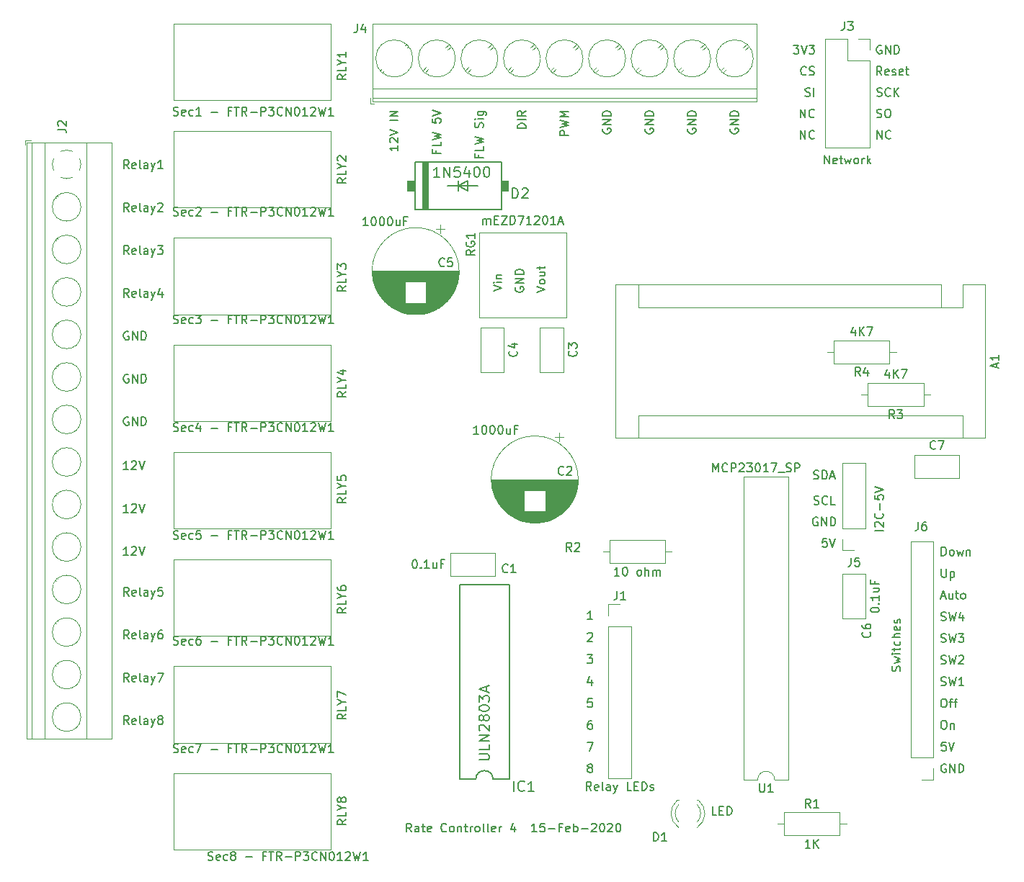
<source format=gbr>
G04 #@! TF.GenerationSoftware,KiCad,Pcbnew,(5.1.2)-2*
G04 #@! TF.CreationDate,2020-02-16T13:42:17-06:00*
G04 #@! TF.ProjectId,RC4,5243342e-6b69-4636-9164-5f7063625858,rev?*
G04 #@! TF.SameCoordinates,Original*
G04 #@! TF.FileFunction,Legend,Top*
G04 #@! TF.FilePolarity,Positive*
%FSLAX46Y46*%
G04 Gerber Fmt 4.6, Leading zero omitted, Abs format (unit mm)*
G04 Created by KiCad (PCBNEW (5.1.2)-2) date 2020-02-16 13:42:17*
%MOMM*%
%LPD*%
G04 APERTURE LIST*
%ADD10C,0.150000*%
%ADD11C,0.120000*%
%ADD12C,0.152400*%
%ADD13C,0.100000*%
%ADD14C,0.127000*%
G04 APERTURE END LIST*
D10*
X117404761Y-138380952D02*
X117309523Y-138333333D01*
X117261904Y-138285714D01*
X117214285Y-138190476D01*
X117214285Y-138142857D01*
X117261904Y-138047619D01*
X117309523Y-138000000D01*
X117404761Y-137952380D01*
X117595238Y-137952380D01*
X117690476Y-138000000D01*
X117738095Y-138047619D01*
X117785714Y-138142857D01*
X117785714Y-138190476D01*
X117738095Y-138285714D01*
X117690476Y-138333333D01*
X117595238Y-138380952D01*
X117404761Y-138380952D01*
X117309523Y-138428571D01*
X117261904Y-138476190D01*
X117214285Y-138571428D01*
X117214285Y-138761904D01*
X117261904Y-138857142D01*
X117309523Y-138904761D01*
X117404761Y-138952380D01*
X117595238Y-138952380D01*
X117690476Y-138904761D01*
X117738095Y-138857142D01*
X117785714Y-138761904D01*
X117785714Y-138571428D01*
X117738095Y-138476190D01*
X117690476Y-138428571D01*
X117595238Y-138380952D01*
X134000000Y-63261904D02*
X133952380Y-63357142D01*
X133952380Y-63500000D01*
X134000000Y-63642857D01*
X134095238Y-63738095D01*
X134190476Y-63785714D01*
X134380952Y-63833333D01*
X134523809Y-63833333D01*
X134714285Y-63785714D01*
X134809523Y-63738095D01*
X134904761Y-63642857D01*
X134952380Y-63500000D01*
X134952380Y-63404761D01*
X134904761Y-63261904D01*
X134857142Y-63214285D01*
X134523809Y-63214285D01*
X134523809Y-63404761D01*
X134952380Y-62785714D02*
X133952380Y-62785714D01*
X134952380Y-62214285D01*
X133952380Y-62214285D01*
X134952380Y-61738095D02*
X133952380Y-61738095D01*
X133952380Y-61500000D01*
X134000000Y-61357142D01*
X134095238Y-61261904D01*
X134190476Y-61214285D01*
X134380952Y-61166666D01*
X134523809Y-61166666D01*
X134714285Y-61214285D01*
X134809523Y-61261904D01*
X134904761Y-61357142D01*
X134952380Y-61500000D01*
X134952380Y-61738095D01*
X63261904Y-113413912D02*
X62690475Y-113413912D01*
X62976190Y-113413912D02*
X62976190Y-112413912D01*
X62880952Y-112556770D01*
X62785713Y-112652008D01*
X62690475Y-112699627D01*
X63642856Y-112509151D02*
X63690475Y-112461532D01*
X63785713Y-112413912D01*
X64023809Y-112413912D01*
X64119047Y-112461532D01*
X64166666Y-112509151D01*
X64214285Y-112604389D01*
X64214285Y-112699627D01*
X64166666Y-112842484D01*
X63595237Y-113413912D01*
X64214285Y-113413912D01*
X64499999Y-112413912D02*
X64833332Y-113413912D01*
X65166666Y-112413912D01*
X63261904Y-108378404D02*
X62690475Y-108378404D01*
X62976190Y-108378404D02*
X62976190Y-107378404D01*
X62880952Y-107521262D01*
X62785713Y-107616500D01*
X62690475Y-107664119D01*
X63642856Y-107473643D02*
X63690475Y-107426024D01*
X63785713Y-107378404D01*
X64023809Y-107378404D01*
X64119047Y-107426024D01*
X64166666Y-107473643D01*
X64214285Y-107568881D01*
X64214285Y-107664119D01*
X64166666Y-107806976D01*
X63595237Y-108378404D01*
X64214285Y-108378404D01*
X64499999Y-107378404D02*
X64833332Y-108378404D01*
X65166666Y-107378404D01*
X63261904Y-97213012D02*
X63166666Y-97165392D01*
X63023809Y-97165392D01*
X62880951Y-97213012D01*
X62785713Y-97308250D01*
X62738094Y-97403488D01*
X62690475Y-97593964D01*
X62690475Y-97736821D01*
X62738094Y-97927297D01*
X62785713Y-98022535D01*
X62880951Y-98117773D01*
X63023809Y-98165392D01*
X63119047Y-98165392D01*
X63261904Y-98117773D01*
X63309523Y-98070154D01*
X63309523Y-97736821D01*
X63119047Y-97736821D01*
X63738094Y-98165392D02*
X63738094Y-97165392D01*
X64309523Y-98165392D01*
X64309523Y-97165392D01*
X64785713Y-98165392D02*
X64785713Y-97165392D01*
X65023809Y-97165392D01*
X65166666Y-97213012D01*
X65261904Y-97308250D01*
X65309523Y-97403488D01*
X65357142Y-97593964D01*
X65357142Y-97736821D01*
X65309523Y-97927297D01*
X65261904Y-98022535D01*
X65166666Y-98117773D01*
X65023809Y-98165392D01*
X64785713Y-98165392D01*
X63261904Y-92177510D02*
X63166666Y-92129890D01*
X63023809Y-92129890D01*
X62880951Y-92177510D01*
X62785713Y-92272748D01*
X62738094Y-92367986D01*
X62690475Y-92558462D01*
X62690475Y-92701319D01*
X62738094Y-92891795D01*
X62785713Y-92987033D01*
X62880951Y-93082271D01*
X63023809Y-93129890D01*
X63119047Y-93129890D01*
X63261904Y-93082271D01*
X63309523Y-93034652D01*
X63309523Y-92701319D01*
X63119047Y-92701319D01*
X63738094Y-93129890D02*
X63738094Y-92129890D01*
X64309523Y-93129890D01*
X64309523Y-92129890D01*
X64785713Y-93129890D02*
X64785713Y-92129890D01*
X65023809Y-92129890D01*
X65166666Y-92177510D01*
X65261904Y-92272748D01*
X65309523Y-92367986D01*
X65357142Y-92558462D01*
X65357142Y-92701319D01*
X65309523Y-92891795D01*
X65261904Y-92987033D01*
X65166666Y-93082271D01*
X65023809Y-93129890D01*
X64785713Y-93129890D01*
X151761904Y-56952380D02*
X151428571Y-56476190D01*
X151190476Y-56952380D02*
X151190476Y-55952380D01*
X151571428Y-55952380D01*
X151666666Y-56000000D01*
X151714285Y-56047619D01*
X151761904Y-56142857D01*
X151761904Y-56285714D01*
X151714285Y-56380952D01*
X151666666Y-56428571D01*
X151571428Y-56476190D01*
X151190476Y-56476190D01*
X152571428Y-56904761D02*
X152476190Y-56952380D01*
X152285714Y-56952380D01*
X152190476Y-56904761D01*
X152142857Y-56809523D01*
X152142857Y-56428571D01*
X152190476Y-56333333D01*
X152285714Y-56285714D01*
X152476190Y-56285714D01*
X152571428Y-56333333D01*
X152619047Y-56428571D01*
X152619047Y-56523809D01*
X152142857Y-56619047D01*
X153000000Y-56904761D02*
X153095238Y-56952380D01*
X153285714Y-56952380D01*
X153380952Y-56904761D01*
X153428571Y-56809523D01*
X153428571Y-56761904D01*
X153380952Y-56666666D01*
X153285714Y-56619047D01*
X153142857Y-56619047D01*
X153047619Y-56571428D01*
X153000000Y-56476190D01*
X153000000Y-56428571D01*
X153047619Y-56333333D01*
X153142857Y-56285714D01*
X153285714Y-56285714D01*
X153380952Y-56333333D01*
X154238095Y-56904761D02*
X154142857Y-56952380D01*
X153952380Y-56952380D01*
X153857142Y-56904761D01*
X153809523Y-56809523D01*
X153809523Y-56428571D01*
X153857142Y-56333333D01*
X153952380Y-56285714D01*
X154142857Y-56285714D01*
X154238095Y-56333333D01*
X154285714Y-56428571D01*
X154285714Y-56523809D01*
X153809523Y-56619047D01*
X154571428Y-56285714D02*
X154952380Y-56285714D01*
X154714285Y-55952380D02*
X154714285Y-56809523D01*
X154761904Y-56904761D01*
X154857142Y-56952380D01*
X154952380Y-56952380D01*
X151214285Y-59404761D02*
X151357142Y-59452380D01*
X151595238Y-59452380D01*
X151690476Y-59404761D01*
X151738095Y-59357142D01*
X151785714Y-59261904D01*
X151785714Y-59166666D01*
X151738095Y-59071428D01*
X151690476Y-59023809D01*
X151595238Y-58976190D01*
X151404761Y-58928571D01*
X151309523Y-58880952D01*
X151261904Y-58833333D01*
X151214285Y-58738095D01*
X151214285Y-58642857D01*
X151261904Y-58547619D01*
X151309523Y-58500000D01*
X151404761Y-58452380D01*
X151642857Y-58452380D01*
X151785714Y-58500000D01*
X152785714Y-59357142D02*
X152738095Y-59404761D01*
X152595238Y-59452380D01*
X152500000Y-59452380D01*
X152357142Y-59404761D01*
X152261904Y-59309523D01*
X152214285Y-59214285D01*
X152166666Y-59023809D01*
X152166666Y-58880952D01*
X152214285Y-58690476D01*
X152261904Y-58595238D01*
X152357142Y-58500000D01*
X152500000Y-58452380D01*
X152595238Y-58452380D01*
X152738095Y-58500000D01*
X152785714Y-58547619D01*
X153214285Y-59452380D02*
X153214285Y-58452380D01*
X153785714Y-59452380D02*
X153357142Y-58880952D01*
X153785714Y-58452380D02*
X153214285Y-59023809D01*
X151190476Y-61904761D02*
X151333333Y-61952380D01*
X151571428Y-61952380D01*
X151666666Y-61904761D01*
X151714285Y-61857142D01*
X151761904Y-61761904D01*
X151761904Y-61666666D01*
X151714285Y-61571428D01*
X151666666Y-61523809D01*
X151571428Y-61476190D01*
X151380952Y-61428571D01*
X151285714Y-61380952D01*
X151238095Y-61333333D01*
X151190476Y-61238095D01*
X151190476Y-61142857D01*
X151238095Y-61047619D01*
X151285714Y-61000000D01*
X151380952Y-60952380D01*
X151619047Y-60952380D01*
X151761904Y-61000000D01*
X152380952Y-60952380D02*
X152571428Y-60952380D01*
X152666666Y-61000000D01*
X152761904Y-61095238D01*
X152809523Y-61285714D01*
X152809523Y-61619047D01*
X152761904Y-61809523D01*
X152666666Y-61904761D01*
X152571428Y-61952380D01*
X152380952Y-61952380D01*
X152285714Y-61904761D01*
X152190476Y-61809523D01*
X152142857Y-61619047D01*
X152142857Y-61285714D01*
X152190476Y-61095238D01*
X152285714Y-61000000D01*
X152380952Y-60952380D01*
X151214285Y-64452380D02*
X151214285Y-63452380D01*
X151785714Y-64452380D01*
X151785714Y-63452380D01*
X152833333Y-64357142D02*
X152785714Y-64404761D01*
X152642857Y-64452380D01*
X152547619Y-64452380D01*
X152404761Y-64404761D01*
X152309523Y-64309523D01*
X152261904Y-64214285D01*
X152214285Y-64023809D01*
X152214285Y-63880952D01*
X152261904Y-63690476D01*
X152309523Y-63595238D01*
X152404761Y-63500000D01*
X152547619Y-63452380D01*
X152642857Y-63452380D01*
X152785714Y-63500000D01*
X152833333Y-63547619D01*
X142214285Y-64452380D02*
X142214285Y-63452380D01*
X142785714Y-64452380D01*
X142785714Y-63452380D01*
X143833333Y-64357142D02*
X143785714Y-64404761D01*
X143642857Y-64452380D01*
X143547619Y-64452380D01*
X143404761Y-64404761D01*
X143309523Y-64309523D01*
X143261904Y-64214285D01*
X143214285Y-64023809D01*
X143214285Y-63880952D01*
X143261904Y-63690476D01*
X143309523Y-63595238D01*
X143404761Y-63500000D01*
X143547619Y-63452380D01*
X143642857Y-63452380D01*
X143785714Y-63500000D01*
X143833333Y-63547619D01*
X142214285Y-61952380D02*
X142214285Y-60952380D01*
X142785714Y-61952380D01*
X142785714Y-60952380D01*
X143833333Y-61857142D02*
X143785714Y-61904761D01*
X143642857Y-61952380D01*
X143547619Y-61952380D01*
X143404761Y-61904761D01*
X143309523Y-61809523D01*
X143261904Y-61714285D01*
X143214285Y-61523809D01*
X143214285Y-61380952D01*
X143261904Y-61190476D01*
X143309523Y-61095238D01*
X143404761Y-61000000D01*
X143547619Y-60952380D01*
X143642857Y-60952380D01*
X143785714Y-61000000D01*
X143833333Y-61047619D01*
X142785714Y-59404761D02*
X142928571Y-59452380D01*
X143166666Y-59452380D01*
X143261904Y-59404761D01*
X143309524Y-59357142D01*
X143357143Y-59261904D01*
X143357143Y-59166666D01*
X143309524Y-59071428D01*
X143261904Y-59023809D01*
X143166666Y-58976190D01*
X142976190Y-58928571D01*
X142880952Y-58880952D01*
X142833333Y-58833333D01*
X142785714Y-58738095D01*
X142785714Y-58642857D01*
X142833333Y-58547619D01*
X142880952Y-58500000D01*
X142976190Y-58452380D01*
X143214285Y-58452380D01*
X143357143Y-58500000D01*
X143785714Y-59452380D02*
X143785714Y-58452380D01*
X142880952Y-56857142D02*
X142833333Y-56904761D01*
X142690476Y-56952380D01*
X142595238Y-56952380D01*
X142452380Y-56904761D01*
X142357142Y-56809523D01*
X142309523Y-56714285D01*
X142261904Y-56523809D01*
X142261904Y-56380952D01*
X142309523Y-56190476D01*
X142357142Y-56095238D01*
X142452380Y-56000000D01*
X142595238Y-55952380D01*
X142690476Y-55952380D01*
X142833333Y-56000000D01*
X142880952Y-56047619D01*
X143261904Y-56904761D02*
X143404761Y-56952380D01*
X143642857Y-56952380D01*
X143738095Y-56904761D01*
X143785714Y-56857142D01*
X143833333Y-56761904D01*
X143833333Y-56666666D01*
X143785714Y-56571428D01*
X143738095Y-56523809D01*
X143642857Y-56476190D01*
X143452380Y-56428571D01*
X143357142Y-56380952D01*
X143309523Y-56333333D01*
X143261904Y-56238095D01*
X143261904Y-56142857D01*
X143309523Y-56047619D01*
X143357142Y-56000000D01*
X143452380Y-55952380D01*
X143690476Y-55952380D01*
X143833333Y-56000000D01*
X141404761Y-53452380D02*
X142023809Y-53452380D01*
X141690476Y-53833333D01*
X141833333Y-53833333D01*
X141928571Y-53880952D01*
X141976190Y-53928571D01*
X142023809Y-54023809D01*
X142023809Y-54261904D01*
X141976190Y-54357142D01*
X141928571Y-54404761D01*
X141833333Y-54452380D01*
X141547618Y-54452380D01*
X141452380Y-54404761D01*
X141404761Y-54357142D01*
X142309523Y-53452380D02*
X142642857Y-54452380D01*
X142976190Y-53452380D01*
X143214285Y-53452380D02*
X143833333Y-53452380D01*
X143499999Y-53833333D01*
X143642857Y-53833333D01*
X143738095Y-53880952D01*
X143785714Y-53928571D01*
X143833333Y-54023809D01*
X143833333Y-54261904D01*
X143785714Y-54357142D01*
X143738095Y-54404761D01*
X143642857Y-54452380D01*
X143357142Y-54452380D01*
X143261904Y-54404761D01*
X143214285Y-54357142D01*
X151738095Y-53500000D02*
X151642857Y-53452380D01*
X151500000Y-53452380D01*
X151357142Y-53500000D01*
X151261904Y-53595238D01*
X151214285Y-53690476D01*
X151166666Y-53880952D01*
X151166666Y-54023809D01*
X151214285Y-54214285D01*
X151261904Y-54309523D01*
X151357142Y-54404761D01*
X151500000Y-54452380D01*
X151595238Y-54452380D01*
X151738095Y-54404761D01*
X151785714Y-54357142D01*
X151785714Y-54023809D01*
X151595238Y-54023809D01*
X152214285Y-54452380D02*
X152214285Y-53452380D01*
X152785714Y-54452380D01*
X152785714Y-53452380D01*
X153261904Y-54452380D02*
X153261904Y-53452380D01*
X153500000Y-53452380D01*
X153642857Y-53500000D01*
X153738095Y-53595238D01*
X153785714Y-53690476D01*
X153833333Y-53880952D01*
X153833333Y-54023809D01*
X153785714Y-54214285D01*
X153738095Y-54309523D01*
X153642857Y-54404761D01*
X153500000Y-54452380D01*
X153261904Y-54452380D01*
X145309523Y-111452380D02*
X144833333Y-111452380D01*
X144785714Y-111928571D01*
X144833333Y-111880952D01*
X144928571Y-111833333D01*
X145166666Y-111833333D01*
X145261904Y-111880952D01*
X145309523Y-111928571D01*
X145357142Y-112023809D01*
X145357142Y-112261904D01*
X145309523Y-112357142D01*
X145261904Y-112404761D01*
X145166666Y-112452380D01*
X144928571Y-112452380D01*
X144833333Y-112404761D01*
X144785714Y-112357142D01*
X145642857Y-111452380D02*
X145976190Y-112452380D01*
X146309523Y-111452380D01*
X144238095Y-109000000D02*
X144142857Y-108952380D01*
X144000000Y-108952380D01*
X143857142Y-109000000D01*
X143761904Y-109095238D01*
X143714285Y-109190476D01*
X143666666Y-109380952D01*
X143666666Y-109523809D01*
X143714285Y-109714285D01*
X143761904Y-109809523D01*
X143857142Y-109904761D01*
X144000000Y-109952380D01*
X144095238Y-109952380D01*
X144238095Y-109904761D01*
X144285714Y-109857142D01*
X144285714Y-109523809D01*
X144095238Y-109523809D01*
X144714285Y-109952380D02*
X144714285Y-108952380D01*
X145285714Y-109952380D01*
X145285714Y-108952380D01*
X145761904Y-109952380D02*
X145761904Y-108952380D01*
X146000000Y-108952380D01*
X146142857Y-109000000D01*
X146238095Y-109095238D01*
X146285714Y-109190476D01*
X146333333Y-109380952D01*
X146333333Y-109523809D01*
X146285714Y-109714285D01*
X146238095Y-109809523D01*
X146142857Y-109904761D01*
X146000000Y-109952380D01*
X145761904Y-109952380D01*
X143809523Y-107404761D02*
X143952380Y-107452380D01*
X144190476Y-107452380D01*
X144285714Y-107404761D01*
X144333333Y-107357142D01*
X144380952Y-107261904D01*
X144380952Y-107166666D01*
X144333333Y-107071428D01*
X144285714Y-107023809D01*
X144190476Y-106976190D01*
X144000000Y-106928571D01*
X143904761Y-106880952D01*
X143857142Y-106833333D01*
X143809523Y-106738095D01*
X143809523Y-106642857D01*
X143857142Y-106547619D01*
X143904761Y-106500000D01*
X144000000Y-106452380D01*
X144238095Y-106452380D01*
X144380952Y-106500000D01*
X145380952Y-107357142D02*
X145333333Y-107404761D01*
X145190476Y-107452380D01*
X145095238Y-107452380D01*
X144952380Y-107404761D01*
X144857142Y-107309523D01*
X144809523Y-107214285D01*
X144761904Y-107023809D01*
X144761904Y-106880952D01*
X144809523Y-106690476D01*
X144857142Y-106595238D01*
X144952380Y-106500000D01*
X145095238Y-106452380D01*
X145190476Y-106452380D01*
X145333333Y-106500000D01*
X145380952Y-106547619D01*
X146285714Y-107452380D02*
X145809523Y-107452380D01*
X145809523Y-106452380D01*
X143785714Y-104404761D02*
X143928571Y-104452380D01*
X144166666Y-104452380D01*
X144261904Y-104404761D01*
X144309523Y-104357142D01*
X144357142Y-104261904D01*
X144357142Y-104166666D01*
X144309523Y-104071428D01*
X144261904Y-104023809D01*
X144166666Y-103976190D01*
X143976190Y-103928571D01*
X143880952Y-103880952D01*
X143833333Y-103833333D01*
X143785714Y-103738095D01*
X143785714Y-103642857D01*
X143833333Y-103547619D01*
X143880952Y-103500000D01*
X143976190Y-103452380D01*
X144214285Y-103452380D01*
X144357142Y-103500000D01*
X144785714Y-104452380D02*
X144785714Y-103452380D01*
X145023809Y-103452380D01*
X145166666Y-103500000D01*
X145261904Y-103595238D01*
X145309523Y-103690476D01*
X145357142Y-103880952D01*
X145357142Y-104023809D01*
X145309523Y-104214285D01*
X145261904Y-104309523D01*
X145166666Y-104404761D01*
X145023809Y-104452380D01*
X144785714Y-104452380D01*
X145738095Y-104166666D02*
X146214285Y-104166666D01*
X145642857Y-104452380D02*
X145976190Y-103452380D01*
X146309523Y-104452380D01*
X117166666Y-135452380D02*
X117833333Y-135452380D01*
X117404761Y-136452380D01*
X117690476Y-132869045D02*
X117500000Y-132869045D01*
X117404761Y-132916665D01*
X117357142Y-132964284D01*
X117261904Y-133107141D01*
X117214285Y-133297617D01*
X117214285Y-133678569D01*
X117261904Y-133773807D01*
X117309523Y-133821426D01*
X117404761Y-133869045D01*
X117595238Y-133869045D01*
X117690476Y-133821426D01*
X117738095Y-133773807D01*
X117785714Y-133678569D01*
X117785714Y-133440474D01*
X117738095Y-133345236D01*
X117690476Y-133297617D01*
X117595238Y-133249998D01*
X117404761Y-133249998D01*
X117309523Y-133297617D01*
X117261904Y-133345236D01*
X117214285Y-133440474D01*
X117738095Y-130285712D02*
X117261904Y-130285712D01*
X117214285Y-130761903D01*
X117261904Y-130714284D01*
X117357142Y-130666665D01*
X117595238Y-130666665D01*
X117690476Y-130714284D01*
X117738095Y-130761903D01*
X117785714Y-130857141D01*
X117785714Y-131095236D01*
X117738095Y-131190474D01*
X117690476Y-131238093D01*
X117595238Y-131285712D01*
X117357142Y-131285712D01*
X117261904Y-131238093D01*
X117214285Y-131190474D01*
X117690476Y-128035713D02*
X117690476Y-128702379D01*
X117452380Y-127654760D02*
X117214285Y-128369046D01*
X117833333Y-128369046D01*
X117166666Y-125119046D02*
X117785714Y-125119046D01*
X117452380Y-125499999D01*
X117595238Y-125499999D01*
X117690476Y-125547618D01*
X117738095Y-125595237D01*
X117785714Y-125690475D01*
X117785714Y-125928570D01*
X117738095Y-126023808D01*
X117690476Y-126071427D01*
X117595238Y-126119046D01*
X117309523Y-126119046D01*
X117214285Y-126071427D01*
X117166666Y-126023808D01*
X117214285Y-122630952D02*
X117261904Y-122583333D01*
X117357142Y-122535713D01*
X117595238Y-122535713D01*
X117690476Y-122583333D01*
X117738095Y-122630952D01*
X117785714Y-122726190D01*
X117785714Y-122821428D01*
X117738095Y-122964285D01*
X117166666Y-123535713D01*
X117785714Y-123535713D01*
X117785714Y-120952380D02*
X117214285Y-120952380D01*
X117500000Y-120952380D02*
X117500000Y-119952380D01*
X117404761Y-120095238D01*
X117309523Y-120190476D01*
X117214285Y-120238095D01*
X96523809Y-145952380D02*
X96190476Y-145476190D01*
X95952380Y-145952380D02*
X95952380Y-144952380D01*
X96333333Y-144952380D01*
X96428571Y-145000000D01*
X96476190Y-145047619D01*
X96523809Y-145142857D01*
X96523809Y-145285714D01*
X96476190Y-145380952D01*
X96428571Y-145428571D01*
X96333333Y-145476190D01*
X95952380Y-145476190D01*
X97380952Y-145952380D02*
X97380952Y-145428571D01*
X97333333Y-145333333D01*
X97238095Y-145285714D01*
X97047619Y-145285714D01*
X96952380Y-145333333D01*
X97380952Y-145904761D02*
X97285714Y-145952380D01*
X97047619Y-145952380D01*
X96952380Y-145904761D01*
X96904761Y-145809523D01*
X96904761Y-145714285D01*
X96952380Y-145619047D01*
X97047619Y-145571428D01*
X97285714Y-145571428D01*
X97380952Y-145523809D01*
X97714285Y-145285714D02*
X98095238Y-145285714D01*
X97857142Y-144952380D02*
X97857142Y-145809523D01*
X97904761Y-145904761D01*
X98000000Y-145952380D01*
X98095238Y-145952380D01*
X98809523Y-145904761D02*
X98714285Y-145952380D01*
X98523809Y-145952380D01*
X98428571Y-145904761D01*
X98380952Y-145809523D01*
X98380952Y-145428571D01*
X98428571Y-145333333D01*
X98523809Y-145285714D01*
X98714285Y-145285714D01*
X98809523Y-145333333D01*
X98857142Y-145428571D01*
X98857142Y-145523809D01*
X98380952Y-145619047D01*
X100619047Y-145857142D02*
X100571428Y-145904761D01*
X100428571Y-145952380D01*
X100333333Y-145952380D01*
X100190476Y-145904761D01*
X100095238Y-145809523D01*
X100047619Y-145714285D01*
X100000000Y-145523809D01*
X100000000Y-145380952D01*
X100047619Y-145190476D01*
X100095238Y-145095238D01*
X100190476Y-145000000D01*
X100333333Y-144952380D01*
X100428571Y-144952380D01*
X100571428Y-145000000D01*
X100619047Y-145047619D01*
X101190476Y-145952380D02*
X101095238Y-145904761D01*
X101047619Y-145857142D01*
X101000000Y-145761904D01*
X101000000Y-145476190D01*
X101047619Y-145380952D01*
X101095238Y-145333333D01*
X101190476Y-145285714D01*
X101333333Y-145285714D01*
X101428571Y-145333333D01*
X101476190Y-145380952D01*
X101523809Y-145476190D01*
X101523809Y-145761904D01*
X101476190Y-145857142D01*
X101428571Y-145904761D01*
X101333333Y-145952380D01*
X101190476Y-145952380D01*
X101952380Y-145285714D02*
X101952380Y-145952380D01*
X101952380Y-145380952D02*
X102000000Y-145333333D01*
X102095238Y-145285714D01*
X102238095Y-145285714D01*
X102333333Y-145333333D01*
X102380952Y-145428571D01*
X102380952Y-145952380D01*
X102714285Y-145285714D02*
X103095238Y-145285714D01*
X102857142Y-144952380D02*
X102857142Y-145809523D01*
X102904761Y-145904761D01*
X103000000Y-145952380D01*
X103095238Y-145952380D01*
X103428571Y-145952380D02*
X103428571Y-145285714D01*
X103428571Y-145476190D02*
X103476190Y-145380952D01*
X103523809Y-145333333D01*
X103619047Y-145285714D01*
X103714285Y-145285714D01*
X104190476Y-145952380D02*
X104095238Y-145904761D01*
X104047619Y-145857142D01*
X104000000Y-145761904D01*
X104000000Y-145476190D01*
X104047619Y-145380952D01*
X104095238Y-145333333D01*
X104190476Y-145285714D01*
X104333333Y-145285714D01*
X104428571Y-145333333D01*
X104476190Y-145380952D01*
X104523809Y-145476190D01*
X104523809Y-145761904D01*
X104476190Y-145857142D01*
X104428571Y-145904761D01*
X104333333Y-145952380D01*
X104190476Y-145952380D01*
X105095238Y-145952380D02*
X105000000Y-145904761D01*
X104952380Y-145809523D01*
X104952380Y-144952380D01*
X105619047Y-145952380D02*
X105523809Y-145904761D01*
X105476190Y-145809523D01*
X105476190Y-144952380D01*
X106380952Y-145904761D02*
X106285714Y-145952380D01*
X106095238Y-145952380D01*
X106000000Y-145904761D01*
X105952380Y-145809523D01*
X105952380Y-145428571D01*
X106000000Y-145333333D01*
X106095238Y-145285714D01*
X106285714Y-145285714D01*
X106380952Y-145333333D01*
X106428571Y-145428571D01*
X106428571Y-145523809D01*
X105952380Y-145619047D01*
X106857142Y-145952380D02*
X106857142Y-145285714D01*
X106857142Y-145476190D02*
X106904761Y-145380952D01*
X106952380Y-145333333D01*
X107047619Y-145285714D01*
X107142857Y-145285714D01*
X108666666Y-145285714D02*
X108666666Y-145952380D01*
X108428571Y-144904761D02*
X108190476Y-145619047D01*
X108809523Y-145619047D01*
X111238095Y-145952380D02*
X110666666Y-145952380D01*
X110952380Y-145952380D02*
X110952380Y-144952380D01*
X110857142Y-145095238D01*
X110761904Y-145190476D01*
X110666666Y-145238095D01*
X112142857Y-144952380D02*
X111666666Y-144952380D01*
X111619047Y-145428571D01*
X111666666Y-145380952D01*
X111761904Y-145333333D01*
X112000000Y-145333333D01*
X112095238Y-145380952D01*
X112142857Y-145428571D01*
X112190476Y-145523809D01*
X112190476Y-145761904D01*
X112142857Y-145857142D01*
X112095238Y-145904761D01*
X112000000Y-145952380D01*
X111761904Y-145952380D01*
X111666666Y-145904761D01*
X111619047Y-145857142D01*
X112619047Y-145571428D02*
X113380952Y-145571428D01*
X114190476Y-145428571D02*
X113857142Y-145428571D01*
X113857142Y-145952380D02*
X113857142Y-144952380D01*
X114333333Y-144952380D01*
X115095238Y-145904761D02*
X115000000Y-145952380D01*
X114809523Y-145952380D01*
X114714285Y-145904761D01*
X114666666Y-145809523D01*
X114666666Y-145428571D01*
X114714285Y-145333333D01*
X114809523Y-145285714D01*
X115000000Y-145285714D01*
X115095238Y-145333333D01*
X115142857Y-145428571D01*
X115142857Y-145523809D01*
X114666666Y-145619047D01*
X115571428Y-145952380D02*
X115571428Y-144952380D01*
X115571428Y-145333333D02*
X115666666Y-145285714D01*
X115857142Y-145285714D01*
X115952380Y-145333333D01*
X116000000Y-145380952D01*
X116047619Y-145476190D01*
X116047619Y-145761904D01*
X116000000Y-145857142D01*
X115952380Y-145904761D01*
X115857142Y-145952380D01*
X115666666Y-145952380D01*
X115571428Y-145904761D01*
X116476190Y-145571428D02*
X117238095Y-145571428D01*
X117666666Y-145047619D02*
X117714285Y-145000000D01*
X117809523Y-144952380D01*
X118047619Y-144952380D01*
X118142857Y-145000000D01*
X118190476Y-145047619D01*
X118238095Y-145142857D01*
X118238095Y-145238095D01*
X118190476Y-145380952D01*
X117619047Y-145952380D01*
X118238095Y-145952380D01*
X118857142Y-144952380D02*
X118952380Y-144952380D01*
X119047619Y-145000000D01*
X119095238Y-145047619D01*
X119142857Y-145142857D01*
X119190476Y-145333333D01*
X119190476Y-145571428D01*
X119142857Y-145761904D01*
X119095238Y-145857142D01*
X119047619Y-145904761D01*
X118952380Y-145952380D01*
X118857142Y-145952380D01*
X118761904Y-145904761D01*
X118714285Y-145857142D01*
X118666666Y-145761904D01*
X118619047Y-145571428D01*
X118619047Y-145333333D01*
X118666666Y-145142857D01*
X118714285Y-145047619D01*
X118761904Y-145000000D01*
X118857142Y-144952380D01*
X119571428Y-145047619D02*
X119619047Y-145000000D01*
X119714285Y-144952380D01*
X119952380Y-144952380D01*
X120047619Y-145000000D01*
X120095238Y-145047619D01*
X120142857Y-145142857D01*
X120142857Y-145238095D01*
X120095238Y-145380952D01*
X119523809Y-145952380D01*
X120142857Y-145952380D01*
X120761904Y-144952380D02*
X120857142Y-144952380D01*
X120952380Y-145000000D01*
X121000000Y-145047619D01*
X121047619Y-145142857D01*
X121095238Y-145333333D01*
X121095238Y-145571428D01*
X121047619Y-145761904D01*
X121000000Y-145857142D01*
X120952380Y-145904761D01*
X120857142Y-145952380D01*
X120761904Y-145952380D01*
X120666666Y-145904761D01*
X120619047Y-145857142D01*
X120571428Y-145761904D01*
X120523809Y-145571428D01*
X120523809Y-145333333D01*
X120571428Y-145142857D01*
X120619047Y-145047619D01*
X120666666Y-145000000D01*
X120761904Y-144952380D01*
X119000000Y-63261904D02*
X118952380Y-63357142D01*
X118952380Y-63500000D01*
X119000000Y-63642857D01*
X119095238Y-63738095D01*
X119190476Y-63785714D01*
X119380952Y-63833333D01*
X119523809Y-63833333D01*
X119714285Y-63785714D01*
X119809523Y-63738095D01*
X119904761Y-63642857D01*
X119952380Y-63500000D01*
X119952380Y-63404761D01*
X119904761Y-63261904D01*
X119857142Y-63214285D01*
X119523809Y-63214285D01*
X119523809Y-63404761D01*
X119952380Y-62785714D02*
X118952380Y-62785714D01*
X119952380Y-62214285D01*
X118952380Y-62214285D01*
X119952380Y-61738095D02*
X118952380Y-61738095D01*
X118952380Y-61500000D01*
X119000000Y-61357142D01*
X119095238Y-61261904D01*
X119190476Y-61214285D01*
X119380952Y-61166666D01*
X119523809Y-61166666D01*
X119714285Y-61214285D01*
X119809523Y-61261904D01*
X119904761Y-61357142D01*
X119952380Y-61500000D01*
X119952380Y-61738095D01*
X63261904Y-103342902D02*
X62690475Y-103342902D01*
X62976190Y-103342902D02*
X62976190Y-102342902D01*
X62880952Y-102485760D01*
X62785713Y-102580998D01*
X62690475Y-102628617D01*
X63642856Y-102438141D02*
X63690475Y-102390522D01*
X63785713Y-102342902D01*
X64023809Y-102342902D01*
X64119047Y-102390522D01*
X64166666Y-102438141D01*
X64214285Y-102533379D01*
X64214285Y-102628617D01*
X64166666Y-102771474D01*
X63595237Y-103342902D01*
X64214285Y-103342902D01*
X64499999Y-102342902D02*
X64833332Y-103342902D01*
X65166666Y-102342902D01*
X63309523Y-133307400D02*
X62976190Y-132831210D01*
X62738095Y-133307400D02*
X62738095Y-132307400D01*
X63119047Y-132307400D01*
X63214285Y-132355020D01*
X63261904Y-132402639D01*
X63309523Y-132497877D01*
X63309523Y-132640734D01*
X63261904Y-132735972D01*
X63214285Y-132783591D01*
X63119047Y-132831210D01*
X62738095Y-132831210D01*
X64119047Y-133259781D02*
X64023809Y-133307400D01*
X63833333Y-133307400D01*
X63738095Y-133259781D01*
X63690476Y-133164543D01*
X63690476Y-132783591D01*
X63738095Y-132688353D01*
X63833333Y-132640734D01*
X64023809Y-132640734D01*
X64119047Y-132688353D01*
X64166666Y-132783591D01*
X64166666Y-132878829D01*
X63690476Y-132974067D01*
X64738095Y-133307400D02*
X64642857Y-133259781D01*
X64595238Y-133164543D01*
X64595238Y-132307400D01*
X65547619Y-133307400D02*
X65547619Y-132783591D01*
X65500000Y-132688353D01*
X65404761Y-132640734D01*
X65214285Y-132640734D01*
X65119047Y-132688353D01*
X65547619Y-133259781D02*
X65452380Y-133307400D01*
X65214285Y-133307400D01*
X65119047Y-133259781D01*
X65071428Y-133164543D01*
X65071428Y-133069305D01*
X65119047Y-132974067D01*
X65214285Y-132926448D01*
X65452380Y-132926448D01*
X65547619Y-132878829D01*
X65928571Y-132640734D02*
X66166666Y-133307400D01*
X66404761Y-132640734D02*
X66166666Y-133307400D01*
X66071428Y-133545496D01*
X66023809Y-133593115D01*
X65928571Y-133640734D01*
X66928571Y-132735972D02*
X66833333Y-132688353D01*
X66785714Y-132640734D01*
X66738095Y-132545496D01*
X66738095Y-132497877D01*
X66785714Y-132402639D01*
X66833333Y-132355020D01*
X66928571Y-132307400D01*
X67119047Y-132307400D01*
X67214285Y-132355020D01*
X67261904Y-132402639D01*
X67309523Y-132497877D01*
X67309523Y-132545496D01*
X67261904Y-132640734D01*
X67214285Y-132688353D01*
X67119047Y-132735972D01*
X66928571Y-132735972D01*
X66833333Y-132783591D01*
X66785714Y-132831210D01*
X66738095Y-132926448D01*
X66738095Y-133116924D01*
X66785714Y-133212162D01*
X66833333Y-133259781D01*
X66928571Y-133307400D01*
X67119047Y-133307400D01*
X67214285Y-133259781D01*
X67261904Y-133212162D01*
X67309523Y-133116924D01*
X67309523Y-132926448D01*
X67261904Y-132831210D01*
X67214285Y-132783591D01*
X67119047Y-132735972D01*
X104428571Y-66309523D02*
X104428571Y-66642856D01*
X104952380Y-66642856D02*
X103952380Y-66642856D01*
X103952380Y-66166666D01*
X104952380Y-65309523D02*
X104952380Y-65785713D01*
X103952380Y-65785713D01*
X103952380Y-65071428D02*
X104952380Y-64833332D01*
X104238095Y-64642856D01*
X104952380Y-64452380D01*
X103952380Y-64214285D01*
X104904761Y-63119047D02*
X104952380Y-62976190D01*
X104952380Y-62738094D01*
X104904761Y-62642856D01*
X104857142Y-62595237D01*
X104761904Y-62547618D01*
X104666666Y-62547618D01*
X104571428Y-62595237D01*
X104523809Y-62642856D01*
X104476190Y-62738094D01*
X104428571Y-62928571D01*
X104380952Y-63023809D01*
X104333333Y-63071428D01*
X104238095Y-63119047D01*
X104142857Y-63119047D01*
X104047619Y-63071428D01*
X104000000Y-63023809D01*
X103952380Y-62928571D01*
X103952380Y-62690475D01*
X104000000Y-62547618D01*
X104952380Y-62119047D02*
X104285714Y-62119047D01*
X103952380Y-62119047D02*
X104000000Y-62166666D01*
X104047619Y-62119047D01*
X104000000Y-62071428D01*
X103952380Y-62119047D01*
X104047619Y-62119047D01*
X104285714Y-61214285D02*
X105095238Y-61214285D01*
X105190476Y-61261904D01*
X105238095Y-61309523D01*
X105285714Y-61404761D01*
X105285714Y-61547618D01*
X105238095Y-61642856D01*
X104904761Y-61214285D02*
X104952380Y-61309523D01*
X104952380Y-61499999D01*
X104904761Y-61595237D01*
X104857142Y-61642856D01*
X104761904Y-61690475D01*
X104476190Y-61690475D01*
X104380952Y-61642856D01*
X104333333Y-61595237D01*
X104285714Y-61499999D01*
X104285714Y-61309523D01*
X104333333Y-61214285D01*
X99428571Y-65785713D02*
X99428571Y-66119046D01*
X99952380Y-66119046D02*
X98952380Y-66119046D01*
X98952380Y-65642856D01*
X99952380Y-64785713D02*
X99952380Y-65261904D01*
X98952380Y-65261904D01*
X98952380Y-64547618D02*
X99952380Y-64309523D01*
X99238095Y-64119046D01*
X99952380Y-63928570D01*
X98952380Y-63690475D01*
X98952380Y-62071427D02*
X98952380Y-62547618D01*
X99428571Y-62595237D01*
X99380952Y-62547618D01*
X99333333Y-62452380D01*
X99333333Y-62214285D01*
X99380952Y-62119046D01*
X99428571Y-62071427D01*
X99523809Y-62023808D01*
X99761904Y-62023808D01*
X99857142Y-62071427D01*
X99904761Y-62119046D01*
X99952380Y-62214285D01*
X99952380Y-62452380D01*
X99904761Y-62547618D01*
X99857142Y-62595237D01*
X98952380Y-61738094D02*
X99952380Y-61404761D01*
X98952380Y-61071427D01*
X63261904Y-87142008D02*
X63166666Y-87094388D01*
X63023809Y-87094388D01*
X62880951Y-87142008D01*
X62785713Y-87237246D01*
X62738094Y-87332484D01*
X62690475Y-87522960D01*
X62690475Y-87665817D01*
X62738094Y-87856293D01*
X62785713Y-87951531D01*
X62880951Y-88046769D01*
X63023809Y-88094388D01*
X63119047Y-88094388D01*
X63261904Y-88046769D01*
X63309523Y-87999150D01*
X63309523Y-87665817D01*
X63119047Y-87665817D01*
X63738094Y-88094388D02*
X63738094Y-87094388D01*
X64309523Y-88094388D01*
X64309523Y-87094388D01*
X64785713Y-88094388D02*
X64785713Y-87094388D01*
X65023809Y-87094388D01*
X65166666Y-87142008D01*
X65261904Y-87237246D01*
X65309523Y-87332484D01*
X65357142Y-87522960D01*
X65357142Y-87665817D01*
X65309523Y-87856293D01*
X65261904Y-87951531D01*
X65166666Y-88046769D01*
X65023809Y-88094388D01*
X64785713Y-88094388D01*
X63309523Y-128271898D02*
X62976190Y-127795708D01*
X62738095Y-128271898D02*
X62738095Y-127271898D01*
X63119047Y-127271898D01*
X63214285Y-127319518D01*
X63261904Y-127367137D01*
X63309523Y-127462375D01*
X63309523Y-127605232D01*
X63261904Y-127700470D01*
X63214285Y-127748089D01*
X63119047Y-127795708D01*
X62738095Y-127795708D01*
X64119047Y-128224279D02*
X64023809Y-128271898D01*
X63833333Y-128271898D01*
X63738095Y-128224279D01*
X63690476Y-128129041D01*
X63690476Y-127748089D01*
X63738095Y-127652851D01*
X63833333Y-127605232D01*
X64023809Y-127605232D01*
X64119047Y-127652851D01*
X64166666Y-127748089D01*
X64166666Y-127843327D01*
X63690476Y-127938565D01*
X64738095Y-128271898D02*
X64642857Y-128224279D01*
X64595238Y-128129041D01*
X64595238Y-127271898D01*
X65547619Y-128271898D02*
X65547619Y-127748089D01*
X65500000Y-127652851D01*
X65404761Y-127605232D01*
X65214285Y-127605232D01*
X65119047Y-127652851D01*
X65547619Y-128224279D02*
X65452380Y-128271898D01*
X65214285Y-128271898D01*
X65119047Y-128224279D01*
X65071428Y-128129041D01*
X65071428Y-128033803D01*
X65119047Y-127938565D01*
X65214285Y-127890946D01*
X65452380Y-127890946D01*
X65547619Y-127843327D01*
X65928571Y-127605232D02*
X66166666Y-128271898D01*
X66404761Y-127605232D02*
X66166666Y-128271898D01*
X66071428Y-128509994D01*
X66023809Y-128557613D01*
X65928571Y-128605232D01*
X66690476Y-127271898D02*
X67357142Y-127271898D01*
X66928571Y-128271898D01*
X63309523Y-123236396D02*
X62976190Y-122760206D01*
X62738095Y-123236396D02*
X62738095Y-122236396D01*
X63119047Y-122236396D01*
X63214285Y-122284016D01*
X63261904Y-122331635D01*
X63309523Y-122426873D01*
X63309523Y-122569730D01*
X63261904Y-122664968D01*
X63214285Y-122712587D01*
X63119047Y-122760206D01*
X62738095Y-122760206D01*
X64119047Y-123188777D02*
X64023809Y-123236396D01*
X63833333Y-123236396D01*
X63738095Y-123188777D01*
X63690476Y-123093539D01*
X63690476Y-122712587D01*
X63738095Y-122617349D01*
X63833333Y-122569730D01*
X64023809Y-122569730D01*
X64119047Y-122617349D01*
X64166666Y-122712587D01*
X64166666Y-122807825D01*
X63690476Y-122903063D01*
X64738095Y-123236396D02*
X64642857Y-123188777D01*
X64595238Y-123093539D01*
X64595238Y-122236396D01*
X65547619Y-123236396D02*
X65547619Y-122712587D01*
X65500000Y-122617349D01*
X65404761Y-122569730D01*
X65214285Y-122569730D01*
X65119047Y-122617349D01*
X65547619Y-123188777D02*
X65452380Y-123236396D01*
X65214285Y-123236396D01*
X65119047Y-123188777D01*
X65071428Y-123093539D01*
X65071428Y-122998301D01*
X65119047Y-122903063D01*
X65214285Y-122855444D01*
X65452380Y-122855444D01*
X65547619Y-122807825D01*
X65928571Y-122569730D02*
X66166666Y-123236396D01*
X66404761Y-122569730D02*
X66166666Y-123236396D01*
X66071428Y-123474492D01*
X66023809Y-123522111D01*
X65928571Y-123569730D01*
X67214285Y-122236396D02*
X67023809Y-122236396D01*
X66928571Y-122284016D01*
X66880952Y-122331635D01*
X66785714Y-122474492D01*
X66738095Y-122664968D01*
X66738095Y-123045920D01*
X66785714Y-123141158D01*
X66833333Y-123188777D01*
X66928571Y-123236396D01*
X67119047Y-123236396D01*
X67214285Y-123188777D01*
X67261904Y-123141158D01*
X67309523Y-123045920D01*
X67309523Y-122807825D01*
X67261904Y-122712587D01*
X67214285Y-122664968D01*
X67119047Y-122617349D01*
X66928571Y-122617349D01*
X66833333Y-122664968D01*
X66785714Y-122712587D01*
X66738095Y-122807825D01*
X63309523Y-118200894D02*
X62976190Y-117724704D01*
X62738095Y-118200894D02*
X62738095Y-117200894D01*
X63119047Y-117200894D01*
X63214285Y-117248514D01*
X63261904Y-117296133D01*
X63309523Y-117391371D01*
X63309523Y-117534228D01*
X63261904Y-117629466D01*
X63214285Y-117677085D01*
X63119047Y-117724704D01*
X62738095Y-117724704D01*
X64119047Y-118153275D02*
X64023809Y-118200894D01*
X63833333Y-118200894D01*
X63738095Y-118153275D01*
X63690476Y-118058037D01*
X63690476Y-117677085D01*
X63738095Y-117581847D01*
X63833333Y-117534228D01*
X64023809Y-117534228D01*
X64119047Y-117581847D01*
X64166666Y-117677085D01*
X64166666Y-117772323D01*
X63690476Y-117867561D01*
X64738095Y-118200894D02*
X64642857Y-118153275D01*
X64595238Y-118058037D01*
X64595238Y-117200894D01*
X65547619Y-118200894D02*
X65547619Y-117677085D01*
X65500000Y-117581847D01*
X65404761Y-117534228D01*
X65214285Y-117534228D01*
X65119047Y-117581847D01*
X65547619Y-118153275D02*
X65452380Y-118200894D01*
X65214285Y-118200894D01*
X65119047Y-118153275D01*
X65071428Y-118058037D01*
X65071428Y-117962799D01*
X65119047Y-117867561D01*
X65214285Y-117819942D01*
X65452380Y-117819942D01*
X65547619Y-117772323D01*
X65928571Y-117534228D02*
X66166666Y-118200894D01*
X66404761Y-117534228D02*
X66166666Y-118200894D01*
X66071428Y-118438990D01*
X66023809Y-118486609D01*
X65928571Y-118534228D01*
X67261904Y-117200894D02*
X66785714Y-117200894D01*
X66738095Y-117677085D01*
X66785714Y-117629466D01*
X66880952Y-117581847D01*
X67119047Y-117581847D01*
X67214285Y-117629466D01*
X67261904Y-117677085D01*
X67309523Y-117772323D01*
X67309523Y-118010418D01*
X67261904Y-118105656D01*
X67214285Y-118153275D01*
X67119047Y-118200894D01*
X66880952Y-118200894D01*
X66785714Y-118153275D01*
X66738095Y-118105656D01*
X63309523Y-83058886D02*
X62976190Y-82582696D01*
X62738095Y-83058886D02*
X62738095Y-82058886D01*
X63119047Y-82058886D01*
X63214285Y-82106506D01*
X63261904Y-82154125D01*
X63309523Y-82249363D01*
X63309523Y-82392220D01*
X63261904Y-82487458D01*
X63214285Y-82535077D01*
X63119047Y-82582696D01*
X62738095Y-82582696D01*
X64119047Y-83011267D02*
X64023809Y-83058886D01*
X63833333Y-83058886D01*
X63738095Y-83011267D01*
X63690476Y-82916029D01*
X63690476Y-82535077D01*
X63738095Y-82439839D01*
X63833333Y-82392220D01*
X64023809Y-82392220D01*
X64119047Y-82439839D01*
X64166666Y-82535077D01*
X64166666Y-82630315D01*
X63690476Y-82725553D01*
X64738095Y-83058886D02*
X64642857Y-83011267D01*
X64595238Y-82916029D01*
X64595238Y-82058886D01*
X65547619Y-83058886D02*
X65547619Y-82535077D01*
X65500000Y-82439839D01*
X65404761Y-82392220D01*
X65214285Y-82392220D01*
X65119047Y-82439839D01*
X65547619Y-83011267D02*
X65452380Y-83058886D01*
X65214285Y-83058886D01*
X65119047Y-83011267D01*
X65071428Y-82916029D01*
X65071428Y-82820791D01*
X65119047Y-82725553D01*
X65214285Y-82677934D01*
X65452380Y-82677934D01*
X65547619Y-82630315D01*
X65928571Y-82392220D02*
X66166666Y-83058886D01*
X66404761Y-82392220D02*
X66166666Y-83058886D01*
X66071428Y-83296982D01*
X66023809Y-83344601D01*
X65928571Y-83392220D01*
X67214285Y-82392220D02*
X67214285Y-83058886D01*
X66976190Y-82011267D02*
X66738095Y-82725553D01*
X67357142Y-82725553D01*
X63309523Y-67952380D02*
X62976190Y-67476190D01*
X62738095Y-67952380D02*
X62738095Y-66952380D01*
X63119047Y-66952380D01*
X63214285Y-67000000D01*
X63261904Y-67047619D01*
X63309523Y-67142857D01*
X63309523Y-67285714D01*
X63261904Y-67380952D01*
X63214285Y-67428571D01*
X63119047Y-67476190D01*
X62738095Y-67476190D01*
X64119047Y-67904761D02*
X64023809Y-67952380D01*
X63833333Y-67952380D01*
X63738095Y-67904761D01*
X63690476Y-67809523D01*
X63690476Y-67428571D01*
X63738095Y-67333333D01*
X63833333Y-67285714D01*
X64023809Y-67285714D01*
X64119047Y-67333333D01*
X64166666Y-67428571D01*
X64166666Y-67523809D01*
X63690476Y-67619047D01*
X64738095Y-67952380D02*
X64642857Y-67904761D01*
X64595238Y-67809523D01*
X64595238Y-66952380D01*
X65547619Y-67952380D02*
X65547619Y-67428571D01*
X65500000Y-67333333D01*
X65404761Y-67285714D01*
X65214285Y-67285714D01*
X65119047Y-67333333D01*
X65547619Y-67904761D02*
X65452380Y-67952380D01*
X65214285Y-67952380D01*
X65119047Y-67904761D01*
X65071428Y-67809523D01*
X65071428Y-67714285D01*
X65119047Y-67619047D01*
X65214285Y-67571428D01*
X65452380Y-67571428D01*
X65547619Y-67523809D01*
X65928571Y-67285714D02*
X66166666Y-67952380D01*
X66404761Y-67285714D02*
X66166666Y-67952380D01*
X66071428Y-68190476D01*
X66023809Y-68238095D01*
X65928571Y-68285714D01*
X67309523Y-67952380D02*
X66738095Y-67952380D01*
X67023809Y-67952380D02*
X67023809Y-66952380D01*
X66928571Y-67095238D01*
X66833333Y-67190476D01*
X66738095Y-67238095D01*
X63309523Y-78023384D02*
X62976190Y-77547194D01*
X62738095Y-78023384D02*
X62738095Y-77023384D01*
X63119047Y-77023384D01*
X63214285Y-77071004D01*
X63261904Y-77118623D01*
X63309523Y-77213861D01*
X63309523Y-77356718D01*
X63261904Y-77451956D01*
X63214285Y-77499575D01*
X63119047Y-77547194D01*
X62738095Y-77547194D01*
X64119047Y-77975765D02*
X64023809Y-78023384D01*
X63833333Y-78023384D01*
X63738095Y-77975765D01*
X63690476Y-77880527D01*
X63690476Y-77499575D01*
X63738095Y-77404337D01*
X63833333Y-77356718D01*
X64023809Y-77356718D01*
X64119047Y-77404337D01*
X64166666Y-77499575D01*
X64166666Y-77594813D01*
X63690476Y-77690051D01*
X64738095Y-78023384D02*
X64642857Y-77975765D01*
X64595238Y-77880527D01*
X64595238Y-77023384D01*
X65547619Y-78023384D02*
X65547619Y-77499575D01*
X65500000Y-77404337D01*
X65404761Y-77356718D01*
X65214285Y-77356718D01*
X65119047Y-77404337D01*
X65547619Y-77975765D02*
X65452380Y-78023384D01*
X65214285Y-78023384D01*
X65119047Y-77975765D01*
X65071428Y-77880527D01*
X65071428Y-77785289D01*
X65119047Y-77690051D01*
X65214285Y-77642432D01*
X65452380Y-77642432D01*
X65547619Y-77594813D01*
X65928571Y-77356718D02*
X66166666Y-78023384D01*
X66404761Y-77356718D02*
X66166666Y-78023384D01*
X66071428Y-78261480D01*
X66023809Y-78309099D01*
X65928571Y-78356718D01*
X66690476Y-77023384D02*
X67309523Y-77023384D01*
X66976190Y-77404337D01*
X67119047Y-77404337D01*
X67214285Y-77451956D01*
X67261904Y-77499575D01*
X67309523Y-77594813D01*
X67309523Y-77832908D01*
X67261904Y-77928146D01*
X67214285Y-77975765D01*
X67119047Y-78023384D01*
X66833333Y-78023384D01*
X66738095Y-77975765D01*
X66690476Y-77928146D01*
X63309523Y-72987882D02*
X62976190Y-72511692D01*
X62738095Y-72987882D02*
X62738095Y-71987882D01*
X63119047Y-71987882D01*
X63214285Y-72035502D01*
X63261904Y-72083121D01*
X63309523Y-72178359D01*
X63309523Y-72321216D01*
X63261904Y-72416454D01*
X63214285Y-72464073D01*
X63119047Y-72511692D01*
X62738095Y-72511692D01*
X64119047Y-72940263D02*
X64023809Y-72987882D01*
X63833333Y-72987882D01*
X63738095Y-72940263D01*
X63690476Y-72845025D01*
X63690476Y-72464073D01*
X63738095Y-72368835D01*
X63833333Y-72321216D01*
X64023809Y-72321216D01*
X64119047Y-72368835D01*
X64166666Y-72464073D01*
X64166666Y-72559311D01*
X63690476Y-72654549D01*
X64738095Y-72987882D02*
X64642857Y-72940263D01*
X64595238Y-72845025D01*
X64595238Y-71987882D01*
X65547619Y-72987882D02*
X65547619Y-72464073D01*
X65500000Y-72368835D01*
X65404761Y-72321216D01*
X65214285Y-72321216D01*
X65119047Y-72368835D01*
X65547619Y-72940263D02*
X65452380Y-72987882D01*
X65214285Y-72987882D01*
X65119047Y-72940263D01*
X65071428Y-72845025D01*
X65071428Y-72749787D01*
X65119047Y-72654549D01*
X65214285Y-72606930D01*
X65452380Y-72606930D01*
X65547619Y-72559311D01*
X65928571Y-72321216D02*
X66166666Y-72987882D01*
X66404761Y-72321216D02*
X66166666Y-72987882D01*
X66071428Y-73225978D01*
X66023809Y-73273597D01*
X65928571Y-73321216D01*
X66738095Y-72083121D02*
X66785714Y-72035502D01*
X66880952Y-71987882D01*
X67119047Y-71987882D01*
X67214285Y-72035502D01*
X67261904Y-72083121D01*
X67309523Y-72178359D01*
X67309523Y-72273597D01*
X67261904Y-72416454D01*
X66690476Y-72987882D01*
X67309523Y-72987882D01*
X94952380Y-65261904D02*
X94952380Y-65833333D01*
X94952380Y-65547619D02*
X93952380Y-65547619D01*
X94095238Y-65642857D01*
X94190476Y-65738095D01*
X94238095Y-65833333D01*
X94047619Y-64880952D02*
X94000000Y-64833333D01*
X93952380Y-64738095D01*
X93952380Y-64500000D01*
X94000000Y-64404761D01*
X94047619Y-64357142D01*
X94142857Y-64309523D01*
X94238095Y-64309523D01*
X94380952Y-64357142D01*
X94952380Y-64928571D01*
X94952380Y-64309523D01*
X93952380Y-64023809D02*
X94952380Y-63690476D01*
X93952380Y-63357142D01*
X94952380Y-62261904D02*
X93952380Y-62261904D01*
X94952380Y-61785714D02*
X93952380Y-61785714D01*
X94952380Y-61214285D01*
X93952380Y-61214285D01*
X129000000Y-63261904D02*
X128952380Y-63357142D01*
X128952380Y-63500000D01*
X129000000Y-63642857D01*
X129095238Y-63738095D01*
X129190476Y-63785714D01*
X129380952Y-63833333D01*
X129523809Y-63833333D01*
X129714285Y-63785714D01*
X129809523Y-63738095D01*
X129904761Y-63642857D01*
X129952380Y-63500000D01*
X129952380Y-63404761D01*
X129904761Y-63261904D01*
X129857142Y-63214285D01*
X129523809Y-63214285D01*
X129523809Y-63404761D01*
X129952380Y-62785714D02*
X128952380Y-62785714D01*
X129952380Y-62214285D01*
X128952380Y-62214285D01*
X129952380Y-61738095D02*
X128952380Y-61738095D01*
X128952380Y-61500000D01*
X129000000Y-61357142D01*
X129095238Y-61261904D01*
X129190476Y-61214285D01*
X129380952Y-61166666D01*
X129523809Y-61166666D01*
X129714285Y-61214285D01*
X129809523Y-61261904D01*
X129904761Y-61357142D01*
X129952380Y-61500000D01*
X129952380Y-61738095D01*
X159307261Y-135402380D02*
X158831071Y-135402380D01*
X158783452Y-135878571D01*
X158831071Y-135830952D01*
X158926309Y-135783333D01*
X159164404Y-135783333D01*
X159259642Y-135830952D01*
X159307261Y-135878571D01*
X159354880Y-135973809D01*
X159354880Y-136211904D01*
X159307261Y-136307142D01*
X159259642Y-136354761D01*
X159164404Y-136402380D01*
X158926309Y-136402380D01*
X158831071Y-136354761D01*
X158783452Y-136307142D01*
X159640595Y-135402380D02*
X159973928Y-136402380D01*
X160307261Y-135402380D01*
X158973928Y-132852380D02*
X159164404Y-132852380D01*
X159259642Y-132900000D01*
X159354880Y-132995238D01*
X159402499Y-133185714D01*
X159402499Y-133519047D01*
X159354880Y-133709523D01*
X159259642Y-133804761D01*
X159164404Y-133852380D01*
X158973928Y-133852380D01*
X158878690Y-133804761D01*
X158783452Y-133709523D01*
X158735833Y-133519047D01*
X158735833Y-133185714D01*
X158783452Y-132995238D01*
X158878690Y-132900000D01*
X158973928Y-132852380D01*
X159831071Y-133185714D02*
X159831071Y-133852380D01*
X159831071Y-133280952D02*
X159878690Y-133233333D01*
X159973928Y-133185714D01*
X160116785Y-133185714D01*
X160212023Y-133233333D01*
X160259642Y-133328571D01*
X160259642Y-133852380D01*
X158783452Y-113452380D02*
X158783452Y-112452380D01*
X159021547Y-112452380D01*
X159164404Y-112500000D01*
X159259642Y-112595238D01*
X159307261Y-112690476D01*
X159354880Y-112880952D01*
X159354880Y-113023809D01*
X159307261Y-113214285D01*
X159259642Y-113309523D01*
X159164404Y-113404761D01*
X159021547Y-113452380D01*
X158783452Y-113452380D01*
X159926309Y-113452380D02*
X159831071Y-113404761D01*
X159783452Y-113357142D01*
X159735833Y-113261904D01*
X159735833Y-112976190D01*
X159783452Y-112880952D01*
X159831071Y-112833333D01*
X159926309Y-112785714D01*
X160069166Y-112785714D01*
X160164404Y-112833333D01*
X160212023Y-112880952D01*
X160259642Y-112976190D01*
X160259642Y-113261904D01*
X160212023Y-113357142D01*
X160164404Y-113404761D01*
X160069166Y-113452380D01*
X159926309Y-113452380D01*
X160592976Y-112785714D02*
X160783452Y-113452380D01*
X160973928Y-112976190D01*
X161164404Y-113452380D01*
X161354880Y-112785714D01*
X161735833Y-112785714D02*
X161735833Y-113452380D01*
X161735833Y-112880952D02*
X161783452Y-112833333D01*
X161878690Y-112785714D01*
X162021547Y-112785714D01*
X162116785Y-112833333D01*
X162164404Y-112928571D01*
X162164404Y-113452380D01*
X158783452Y-115002380D02*
X158783452Y-115811904D01*
X158831071Y-115907142D01*
X158878690Y-115954761D01*
X158973928Y-116002380D01*
X159164404Y-116002380D01*
X159259642Y-115954761D01*
X159307261Y-115907142D01*
X159354880Y-115811904D01*
X159354880Y-115002380D01*
X159831071Y-115335714D02*
X159831071Y-116335714D01*
X159831071Y-115383333D02*
X159926309Y-115335714D01*
X160116785Y-115335714D01*
X160212023Y-115383333D01*
X160259642Y-115430952D01*
X160307261Y-115526190D01*
X160307261Y-115811904D01*
X160259642Y-115907142D01*
X160212023Y-115954761D01*
X160116785Y-116002380D01*
X159926309Y-116002380D01*
X159831071Y-115954761D01*
X158735832Y-118266666D02*
X159212023Y-118266666D01*
X158640594Y-118552380D02*
X158973928Y-117552380D01*
X159307261Y-118552380D01*
X160069166Y-117885714D02*
X160069166Y-118552380D01*
X159640594Y-117885714D02*
X159640594Y-118409523D01*
X159688213Y-118504761D01*
X159783452Y-118552380D01*
X159926309Y-118552380D01*
X160021547Y-118504761D01*
X160069166Y-118457142D01*
X160402499Y-117885714D02*
X160783452Y-117885714D01*
X160545356Y-117552380D02*
X160545356Y-118409523D01*
X160592975Y-118504761D01*
X160688213Y-118552380D01*
X160783452Y-118552380D01*
X161259642Y-118552380D02*
X161164404Y-118504761D01*
X161116785Y-118457142D01*
X161069166Y-118361904D01*
X161069166Y-118076190D01*
X161116785Y-117980952D01*
X161164404Y-117933333D01*
X161259642Y-117885714D01*
X161402499Y-117885714D01*
X161497737Y-117933333D01*
X161545356Y-117980952D01*
X161592975Y-118076190D01*
X161592975Y-118361904D01*
X161545356Y-118457142D01*
X161497737Y-118504761D01*
X161402499Y-118552380D01*
X161259642Y-118552380D01*
X158735833Y-121054761D02*
X158878690Y-121102380D01*
X159116785Y-121102380D01*
X159212023Y-121054761D01*
X159259642Y-121007142D01*
X159307261Y-120911904D01*
X159307261Y-120816666D01*
X159259642Y-120721428D01*
X159212023Y-120673809D01*
X159116785Y-120626190D01*
X158926309Y-120578571D01*
X158831071Y-120530952D01*
X158783452Y-120483333D01*
X158735833Y-120388095D01*
X158735833Y-120292857D01*
X158783452Y-120197619D01*
X158831071Y-120150000D01*
X158926309Y-120102380D01*
X159164404Y-120102380D01*
X159307261Y-120150000D01*
X159640595Y-120102380D02*
X159878690Y-121102380D01*
X160069166Y-120388095D01*
X160259642Y-121102380D01*
X160497737Y-120102380D01*
X161307261Y-120435714D02*
X161307261Y-121102380D01*
X161069166Y-120054761D02*
X160831071Y-120769047D01*
X161450118Y-120769047D01*
X158735833Y-123604761D02*
X158878690Y-123652380D01*
X159116785Y-123652380D01*
X159212023Y-123604761D01*
X159259642Y-123557142D01*
X159307261Y-123461904D01*
X159307261Y-123366666D01*
X159259642Y-123271428D01*
X159212023Y-123223809D01*
X159116785Y-123176190D01*
X158926309Y-123128571D01*
X158831071Y-123080952D01*
X158783452Y-123033333D01*
X158735833Y-122938095D01*
X158735833Y-122842857D01*
X158783452Y-122747619D01*
X158831071Y-122700000D01*
X158926309Y-122652380D01*
X159164404Y-122652380D01*
X159307261Y-122700000D01*
X159640595Y-122652380D02*
X159878690Y-123652380D01*
X160069166Y-122938095D01*
X160259642Y-123652380D01*
X160497737Y-122652380D01*
X160783452Y-122652380D02*
X161402499Y-122652380D01*
X161069166Y-123033333D01*
X161212023Y-123033333D01*
X161307261Y-123080952D01*
X161354880Y-123128571D01*
X161402499Y-123223809D01*
X161402499Y-123461904D01*
X161354880Y-123557142D01*
X161307261Y-123604761D01*
X161212023Y-123652380D01*
X160926309Y-123652380D01*
X160831071Y-123604761D01*
X160783452Y-123557142D01*
X158735833Y-126154761D02*
X158878690Y-126202380D01*
X159116785Y-126202380D01*
X159212023Y-126154761D01*
X159259642Y-126107142D01*
X159307261Y-126011904D01*
X159307261Y-125916666D01*
X159259642Y-125821428D01*
X159212023Y-125773809D01*
X159116785Y-125726190D01*
X158926309Y-125678571D01*
X158831071Y-125630952D01*
X158783452Y-125583333D01*
X158735833Y-125488095D01*
X158735833Y-125392857D01*
X158783452Y-125297619D01*
X158831071Y-125250000D01*
X158926309Y-125202380D01*
X159164404Y-125202380D01*
X159307261Y-125250000D01*
X159640595Y-125202380D02*
X159878690Y-126202380D01*
X160069166Y-125488095D01*
X160259642Y-126202380D01*
X160497737Y-125202380D01*
X160831071Y-125297619D02*
X160878690Y-125250000D01*
X160973928Y-125202380D01*
X161212023Y-125202380D01*
X161307261Y-125250000D01*
X161354880Y-125297619D01*
X161402499Y-125392857D01*
X161402499Y-125488095D01*
X161354880Y-125630952D01*
X160783452Y-126202380D01*
X161402499Y-126202380D01*
X158735833Y-128704761D02*
X158878690Y-128752380D01*
X159116785Y-128752380D01*
X159212023Y-128704761D01*
X159259642Y-128657142D01*
X159307261Y-128561904D01*
X159307261Y-128466666D01*
X159259642Y-128371428D01*
X159212023Y-128323809D01*
X159116785Y-128276190D01*
X158926309Y-128228571D01*
X158831071Y-128180952D01*
X158783452Y-128133333D01*
X158735833Y-128038095D01*
X158735833Y-127942857D01*
X158783452Y-127847619D01*
X158831071Y-127800000D01*
X158926309Y-127752380D01*
X159164404Y-127752380D01*
X159307261Y-127800000D01*
X159640595Y-127752380D02*
X159878690Y-128752380D01*
X160069166Y-128038095D01*
X160259642Y-128752380D01*
X160497737Y-127752380D01*
X161402499Y-128752380D02*
X160831071Y-128752380D01*
X161116785Y-128752380D02*
X161116785Y-127752380D01*
X161021547Y-127895238D01*
X160926309Y-127990476D01*
X160831071Y-128038095D01*
X158973928Y-130302380D02*
X159164404Y-130302380D01*
X159259642Y-130350000D01*
X159354880Y-130445238D01*
X159402499Y-130635714D01*
X159402499Y-130969047D01*
X159354880Y-131159523D01*
X159259642Y-131254761D01*
X159164404Y-131302380D01*
X158973928Y-131302380D01*
X158878690Y-131254761D01*
X158783452Y-131159523D01*
X158735833Y-130969047D01*
X158735833Y-130635714D01*
X158783452Y-130445238D01*
X158878690Y-130350000D01*
X158973928Y-130302380D01*
X159688213Y-130635714D02*
X160069166Y-130635714D01*
X159831071Y-131302380D02*
X159831071Y-130445238D01*
X159878690Y-130350000D01*
X159973928Y-130302380D01*
X160069166Y-130302380D01*
X160259642Y-130635714D02*
X160640594Y-130635714D01*
X160402499Y-131302380D02*
X160402499Y-130445238D01*
X160450118Y-130350000D01*
X160545356Y-130302380D01*
X160640594Y-130302380D01*
X159307261Y-138000000D02*
X159212023Y-137952380D01*
X159069166Y-137952380D01*
X158926309Y-138000000D01*
X158831071Y-138095238D01*
X158783452Y-138190476D01*
X158735833Y-138380952D01*
X158735833Y-138523809D01*
X158783452Y-138714285D01*
X158831071Y-138809523D01*
X158926309Y-138904761D01*
X159069166Y-138952380D01*
X159164404Y-138952380D01*
X159307261Y-138904761D01*
X159354880Y-138857142D01*
X159354880Y-138523809D01*
X159164404Y-138523809D01*
X159783452Y-138952380D02*
X159783452Y-137952380D01*
X160354880Y-138952380D01*
X160354880Y-137952380D01*
X160831071Y-138952380D02*
X160831071Y-137952380D01*
X161069166Y-137952380D01*
X161212023Y-138000000D01*
X161307261Y-138095238D01*
X161354880Y-138190476D01*
X161402499Y-138380952D01*
X161402499Y-138523809D01*
X161354880Y-138714285D01*
X161307261Y-138809523D01*
X161212023Y-138904761D01*
X161069166Y-138952380D01*
X160831071Y-138952380D01*
X124000000Y-63261904D02*
X123952380Y-63357142D01*
X123952380Y-63500000D01*
X124000000Y-63642857D01*
X124095238Y-63738095D01*
X124190476Y-63785714D01*
X124380952Y-63833333D01*
X124523809Y-63833333D01*
X124714285Y-63785714D01*
X124809523Y-63738095D01*
X124904761Y-63642857D01*
X124952380Y-63500000D01*
X124952380Y-63404761D01*
X124904761Y-63261904D01*
X124857142Y-63214285D01*
X124523809Y-63214285D01*
X124523809Y-63404761D01*
X124952380Y-62785714D02*
X123952380Y-62785714D01*
X124952380Y-62214285D01*
X123952380Y-62214285D01*
X124952380Y-61738095D02*
X123952380Y-61738095D01*
X123952380Y-61500000D01*
X124000000Y-61357142D01*
X124095238Y-61261904D01*
X124190476Y-61214285D01*
X124380952Y-61166666D01*
X124523809Y-61166666D01*
X124714285Y-61214285D01*
X124809523Y-61261904D01*
X124904761Y-61357142D01*
X124952380Y-61500000D01*
X124952380Y-61738095D01*
X114952380Y-64023808D02*
X113952380Y-64023808D01*
X113952380Y-63642856D01*
X114000000Y-63547618D01*
X114047619Y-63499999D01*
X114142857Y-63452380D01*
X114285714Y-63452380D01*
X114380952Y-63499999D01*
X114428571Y-63547618D01*
X114476190Y-63642856D01*
X114476190Y-64023808D01*
X113952380Y-63119047D02*
X114952380Y-62880951D01*
X114238095Y-62690475D01*
X114952380Y-62499999D01*
X113952380Y-62261904D01*
X114952380Y-61880951D02*
X113952380Y-61880951D01*
X114666666Y-61547618D01*
X113952380Y-61214285D01*
X114952380Y-61214285D01*
X109952380Y-63214285D02*
X108952380Y-63214285D01*
X108952380Y-62976189D01*
X109000000Y-62833332D01*
X109095238Y-62738094D01*
X109190476Y-62690475D01*
X109380952Y-62642856D01*
X109523809Y-62642856D01*
X109714285Y-62690475D01*
X109809523Y-62738094D01*
X109904761Y-62833332D01*
X109952380Y-62976189D01*
X109952380Y-63214285D01*
X109952380Y-62214285D02*
X108952380Y-62214285D01*
X109952380Y-61166665D02*
X109476190Y-61499999D01*
X109952380Y-61738094D02*
X108952380Y-61738094D01*
X108952380Y-61357142D01*
X109000000Y-61261904D01*
X109047619Y-61214285D01*
X109142857Y-61166665D01*
X109285714Y-61166665D01*
X109380952Y-61214285D01*
X109428571Y-61261904D01*
X109476190Y-61357142D01*
X109476190Y-61738094D01*
D11*
X119670000Y-119170000D02*
X121000000Y-119170000D01*
X119670000Y-120500000D02*
X119670000Y-119170000D01*
X119670000Y-121770000D02*
X122330000Y-121770000D01*
X122330000Y-121770000D02*
X122330000Y-139610000D01*
X119670000Y-121770000D02*
X119670000Y-139610000D01*
X119670000Y-139610000D02*
X122330000Y-139610000D01*
X91700000Y-60300000D02*
X92100000Y-60300000D01*
X91700000Y-59660000D02*
X91700000Y-60300000D01*
X133242000Y-55992000D02*
X132847000Y-56388000D01*
X135888000Y-53346000D02*
X135508000Y-53726000D01*
X133493000Y-56274000D02*
X133113000Y-56654000D01*
X136154000Y-53612000D02*
X135759000Y-54008000D01*
X128242000Y-55992000D02*
X127847000Y-56388000D01*
X130888000Y-53346000D02*
X130508000Y-53726000D01*
X128493000Y-56274000D02*
X128113000Y-56654000D01*
X131154000Y-53612000D02*
X130759000Y-54008000D01*
X123242000Y-55992000D02*
X122847000Y-56388000D01*
X125888000Y-53346000D02*
X125508000Y-53726000D01*
X123493000Y-56274000D02*
X123113000Y-56654000D01*
X126154000Y-53612000D02*
X125759000Y-54008000D01*
X118242000Y-55992000D02*
X117847000Y-56388000D01*
X120888000Y-53346000D02*
X120508000Y-53726000D01*
X118493000Y-56274000D02*
X118113000Y-56654000D01*
X121154000Y-53612000D02*
X120759000Y-54008000D01*
X113242000Y-55992000D02*
X112847000Y-56388000D01*
X115888000Y-53346000D02*
X115508000Y-53726000D01*
X113493000Y-56274000D02*
X113113000Y-56654000D01*
X116154000Y-53612000D02*
X115759000Y-54008000D01*
X108242000Y-55992000D02*
X107847000Y-56388000D01*
X110888000Y-53346000D02*
X110508000Y-53726000D01*
X108493000Y-56274000D02*
X108113000Y-56654000D01*
X111154000Y-53612000D02*
X110759000Y-54008000D01*
X103242000Y-55992000D02*
X102847000Y-56388000D01*
X105888000Y-53346000D02*
X105508000Y-53726000D01*
X103493000Y-56274000D02*
X103113000Y-56654000D01*
X106154000Y-53612000D02*
X105759000Y-54008000D01*
X98242000Y-55992000D02*
X97847000Y-56388000D01*
X100888000Y-53346000D02*
X100508000Y-53726000D01*
X98493000Y-56274000D02*
X98113000Y-56654000D01*
X101154000Y-53612000D02*
X100759000Y-54008000D01*
X92952000Y-56281000D02*
X92846000Y-56388000D01*
X95888000Y-53346000D02*
X95781000Y-53453000D01*
X93218000Y-56547000D02*
X93112000Y-56654000D01*
X96154000Y-53612000D02*
X96047000Y-53719000D01*
X137060000Y-50940000D02*
X137060000Y-60060000D01*
X91940000Y-50940000D02*
X91940000Y-60060000D01*
X91940000Y-60060000D02*
X137060000Y-60060000D01*
X91940000Y-50940000D02*
X137060000Y-50940000D01*
X91940000Y-58500000D02*
X137060000Y-58500000D01*
X91940000Y-59600000D02*
X137060000Y-59600000D01*
X136680000Y-55000000D02*
G75*
G03X136680000Y-55000000I-2180000J0D01*
G01*
X131680000Y-55000000D02*
G75*
G03X131680000Y-55000000I-2180000J0D01*
G01*
X126680000Y-55000000D02*
G75*
G03X126680000Y-55000000I-2180000J0D01*
G01*
X121680000Y-55000000D02*
G75*
G03X121680000Y-55000000I-2180000J0D01*
G01*
X116680000Y-55000000D02*
G75*
G03X116680000Y-55000000I-2180000J0D01*
G01*
X111680000Y-55000000D02*
G75*
G03X111680000Y-55000000I-2180000J0D01*
G01*
X106680000Y-55000000D02*
G75*
G03X106680000Y-55000000I-2180000J0D01*
G01*
X101680000Y-55000000D02*
G75*
G03X101680000Y-55000000I-2180000J0D01*
G01*
X96680000Y-55000000D02*
G75*
G03X96680000Y-55000000I-2180000J0D01*
G01*
X51100000Y-64649000D02*
X51100000Y-65149000D01*
X51840000Y-64649000D02*
X51100000Y-64649000D01*
X54977000Y-131222000D02*
X54931000Y-131175000D01*
X57275000Y-133519000D02*
X57239000Y-133484000D01*
X54761000Y-131415000D02*
X54726000Y-131380000D01*
X57069000Y-133724000D02*
X57023000Y-133677000D01*
X54977000Y-126222000D02*
X54931000Y-126175000D01*
X57275000Y-128519000D02*
X57239000Y-128484000D01*
X54761000Y-126415000D02*
X54726000Y-126380000D01*
X57069000Y-128724000D02*
X57023000Y-128677000D01*
X54977000Y-121222000D02*
X54931000Y-121175000D01*
X57275000Y-123519000D02*
X57239000Y-123484000D01*
X54761000Y-121415000D02*
X54726000Y-121380000D01*
X57069000Y-123724000D02*
X57023000Y-123677000D01*
X54977000Y-116222000D02*
X54931000Y-116175000D01*
X57275000Y-118519000D02*
X57239000Y-118484000D01*
X54761000Y-116415000D02*
X54726000Y-116380000D01*
X57069000Y-118724000D02*
X57023000Y-118677000D01*
X54977000Y-111222000D02*
X54931000Y-111175000D01*
X57275000Y-113519000D02*
X57239000Y-113484000D01*
X54761000Y-111415000D02*
X54726000Y-111380000D01*
X57069000Y-113724000D02*
X57023000Y-113677000D01*
X54977000Y-106222000D02*
X54931000Y-106175000D01*
X57275000Y-108519000D02*
X57239000Y-108484000D01*
X54761000Y-106415000D02*
X54726000Y-106380000D01*
X57069000Y-108724000D02*
X57023000Y-108677000D01*
X54977000Y-101222000D02*
X54931000Y-101175000D01*
X57275000Y-103519000D02*
X57239000Y-103484000D01*
X54761000Y-101415000D02*
X54726000Y-101380000D01*
X57069000Y-103724000D02*
X57023000Y-103677000D01*
X54977000Y-96222000D02*
X54931000Y-96175000D01*
X57275000Y-98519000D02*
X57239000Y-98484000D01*
X54761000Y-96415000D02*
X54726000Y-96380000D01*
X57069000Y-98724000D02*
X57023000Y-98677000D01*
X54977000Y-91222000D02*
X54931000Y-91175000D01*
X57275000Y-93519000D02*
X57239000Y-93484000D01*
X54761000Y-91415000D02*
X54726000Y-91380000D01*
X57069000Y-93724000D02*
X57023000Y-93677000D01*
X54977000Y-86222000D02*
X54931000Y-86175000D01*
X57275000Y-88519000D02*
X57239000Y-88484000D01*
X54761000Y-86415000D02*
X54726000Y-86380000D01*
X57069000Y-88724000D02*
X57023000Y-88677000D01*
X54977000Y-81222000D02*
X54931000Y-81175000D01*
X57275000Y-83519000D02*
X57239000Y-83484000D01*
X54761000Y-81415000D02*
X54726000Y-81380000D01*
X57069000Y-83724000D02*
X57023000Y-83677000D01*
X54977000Y-76222000D02*
X54931000Y-76175000D01*
X57275000Y-78519000D02*
X57239000Y-78484000D01*
X54761000Y-76415000D02*
X54726000Y-76380000D01*
X57069000Y-78724000D02*
X57023000Y-78677000D01*
X54977000Y-71222000D02*
X54931000Y-71175000D01*
X57275000Y-73519000D02*
X57239000Y-73484000D01*
X54761000Y-71415000D02*
X54726000Y-71380000D01*
X57069000Y-73724000D02*
X57023000Y-73677000D01*
X61261000Y-135009000D02*
X51340000Y-135009000D01*
X61261000Y-64889000D02*
X51340000Y-64889000D01*
X51340000Y-64889000D02*
X51340000Y-135009000D01*
X61261000Y-64889000D02*
X61261000Y-135009000D01*
X58301000Y-64889000D02*
X58301000Y-135009000D01*
X53400000Y-64889000D02*
X53400000Y-135009000D01*
X51900000Y-64889000D02*
X51900000Y-135009000D01*
X57680000Y-132449000D02*
G75*
G03X57680000Y-132449000I-1680000J0D01*
G01*
X57680000Y-127449000D02*
G75*
G03X57680000Y-127449000I-1680000J0D01*
G01*
X57680000Y-122449000D02*
G75*
G03X57680000Y-122449000I-1680000J0D01*
G01*
X57680000Y-117449000D02*
G75*
G03X57680000Y-117449000I-1680000J0D01*
G01*
X57680000Y-112449000D02*
G75*
G03X57680000Y-112449000I-1680000J0D01*
G01*
X57680000Y-107449000D02*
G75*
G03X57680000Y-107449000I-1680000J0D01*
G01*
X57680000Y-102449000D02*
G75*
G03X57680000Y-102449000I-1680000J0D01*
G01*
X57680000Y-97449000D02*
G75*
G03X57680000Y-97449000I-1680000J0D01*
G01*
X57680000Y-92449000D02*
G75*
G03X57680000Y-92449000I-1680000J0D01*
G01*
X57680000Y-87449000D02*
G75*
G03X57680000Y-87449000I-1680000J0D01*
G01*
X57680000Y-82449000D02*
G75*
G03X57680000Y-82449000I-1680000J0D01*
G01*
X57680000Y-77449000D02*
G75*
G03X57680000Y-77449000I-1680000J0D01*
G01*
X57680000Y-72449000D02*
G75*
G03X57680000Y-72449000I-1680000J0D01*
G01*
X54319747Y-67477805D02*
G75*
G02X54465000Y-66765000I1680253J28805D01*
G01*
X55316958Y-65913574D02*
G75*
G02X56684000Y-65914000I683042J-1535426D01*
G01*
X57535426Y-66765958D02*
G75*
G02X57535000Y-68133000I-1535426J-683042D01*
G01*
X56683042Y-68984426D02*
G75*
G02X55316000Y-68984000I-683042J1535426D01*
G01*
X54465244Y-68132318D02*
G75*
G02X54320000Y-67449000I1534756J683318D01*
G01*
X148500000Y-112830000D02*
X147170000Y-112830000D01*
X147170000Y-112830000D02*
X147170000Y-111500000D01*
X147170000Y-110230000D02*
X147170000Y-102550000D01*
X149830000Y-102550000D02*
X147170000Y-102550000D01*
X149830000Y-110230000D02*
X149830000Y-102550000D01*
X149830000Y-110230000D02*
X147170000Y-110230000D01*
X149000000Y-52670000D02*
X150330000Y-52670000D01*
X150330000Y-52670000D02*
X150330000Y-54000000D01*
X147730000Y-52670000D02*
X147730000Y-55270000D01*
X147730000Y-55270000D02*
X150330000Y-55270000D01*
X150330000Y-55270000D02*
X150330000Y-65490000D01*
X145130000Y-65490000D02*
X150330000Y-65490000D01*
X145130000Y-52670000D02*
X145130000Y-65490000D01*
X145130000Y-52670000D02*
X147730000Y-52670000D01*
X107370000Y-91870000D02*
X104630000Y-91870000D01*
X107370000Y-86630000D02*
X104630000Y-86630000D01*
X104630000Y-86630000D02*
X104630000Y-91870000D01*
X107370000Y-86630000D02*
X107370000Y-91870000D01*
X114370000Y-91870000D02*
X111630000Y-91870000D01*
X114370000Y-86630000D02*
X111630000Y-86630000D01*
X111630000Y-86630000D02*
X111630000Y-91870000D01*
X114370000Y-86630000D02*
X114370000Y-91870000D01*
X135540000Y-139830000D02*
X137190000Y-139830000D01*
X135540000Y-104150000D02*
X135540000Y-139830000D01*
X140840000Y-104150000D02*
X135540000Y-104150000D01*
X140840000Y-139830000D02*
X140840000Y-104150000D01*
X139190000Y-139830000D02*
X140840000Y-139830000D01*
X137190000Y-139830000D02*
G75*
G02X139190000Y-139830000I1000000J0D01*
G01*
X145380000Y-89500000D02*
X146150000Y-89500000D01*
X153460000Y-89500000D02*
X152690000Y-89500000D01*
X146150000Y-90870000D02*
X152690000Y-90870000D01*
X146150000Y-88130000D02*
X146150000Y-90870000D01*
X152690000Y-88130000D02*
X146150000Y-88130000D01*
X152690000Y-90870000D02*
X152690000Y-88130000D01*
X149380000Y-94500000D02*
X150150000Y-94500000D01*
X157460000Y-94500000D02*
X156690000Y-94500000D01*
X150150000Y-95870000D02*
X156690000Y-95870000D01*
X150150000Y-93130000D02*
X150150000Y-95870000D01*
X156690000Y-93130000D02*
X150150000Y-93130000D01*
X156690000Y-95870000D02*
X156690000Y-93130000D01*
X127120000Y-113000000D02*
X126350000Y-113000000D01*
X119040000Y-113000000D02*
X119810000Y-113000000D01*
X126350000Y-111630000D02*
X119810000Y-111630000D01*
X126350000Y-114370000D02*
X126350000Y-111630000D01*
X119810000Y-114370000D02*
X126350000Y-114370000D01*
X119810000Y-111630000D02*
X119810000Y-114370000D01*
X147620000Y-145000000D02*
X146850000Y-145000000D01*
X139540000Y-145000000D02*
X140310000Y-145000000D01*
X146850000Y-143630000D02*
X140310000Y-143630000D01*
X146850000Y-146370000D02*
X146850000Y-143630000D01*
X140310000Y-146370000D02*
X146850000Y-146370000D01*
X140310000Y-143630000D02*
X140310000Y-146370000D01*
X160870000Y-101630000D02*
X160870000Y-104370000D01*
X155630000Y-101630000D02*
X155630000Y-104370000D01*
X155630000Y-104370000D02*
X160870000Y-104370000D01*
X155630000Y-101630000D02*
X160870000Y-101630000D01*
X163940000Y-99640000D02*
X163940000Y-81600000D01*
X120500000Y-99640000D02*
X163940000Y-99640000D01*
X120500000Y-81600000D02*
X120500000Y-99640000D01*
X123170000Y-84270000D02*
X123170000Y-81600000D01*
X158730000Y-84270000D02*
X123170000Y-84270000D01*
X158730000Y-84270000D02*
X158730000Y-81600000D01*
X123170000Y-96970000D02*
X123170000Y-99640000D01*
X161270000Y-96970000D02*
X123170000Y-96970000D01*
X161270000Y-96970000D02*
X161270000Y-99640000D01*
X163940000Y-81600000D02*
X161270000Y-81600000D01*
X158730000Y-81600000D02*
X120500000Y-81600000D01*
X161270000Y-84270000D02*
X161270000Y-81600000D01*
X158730000Y-84270000D02*
X161270000Y-84270000D01*
X101130000Y-115870000D02*
X101130000Y-113130000D01*
X106370000Y-115870000D02*
X106370000Y-113130000D01*
X106370000Y-113130000D02*
X101130000Y-113130000D01*
X106370000Y-115870000D02*
X101130000Y-115870000D01*
X104500000Y-75500000D02*
X104500000Y-85500000D01*
X114700000Y-75500000D02*
X114700000Y-85500000D01*
X104500000Y-85500000D02*
X114700000Y-85500000D01*
X104500000Y-75500000D02*
X114700000Y-75500000D01*
D12*
X100730000Y-70000000D02*
X102000000Y-70000000D01*
X102000000Y-69415800D02*
X102000000Y-70000000D01*
X102000000Y-70000000D02*
X103143000Y-69415800D01*
X103143000Y-69415800D02*
X103143000Y-70584200D01*
X103143000Y-70584200D02*
X102000000Y-70000000D01*
X102000000Y-70000000D02*
X104286000Y-70000000D01*
X102000000Y-70000000D02*
X102000000Y-70584200D01*
X96920000Y-72794000D02*
X96920000Y-67206000D01*
X107080000Y-67206000D02*
X107080000Y-72794000D01*
X96920000Y-67206000D02*
X107080000Y-67206000D01*
X107080000Y-72794000D02*
X96920000Y-72794000D01*
D13*
G36*
X97809000Y-72794000D02*
G01*
X98571000Y-72794000D01*
X98571000Y-67206000D01*
X97809000Y-67206000D01*
X97809000Y-72794000D01*
G37*
G36*
X96031000Y-70635000D02*
G01*
X96920000Y-70635000D01*
X96920000Y-69365000D01*
X96031000Y-69365000D01*
X96031000Y-70635000D01*
G37*
G36*
X107080000Y-70635000D02*
G01*
X107969000Y-70635000D01*
X107969000Y-69365000D01*
X107080000Y-69365000D01*
X107080000Y-70635000D01*
G37*
D11*
X68578000Y-72507142D02*
X68578000Y-63507142D01*
X87078000Y-72507142D02*
X87078000Y-63507142D01*
X87078000Y-63507142D02*
X68578000Y-63507142D01*
X87078000Y-72507142D02*
X68578000Y-72507142D01*
X68578000Y-148054000D02*
X68578000Y-139054000D01*
X87078000Y-148054000D02*
X87078000Y-139054000D01*
X87078000Y-139054000D02*
X68578000Y-139054000D01*
X87078000Y-148054000D02*
X68578000Y-148054000D01*
X68578000Y-135462852D02*
X68578000Y-126462852D01*
X87078000Y-135462852D02*
X87078000Y-126462852D01*
X87078000Y-126462852D02*
X68578000Y-126462852D01*
X87078000Y-135462852D02*
X68578000Y-135462852D01*
X68578000Y-122871710D02*
X68578000Y-113871710D01*
X87078000Y-122871710D02*
X87078000Y-113871710D01*
X87078000Y-113871710D02*
X68578000Y-113871710D01*
X87078000Y-122871710D02*
X68578000Y-122871710D01*
X68578000Y-110280568D02*
X68578000Y-101280568D01*
X87078000Y-110280568D02*
X87078000Y-101280568D01*
X87078000Y-101280568D02*
X68578000Y-101280568D01*
X87078000Y-110280568D02*
X68578000Y-110280568D01*
X68578000Y-97689426D02*
X68578000Y-88689426D01*
X87078000Y-97689426D02*
X87078000Y-88689426D01*
X87078000Y-88689426D02*
X68578000Y-88689426D01*
X87078000Y-97689426D02*
X68578000Y-97689426D01*
X68578000Y-85098284D02*
X68578000Y-76098284D01*
X87078000Y-85098284D02*
X87078000Y-76098284D01*
X87078000Y-76098284D02*
X68578000Y-76098284D01*
X87078000Y-85098284D02*
X68578000Y-85098284D01*
X68578000Y-59916000D02*
X68578000Y-50916000D01*
X87078000Y-59916000D02*
X87078000Y-50916000D01*
X87078000Y-50916000D02*
X68578000Y-50916000D01*
X87078000Y-59916000D02*
X68578000Y-59916000D01*
D12*
X106108000Y-139760000D02*
G75*
G03X104076000Y-139760000I-1016000J0D01*
G01*
X108013000Y-139760000D02*
X106108000Y-139760000D01*
X102171000Y-139760000D02*
X104076000Y-139760000D01*
X102171000Y-116900000D02*
X108013000Y-116900000D01*
X108013000Y-139760000D02*
X108013000Y-116900000D01*
X102171000Y-116900000D02*
X102171000Y-139760000D01*
D11*
X127920000Y-142210000D02*
X127764000Y-142210000D01*
X130236000Y-142210000D02*
X130080000Y-142210000D01*
X127920163Y-144811130D02*
G75*
G02X127920000Y-142729039I1079837J1041130D01*
G01*
X130079837Y-144811130D02*
G75*
G03X130080000Y-142729039I-1079837J1041130D01*
G01*
X127921392Y-145442335D02*
G75*
G02X127764484Y-142210000I1078608J1672335D01*
G01*
X130078608Y-145442335D02*
G75*
G03X130235516Y-142210000I-1078608J1672335D01*
G01*
X147130000Y-115630000D02*
X149870000Y-115630000D01*
X147130000Y-120870000D02*
X149870000Y-120870000D01*
X149870000Y-120870000D02*
X149870000Y-115630000D01*
X147130000Y-120870000D02*
X147130000Y-115630000D01*
X100375000Y-75020354D02*
X99375000Y-75020354D01*
X99875000Y-74520354D02*
X99875000Y-75520354D01*
X97599000Y-85081000D02*
X96401000Y-85081000D01*
X97862000Y-85041000D02*
X96138000Y-85041000D01*
X98062000Y-85001000D02*
X95938000Y-85001000D01*
X98230000Y-84961000D02*
X95770000Y-84961000D01*
X98378000Y-84921000D02*
X95622000Y-84921000D01*
X98510000Y-84881000D02*
X95490000Y-84881000D01*
X98630000Y-84841000D02*
X95370000Y-84841000D01*
X98742000Y-84801000D02*
X95258000Y-84801000D01*
X98846000Y-84761000D02*
X95154000Y-84761000D01*
X98944000Y-84721000D02*
X95056000Y-84721000D01*
X99037000Y-84681000D02*
X94963000Y-84681000D01*
X99125000Y-84641000D02*
X94875000Y-84641000D01*
X99209000Y-84601000D02*
X94791000Y-84601000D01*
X99289000Y-84561000D02*
X94711000Y-84561000D01*
X99365000Y-84521000D02*
X94635000Y-84521000D01*
X99439000Y-84481000D02*
X94561000Y-84481000D01*
X99510000Y-84441000D02*
X94490000Y-84441000D01*
X99579000Y-84401000D02*
X94421000Y-84401000D01*
X99645000Y-84361000D02*
X94355000Y-84361000D01*
X99709000Y-84321000D02*
X94291000Y-84321000D01*
X99770000Y-84281000D02*
X94230000Y-84281000D01*
X99830000Y-84241000D02*
X94170000Y-84241000D01*
X99889000Y-84201000D02*
X94111000Y-84201000D01*
X99945000Y-84161000D02*
X94055000Y-84161000D01*
X100000000Y-84121000D02*
X94000000Y-84121000D01*
X100054000Y-84081000D02*
X93946000Y-84081000D01*
X100106000Y-84041000D02*
X93894000Y-84041000D01*
X100156000Y-84001000D02*
X93844000Y-84001000D01*
X100206000Y-83961000D02*
X93794000Y-83961000D01*
X100254000Y-83921000D02*
X93746000Y-83921000D01*
X100301000Y-83881000D02*
X93699000Y-83881000D01*
X100347000Y-83841000D02*
X93653000Y-83841000D01*
X100392000Y-83801000D02*
X93608000Y-83801000D01*
X100436000Y-83761000D02*
X93564000Y-83761000D01*
X95759000Y-83721000D02*
X93522000Y-83721000D01*
X100478000Y-83721000D02*
X98241000Y-83721000D01*
X95759000Y-83681000D02*
X93480000Y-83681000D01*
X100520000Y-83681000D02*
X98241000Y-83681000D01*
X95759000Y-83641000D02*
X93439000Y-83641000D01*
X100561000Y-83641000D02*
X98241000Y-83641000D01*
X95759000Y-83601000D02*
X93399000Y-83601000D01*
X100601000Y-83601000D02*
X98241000Y-83601000D01*
X95759000Y-83561000D02*
X93360000Y-83561000D01*
X100640000Y-83561000D02*
X98241000Y-83561000D01*
X95759000Y-83521000D02*
X93321000Y-83521000D01*
X100679000Y-83521000D02*
X98241000Y-83521000D01*
X95759000Y-83481000D02*
X93284000Y-83481000D01*
X100716000Y-83481000D02*
X98241000Y-83481000D01*
X95759000Y-83441000D02*
X93247000Y-83441000D01*
X100753000Y-83441000D02*
X98241000Y-83441000D01*
X95759000Y-83401000D02*
X93211000Y-83401000D01*
X100789000Y-83401000D02*
X98241000Y-83401000D01*
X95759000Y-83361000D02*
X93176000Y-83361000D01*
X100824000Y-83361000D02*
X98241000Y-83361000D01*
X95759000Y-83321000D02*
X93142000Y-83321000D01*
X100858000Y-83321000D02*
X98241000Y-83321000D01*
X95759000Y-83281000D02*
X93108000Y-83281000D01*
X100892000Y-83281000D02*
X98241000Y-83281000D01*
X95759000Y-83241000D02*
X93075000Y-83241000D01*
X100925000Y-83241000D02*
X98241000Y-83241000D01*
X95759000Y-83201000D02*
X93043000Y-83201000D01*
X100957000Y-83201000D02*
X98241000Y-83201000D01*
X95759000Y-83161000D02*
X93011000Y-83161000D01*
X100989000Y-83161000D02*
X98241000Y-83161000D01*
X95759000Y-83121000D02*
X92980000Y-83121000D01*
X101020000Y-83121000D02*
X98241000Y-83121000D01*
X95759000Y-83081000D02*
X92950000Y-83081000D01*
X101050000Y-83081000D02*
X98241000Y-83081000D01*
X95759000Y-83041000D02*
X92920000Y-83041000D01*
X101080000Y-83041000D02*
X98241000Y-83041000D01*
X95759000Y-83001000D02*
X92890000Y-83001000D01*
X101110000Y-83001000D02*
X98241000Y-83001000D01*
X95759000Y-82961000D02*
X92862000Y-82961000D01*
X101138000Y-82961000D02*
X98241000Y-82961000D01*
X95759000Y-82921000D02*
X92834000Y-82921000D01*
X101166000Y-82921000D02*
X98241000Y-82921000D01*
X95759000Y-82881000D02*
X92806000Y-82881000D01*
X101194000Y-82881000D02*
X98241000Y-82881000D01*
X95759000Y-82841000D02*
X92779000Y-82841000D01*
X101221000Y-82841000D02*
X98241000Y-82841000D01*
X95759000Y-82801000D02*
X92753000Y-82801000D01*
X101247000Y-82801000D02*
X98241000Y-82801000D01*
X95759000Y-82761000D02*
X92727000Y-82761000D01*
X101273000Y-82761000D02*
X98241000Y-82761000D01*
X95759000Y-82721000D02*
X92702000Y-82721000D01*
X101298000Y-82721000D02*
X98241000Y-82721000D01*
X95759000Y-82681000D02*
X92677000Y-82681000D01*
X101323000Y-82681000D02*
X98241000Y-82681000D01*
X95759000Y-82641000D02*
X92653000Y-82641000D01*
X101347000Y-82641000D02*
X98241000Y-82641000D01*
X95759000Y-82601000D02*
X92629000Y-82601000D01*
X101371000Y-82601000D02*
X98241000Y-82601000D01*
X95759000Y-82561000D02*
X92605000Y-82561000D01*
X101395000Y-82561000D02*
X98241000Y-82561000D01*
X95759000Y-82521000D02*
X92583000Y-82521000D01*
X101417000Y-82521000D02*
X98241000Y-82521000D01*
X95759000Y-82481000D02*
X92560000Y-82481000D01*
X101440000Y-82481000D02*
X98241000Y-82481000D01*
X95759000Y-82441000D02*
X92538000Y-82441000D01*
X101462000Y-82441000D02*
X98241000Y-82441000D01*
X95759000Y-82401000D02*
X92517000Y-82401000D01*
X101483000Y-82401000D02*
X98241000Y-82401000D01*
X95759000Y-82361000D02*
X92496000Y-82361000D01*
X101504000Y-82361000D02*
X98241000Y-82361000D01*
X95759000Y-82321000D02*
X92475000Y-82321000D01*
X101525000Y-82321000D02*
X98241000Y-82321000D01*
X95759000Y-82281000D02*
X92455000Y-82281000D01*
X101545000Y-82281000D02*
X98241000Y-82281000D01*
X95759000Y-82241000D02*
X92436000Y-82241000D01*
X101564000Y-82241000D02*
X98241000Y-82241000D01*
X95759000Y-82201000D02*
X92416000Y-82201000D01*
X101584000Y-82201000D02*
X98241000Y-82201000D01*
X95759000Y-82161000D02*
X92397000Y-82161000D01*
X101603000Y-82161000D02*
X98241000Y-82161000D01*
X95759000Y-82121000D02*
X92379000Y-82121000D01*
X101621000Y-82121000D02*
X98241000Y-82121000D01*
X95759000Y-82081000D02*
X92361000Y-82081000D01*
X101639000Y-82081000D02*
X98241000Y-82081000D01*
X95759000Y-82041000D02*
X92343000Y-82041000D01*
X101657000Y-82041000D02*
X98241000Y-82041000D01*
X95759000Y-82001000D02*
X92326000Y-82001000D01*
X101674000Y-82001000D02*
X98241000Y-82001000D01*
X95759000Y-81961000D02*
X92310000Y-81961000D01*
X101690000Y-81961000D02*
X98241000Y-81961000D01*
X95759000Y-81921000D02*
X92293000Y-81921000D01*
X101707000Y-81921000D02*
X98241000Y-81921000D01*
X95759000Y-81881000D02*
X92277000Y-81881000D01*
X101723000Y-81881000D02*
X98241000Y-81881000D01*
X95759000Y-81841000D02*
X92262000Y-81841000D01*
X101738000Y-81841000D02*
X98241000Y-81841000D01*
X95759000Y-81801000D02*
X92246000Y-81801000D01*
X101754000Y-81801000D02*
X98241000Y-81801000D01*
X95759000Y-81761000D02*
X92232000Y-81761000D01*
X101768000Y-81761000D02*
X98241000Y-81761000D01*
X95759000Y-81721000D02*
X92217000Y-81721000D01*
X101783000Y-81721000D02*
X98241000Y-81721000D01*
X95759000Y-81681000D02*
X92203000Y-81681000D01*
X101797000Y-81681000D02*
X98241000Y-81681000D01*
X95759000Y-81641000D02*
X92189000Y-81641000D01*
X101811000Y-81641000D02*
X98241000Y-81641000D01*
X95759000Y-81601000D02*
X92176000Y-81601000D01*
X101824000Y-81601000D02*
X98241000Y-81601000D01*
X95759000Y-81561000D02*
X92163000Y-81561000D01*
X101837000Y-81561000D02*
X98241000Y-81561000D01*
X95759000Y-81521000D02*
X92150000Y-81521000D01*
X101850000Y-81521000D02*
X98241000Y-81521000D01*
X95759000Y-81481000D02*
X92138000Y-81481000D01*
X101862000Y-81481000D02*
X98241000Y-81481000D01*
X95759000Y-81441000D02*
X92126000Y-81441000D01*
X101874000Y-81441000D02*
X98241000Y-81441000D01*
X95759000Y-81401000D02*
X92115000Y-81401000D01*
X101885000Y-81401000D02*
X98241000Y-81401000D01*
X95759000Y-81361000D02*
X92103000Y-81361000D01*
X101897000Y-81361000D02*
X98241000Y-81361000D01*
X95759000Y-81321000D02*
X92093000Y-81321000D01*
X101907000Y-81321000D02*
X98241000Y-81321000D01*
X95759000Y-81281000D02*
X92082000Y-81281000D01*
X101918000Y-81281000D02*
X98241000Y-81281000D01*
X101928000Y-81241000D02*
X92072000Y-81241000D01*
X101938000Y-81201000D02*
X92062000Y-81201000D01*
X101947000Y-81161000D02*
X92053000Y-81161000D01*
X101956000Y-81121000D02*
X92044000Y-81121000D01*
X101965000Y-81081000D02*
X92035000Y-81081000D01*
X101974000Y-81041000D02*
X92026000Y-81041000D01*
X101982000Y-81001000D02*
X92018000Y-81001000D01*
X101990000Y-80961000D02*
X92010000Y-80961000D01*
X101997000Y-80921000D02*
X92003000Y-80921000D01*
X102004000Y-80881000D02*
X91996000Y-80881000D01*
X102011000Y-80841000D02*
X91989000Y-80841000D01*
X102018000Y-80801000D02*
X91982000Y-80801000D01*
X102024000Y-80761000D02*
X91976000Y-80761000D01*
X102030000Y-80721000D02*
X91970000Y-80721000D01*
X102035000Y-80680000D02*
X91965000Y-80680000D01*
X102040000Y-80640000D02*
X91960000Y-80640000D01*
X102045000Y-80600000D02*
X91955000Y-80600000D01*
X102050000Y-80560000D02*
X91950000Y-80560000D01*
X102054000Y-80520000D02*
X91946000Y-80520000D01*
X102058000Y-80480000D02*
X91942000Y-80480000D01*
X102062000Y-80440000D02*
X91938000Y-80440000D01*
X102065000Y-80400000D02*
X91935000Y-80400000D01*
X102068000Y-80360000D02*
X91932000Y-80360000D01*
X102070000Y-80320000D02*
X91930000Y-80320000D01*
X102073000Y-80280000D02*
X91927000Y-80280000D01*
X102075000Y-80240000D02*
X91925000Y-80240000D01*
X102077000Y-80200000D02*
X91923000Y-80200000D01*
X102078000Y-80160000D02*
X91922000Y-80160000D01*
X102079000Y-80120000D02*
X91921000Y-80120000D01*
X102080000Y-80080000D02*
X91920000Y-80080000D01*
X102080000Y-80040000D02*
X91920000Y-80040000D01*
X102080000Y-80000000D02*
X91920000Y-80000000D01*
X102120000Y-80000000D02*
G75*
G03X102120000Y-80000000I-5120000J0D01*
G01*
X114375000Y-99520354D02*
X113375000Y-99520354D01*
X113875000Y-99020354D02*
X113875000Y-100020354D01*
X111599000Y-109581000D02*
X110401000Y-109581000D01*
X111862000Y-109541000D02*
X110138000Y-109541000D01*
X112062000Y-109501000D02*
X109938000Y-109501000D01*
X112230000Y-109461000D02*
X109770000Y-109461000D01*
X112378000Y-109421000D02*
X109622000Y-109421000D01*
X112510000Y-109381000D02*
X109490000Y-109381000D01*
X112630000Y-109341000D02*
X109370000Y-109341000D01*
X112742000Y-109301000D02*
X109258000Y-109301000D01*
X112846000Y-109261000D02*
X109154000Y-109261000D01*
X112944000Y-109221000D02*
X109056000Y-109221000D01*
X113037000Y-109181000D02*
X108963000Y-109181000D01*
X113125000Y-109141000D02*
X108875000Y-109141000D01*
X113209000Y-109101000D02*
X108791000Y-109101000D01*
X113289000Y-109061000D02*
X108711000Y-109061000D01*
X113365000Y-109021000D02*
X108635000Y-109021000D01*
X113439000Y-108981000D02*
X108561000Y-108981000D01*
X113510000Y-108941000D02*
X108490000Y-108941000D01*
X113579000Y-108901000D02*
X108421000Y-108901000D01*
X113645000Y-108861000D02*
X108355000Y-108861000D01*
X113709000Y-108821000D02*
X108291000Y-108821000D01*
X113770000Y-108781000D02*
X108230000Y-108781000D01*
X113830000Y-108741000D02*
X108170000Y-108741000D01*
X113889000Y-108701000D02*
X108111000Y-108701000D01*
X113945000Y-108661000D02*
X108055000Y-108661000D01*
X114000000Y-108621000D02*
X108000000Y-108621000D01*
X114054000Y-108581000D02*
X107946000Y-108581000D01*
X114106000Y-108541000D02*
X107894000Y-108541000D01*
X114156000Y-108501000D02*
X107844000Y-108501000D01*
X114206000Y-108461000D02*
X107794000Y-108461000D01*
X114254000Y-108421000D02*
X107746000Y-108421000D01*
X114301000Y-108381000D02*
X107699000Y-108381000D01*
X114347000Y-108341000D02*
X107653000Y-108341000D01*
X114392000Y-108301000D02*
X107608000Y-108301000D01*
X114436000Y-108261000D02*
X107564000Y-108261000D01*
X109759000Y-108221000D02*
X107522000Y-108221000D01*
X114478000Y-108221000D02*
X112241000Y-108221000D01*
X109759000Y-108181000D02*
X107480000Y-108181000D01*
X114520000Y-108181000D02*
X112241000Y-108181000D01*
X109759000Y-108141000D02*
X107439000Y-108141000D01*
X114561000Y-108141000D02*
X112241000Y-108141000D01*
X109759000Y-108101000D02*
X107399000Y-108101000D01*
X114601000Y-108101000D02*
X112241000Y-108101000D01*
X109759000Y-108061000D02*
X107360000Y-108061000D01*
X114640000Y-108061000D02*
X112241000Y-108061000D01*
X109759000Y-108021000D02*
X107321000Y-108021000D01*
X114679000Y-108021000D02*
X112241000Y-108021000D01*
X109759000Y-107981000D02*
X107284000Y-107981000D01*
X114716000Y-107981000D02*
X112241000Y-107981000D01*
X109759000Y-107941000D02*
X107247000Y-107941000D01*
X114753000Y-107941000D02*
X112241000Y-107941000D01*
X109759000Y-107901000D02*
X107211000Y-107901000D01*
X114789000Y-107901000D02*
X112241000Y-107901000D01*
X109759000Y-107861000D02*
X107176000Y-107861000D01*
X114824000Y-107861000D02*
X112241000Y-107861000D01*
X109759000Y-107821000D02*
X107142000Y-107821000D01*
X114858000Y-107821000D02*
X112241000Y-107821000D01*
X109759000Y-107781000D02*
X107108000Y-107781000D01*
X114892000Y-107781000D02*
X112241000Y-107781000D01*
X109759000Y-107741000D02*
X107075000Y-107741000D01*
X114925000Y-107741000D02*
X112241000Y-107741000D01*
X109759000Y-107701000D02*
X107043000Y-107701000D01*
X114957000Y-107701000D02*
X112241000Y-107701000D01*
X109759000Y-107661000D02*
X107011000Y-107661000D01*
X114989000Y-107661000D02*
X112241000Y-107661000D01*
X109759000Y-107621000D02*
X106980000Y-107621000D01*
X115020000Y-107621000D02*
X112241000Y-107621000D01*
X109759000Y-107581000D02*
X106950000Y-107581000D01*
X115050000Y-107581000D02*
X112241000Y-107581000D01*
X109759000Y-107541000D02*
X106920000Y-107541000D01*
X115080000Y-107541000D02*
X112241000Y-107541000D01*
X109759000Y-107501000D02*
X106890000Y-107501000D01*
X115110000Y-107501000D02*
X112241000Y-107501000D01*
X109759000Y-107461000D02*
X106862000Y-107461000D01*
X115138000Y-107461000D02*
X112241000Y-107461000D01*
X109759000Y-107421000D02*
X106834000Y-107421000D01*
X115166000Y-107421000D02*
X112241000Y-107421000D01*
X109759000Y-107381000D02*
X106806000Y-107381000D01*
X115194000Y-107381000D02*
X112241000Y-107381000D01*
X109759000Y-107341000D02*
X106779000Y-107341000D01*
X115221000Y-107341000D02*
X112241000Y-107341000D01*
X109759000Y-107301000D02*
X106753000Y-107301000D01*
X115247000Y-107301000D02*
X112241000Y-107301000D01*
X109759000Y-107261000D02*
X106727000Y-107261000D01*
X115273000Y-107261000D02*
X112241000Y-107261000D01*
X109759000Y-107221000D02*
X106702000Y-107221000D01*
X115298000Y-107221000D02*
X112241000Y-107221000D01*
X109759000Y-107181000D02*
X106677000Y-107181000D01*
X115323000Y-107181000D02*
X112241000Y-107181000D01*
X109759000Y-107141000D02*
X106653000Y-107141000D01*
X115347000Y-107141000D02*
X112241000Y-107141000D01*
X109759000Y-107101000D02*
X106629000Y-107101000D01*
X115371000Y-107101000D02*
X112241000Y-107101000D01*
X109759000Y-107061000D02*
X106605000Y-107061000D01*
X115395000Y-107061000D02*
X112241000Y-107061000D01*
X109759000Y-107021000D02*
X106583000Y-107021000D01*
X115417000Y-107021000D02*
X112241000Y-107021000D01*
X109759000Y-106981000D02*
X106560000Y-106981000D01*
X115440000Y-106981000D02*
X112241000Y-106981000D01*
X109759000Y-106941000D02*
X106538000Y-106941000D01*
X115462000Y-106941000D02*
X112241000Y-106941000D01*
X109759000Y-106901000D02*
X106517000Y-106901000D01*
X115483000Y-106901000D02*
X112241000Y-106901000D01*
X109759000Y-106861000D02*
X106496000Y-106861000D01*
X115504000Y-106861000D02*
X112241000Y-106861000D01*
X109759000Y-106821000D02*
X106475000Y-106821000D01*
X115525000Y-106821000D02*
X112241000Y-106821000D01*
X109759000Y-106781000D02*
X106455000Y-106781000D01*
X115545000Y-106781000D02*
X112241000Y-106781000D01*
X109759000Y-106741000D02*
X106436000Y-106741000D01*
X115564000Y-106741000D02*
X112241000Y-106741000D01*
X109759000Y-106701000D02*
X106416000Y-106701000D01*
X115584000Y-106701000D02*
X112241000Y-106701000D01*
X109759000Y-106661000D02*
X106397000Y-106661000D01*
X115603000Y-106661000D02*
X112241000Y-106661000D01*
X109759000Y-106621000D02*
X106379000Y-106621000D01*
X115621000Y-106621000D02*
X112241000Y-106621000D01*
X109759000Y-106581000D02*
X106361000Y-106581000D01*
X115639000Y-106581000D02*
X112241000Y-106581000D01*
X109759000Y-106541000D02*
X106343000Y-106541000D01*
X115657000Y-106541000D02*
X112241000Y-106541000D01*
X109759000Y-106501000D02*
X106326000Y-106501000D01*
X115674000Y-106501000D02*
X112241000Y-106501000D01*
X109759000Y-106461000D02*
X106310000Y-106461000D01*
X115690000Y-106461000D02*
X112241000Y-106461000D01*
X109759000Y-106421000D02*
X106293000Y-106421000D01*
X115707000Y-106421000D02*
X112241000Y-106421000D01*
X109759000Y-106381000D02*
X106277000Y-106381000D01*
X115723000Y-106381000D02*
X112241000Y-106381000D01*
X109759000Y-106341000D02*
X106262000Y-106341000D01*
X115738000Y-106341000D02*
X112241000Y-106341000D01*
X109759000Y-106301000D02*
X106246000Y-106301000D01*
X115754000Y-106301000D02*
X112241000Y-106301000D01*
X109759000Y-106261000D02*
X106232000Y-106261000D01*
X115768000Y-106261000D02*
X112241000Y-106261000D01*
X109759000Y-106221000D02*
X106217000Y-106221000D01*
X115783000Y-106221000D02*
X112241000Y-106221000D01*
X109759000Y-106181000D02*
X106203000Y-106181000D01*
X115797000Y-106181000D02*
X112241000Y-106181000D01*
X109759000Y-106141000D02*
X106189000Y-106141000D01*
X115811000Y-106141000D02*
X112241000Y-106141000D01*
X109759000Y-106101000D02*
X106176000Y-106101000D01*
X115824000Y-106101000D02*
X112241000Y-106101000D01*
X109759000Y-106061000D02*
X106163000Y-106061000D01*
X115837000Y-106061000D02*
X112241000Y-106061000D01*
X109759000Y-106021000D02*
X106150000Y-106021000D01*
X115850000Y-106021000D02*
X112241000Y-106021000D01*
X109759000Y-105981000D02*
X106138000Y-105981000D01*
X115862000Y-105981000D02*
X112241000Y-105981000D01*
X109759000Y-105941000D02*
X106126000Y-105941000D01*
X115874000Y-105941000D02*
X112241000Y-105941000D01*
X109759000Y-105901000D02*
X106115000Y-105901000D01*
X115885000Y-105901000D02*
X112241000Y-105901000D01*
X109759000Y-105861000D02*
X106103000Y-105861000D01*
X115897000Y-105861000D02*
X112241000Y-105861000D01*
X109759000Y-105821000D02*
X106093000Y-105821000D01*
X115907000Y-105821000D02*
X112241000Y-105821000D01*
X109759000Y-105781000D02*
X106082000Y-105781000D01*
X115918000Y-105781000D02*
X112241000Y-105781000D01*
X115928000Y-105741000D02*
X106072000Y-105741000D01*
X115938000Y-105701000D02*
X106062000Y-105701000D01*
X115947000Y-105661000D02*
X106053000Y-105661000D01*
X115956000Y-105621000D02*
X106044000Y-105621000D01*
X115965000Y-105581000D02*
X106035000Y-105581000D01*
X115974000Y-105541000D02*
X106026000Y-105541000D01*
X115982000Y-105501000D02*
X106018000Y-105501000D01*
X115990000Y-105461000D02*
X106010000Y-105461000D01*
X115997000Y-105421000D02*
X106003000Y-105421000D01*
X116004000Y-105381000D02*
X105996000Y-105381000D01*
X116011000Y-105341000D02*
X105989000Y-105341000D01*
X116018000Y-105301000D02*
X105982000Y-105301000D01*
X116024000Y-105261000D02*
X105976000Y-105261000D01*
X116030000Y-105221000D02*
X105970000Y-105221000D01*
X116035000Y-105180000D02*
X105965000Y-105180000D01*
X116040000Y-105140000D02*
X105960000Y-105140000D01*
X116045000Y-105100000D02*
X105955000Y-105100000D01*
X116050000Y-105060000D02*
X105950000Y-105060000D01*
X116054000Y-105020000D02*
X105946000Y-105020000D01*
X116058000Y-104980000D02*
X105942000Y-104980000D01*
X116062000Y-104940000D02*
X105938000Y-104940000D01*
X116065000Y-104900000D02*
X105935000Y-104900000D01*
X116068000Y-104860000D02*
X105932000Y-104860000D01*
X116070000Y-104820000D02*
X105930000Y-104820000D01*
X116073000Y-104780000D02*
X105927000Y-104780000D01*
X116075000Y-104740000D02*
X105925000Y-104740000D01*
X116077000Y-104700000D02*
X105923000Y-104700000D01*
X116078000Y-104660000D02*
X105922000Y-104660000D01*
X116079000Y-104620000D02*
X105921000Y-104620000D01*
X116080000Y-104580000D02*
X105920000Y-104580000D01*
X116080000Y-104540000D02*
X105920000Y-104540000D01*
X116080000Y-104500000D02*
X105920000Y-104500000D01*
X116120000Y-104500000D02*
G75*
G03X116120000Y-104500000I-5120000J0D01*
G01*
X157830000Y-139830000D02*
X156500000Y-139830000D01*
X157830000Y-138500000D02*
X157830000Y-139830000D01*
X157830000Y-137230000D02*
X155170000Y-137230000D01*
X155170000Y-137230000D02*
X155170000Y-111770000D01*
X157830000Y-137230000D02*
X157830000Y-111770000D01*
X157830000Y-111770000D02*
X155170000Y-111770000D01*
D10*
X120666666Y-117622380D02*
X120666666Y-118336666D01*
X120619047Y-118479523D01*
X120523809Y-118574761D01*
X120380952Y-118622380D01*
X120285714Y-118622380D01*
X121666666Y-118622380D02*
X121095238Y-118622380D01*
X121380952Y-118622380D02*
X121380952Y-117622380D01*
X121285714Y-117765238D01*
X121190476Y-117860476D01*
X121095238Y-117908095D01*
X117642857Y-141062380D02*
X117309523Y-140586190D01*
X117071428Y-141062380D02*
X117071428Y-140062380D01*
X117452380Y-140062380D01*
X117547619Y-140110000D01*
X117595238Y-140157619D01*
X117642857Y-140252857D01*
X117642857Y-140395714D01*
X117595238Y-140490952D01*
X117547619Y-140538571D01*
X117452380Y-140586190D01*
X117071428Y-140586190D01*
X118452380Y-141014761D02*
X118357142Y-141062380D01*
X118166666Y-141062380D01*
X118071428Y-141014761D01*
X118023809Y-140919523D01*
X118023809Y-140538571D01*
X118071428Y-140443333D01*
X118166666Y-140395714D01*
X118357142Y-140395714D01*
X118452380Y-140443333D01*
X118500000Y-140538571D01*
X118500000Y-140633809D01*
X118023809Y-140729047D01*
X119071428Y-141062380D02*
X118976190Y-141014761D01*
X118928571Y-140919523D01*
X118928571Y-140062380D01*
X119880952Y-141062380D02*
X119880952Y-140538571D01*
X119833333Y-140443333D01*
X119738095Y-140395714D01*
X119547619Y-140395714D01*
X119452380Y-140443333D01*
X119880952Y-141014761D02*
X119785714Y-141062380D01*
X119547619Y-141062380D01*
X119452380Y-141014761D01*
X119404761Y-140919523D01*
X119404761Y-140824285D01*
X119452380Y-140729047D01*
X119547619Y-140681428D01*
X119785714Y-140681428D01*
X119880952Y-140633809D01*
X120261904Y-140395714D02*
X120500000Y-141062380D01*
X120738095Y-140395714D02*
X120500000Y-141062380D01*
X120404761Y-141300476D01*
X120357142Y-141348095D01*
X120261904Y-141395714D01*
X122357142Y-141062380D02*
X121880952Y-141062380D01*
X121880952Y-140062380D01*
X122690476Y-140538571D02*
X123023809Y-140538571D01*
X123166666Y-141062380D02*
X122690476Y-141062380D01*
X122690476Y-140062380D01*
X123166666Y-140062380D01*
X123595238Y-141062380D02*
X123595238Y-140062380D01*
X123833333Y-140062380D01*
X123976190Y-140110000D01*
X124071428Y-140205238D01*
X124119047Y-140300476D01*
X124166666Y-140490952D01*
X124166666Y-140633809D01*
X124119047Y-140824285D01*
X124071428Y-140919523D01*
X123976190Y-141014761D01*
X123833333Y-141062380D01*
X123595238Y-141062380D01*
X124547619Y-141014761D02*
X124642857Y-141062380D01*
X124833333Y-141062380D01*
X124928571Y-141014761D01*
X124976190Y-140919523D01*
X124976190Y-140871904D01*
X124928571Y-140776666D01*
X124833333Y-140729047D01*
X124690476Y-140729047D01*
X124595238Y-140681428D01*
X124547619Y-140586190D01*
X124547619Y-140538571D01*
X124595238Y-140443333D01*
X124690476Y-140395714D01*
X124833333Y-140395714D01*
X124928571Y-140443333D01*
X90166666Y-50952380D02*
X90166666Y-51666666D01*
X90119047Y-51809523D01*
X90023809Y-51904761D01*
X89880952Y-51952380D01*
X89785714Y-51952380D01*
X91071428Y-51285714D02*
X91071428Y-51952380D01*
X90833333Y-50904761D02*
X90595238Y-51619047D01*
X91214285Y-51619047D01*
X54952380Y-63333333D02*
X55666666Y-63333333D01*
X55809523Y-63380952D01*
X55904761Y-63476190D01*
X55952380Y-63619047D01*
X55952380Y-63714285D01*
X55047619Y-62904761D02*
X55000000Y-62857142D01*
X54952380Y-62761904D01*
X54952380Y-62523809D01*
X55000000Y-62428571D01*
X55047619Y-62380952D01*
X55142857Y-62333333D01*
X55238095Y-62333333D01*
X55380952Y-62380952D01*
X55952380Y-62952380D01*
X55952380Y-62333333D01*
X148166666Y-113722380D02*
X148166666Y-114436666D01*
X148119047Y-114579523D01*
X148023809Y-114674761D01*
X147880952Y-114722380D01*
X147785714Y-114722380D01*
X149119047Y-113722380D02*
X148642857Y-113722380D01*
X148595238Y-114198571D01*
X148642857Y-114150952D01*
X148738095Y-114103333D01*
X148976190Y-114103333D01*
X149071428Y-114150952D01*
X149119047Y-114198571D01*
X149166666Y-114293809D01*
X149166666Y-114531904D01*
X149119047Y-114627142D01*
X149071428Y-114674761D01*
X148976190Y-114722380D01*
X148738095Y-114722380D01*
X148642857Y-114674761D01*
X148595238Y-114627142D01*
X151952380Y-110500000D02*
X150952380Y-110500000D01*
X151047619Y-110071428D02*
X151000000Y-110023809D01*
X150952380Y-109928571D01*
X150952380Y-109690476D01*
X151000000Y-109595238D01*
X151047619Y-109547619D01*
X151142857Y-109500000D01*
X151238095Y-109500000D01*
X151380952Y-109547619D01*
X151952380Y-110119047D01*
X151952380Y-109500000D01*
X151857142Y-108500000D02*
X151904761Y-108547619D01*
X151952380Y-108690476D01*
X151952380Y-108785714D01*
X151904761Y-108928571D01*
X151809523Y-109023809D01*
X151714285Y-109071428D01*
X151523809Y-109119047D01*
X151380952Y-109119047D01*
X151190476Y-109071428D01*
X151095238Y-109023809D01*
X151000000Y-108928571D01*
X150952380Y-108785714D01*
X150952380Y-108690476D01*
X151000000Y-108547619D01*
X151047619Y-108500000D01*
X151571428Y-108071428D02*
X151571428Y-107309523D01*
X150952380Y-106357142D02*
X150952380Y-106833333D01*
X151428571Y-106880952D01*
X151380952Y-106833333D01*
X151333333Y-106738095D01*
X151333333Y-106500000D01*
X151380952Y-106404761D01*
X151428571Y-106357142D01*
X151523809Y-106309523D01*
X151761904Y-106309523D01*
X151857142Y-106357142D01*
X151904761Y-106404761D01*
X151952380Y-106500000D01*
X151952380Y-106738095D01*
X151904761Y-106833333D01*
X151857142Y-106880952D01*
X150952380Y-106023809D02*
X151952380Y-105690476D01*
X150952380Y-105357142D01*
X147396666Y-50682380D02*
X147396666Y-51396666D01*
X147349047Y-51539523D01*
X147253809Y-51634761D01*
X147110952Y-51682380D01*
X147015714Y-51682380D01*
X147777619Y-50682380D02*
X148396666Y-50682380D01*
X148063333Y-51063333D01*
X148206190Y-51063333D01*
X148301428Y-51110952D01*
X148349047Y-51158571D01*
X148396666Y-51253809D01*
X148396666Y-51491904D01*
X148349047Y-51587142D01*
X148301428Y-51634761D01*
X148206190Y-51682380D01*
X147920476Y-51682380D01*
X147825238Y-51634761D01*
X147777619Y-51587142D01*
X145039523Y-67382380D02*
X145039523Y-66382380D01*
X145610952Y-67382380D01*
X145610952Y-66382380D01*
X146468095Y-67334761D02*
X146372857Y-67382380D01*
X146182380Y-67382380D01*
X146087142Y-67334761D01*
X146039523Y-67239523D01*
X146039523Y-66858571D01*
X146087142Y-66763333D01*
X146182380Y-66715714D01*
X146372857Y-66715714D01*
X146468095Y-66763333D01*
X146515714Y-66858571D01*
X146515714Y-66953809D01*
X146039523Y-67049047D01*
X146801428Y-66715714D02*
X147182380Y-66715714D01*
X146944285Y-66382380D02*
X146944285Y-67239523D01*
X146991904Y-67334761D01*
X147087142Y-67382380D01*
X147182380Y-67382380D01*
X147420476Y-66715714D02*
X147610952Y-67382380D01*
X147801428Y-66906190D01*
X147991904Y-67382380D01*
X148182380Y-66715714D01*
X148706190Y-67382380D02*
X148610952Y-67334761D01*
X148563333Y-67287142D01*
X148515714Y-67191904D01*
X148515714Y-66906190D01*
X148563333Y-66810952D01*
X148610952Y-66763333D01*
X148706190Y-66715714D01*
X148849047Y-66715714D01*
X148944285Y-66763333D01*
X148991904Y-66810952D01*
X149039523Y-66906190D01*
X149039523Y-67191904D01*
X148991904Y-67287142D01*
X148944285Y-67334761D01*
X148849047Y-67382380D01*
X148706190Y-67382380D01*
X149468095Y-67382380D02*
X149468095Y-66715714D01*
X149468095Y-66906190D02*
X149515714Y-66810952D01*
X149563333Y-66763333D01*
X149658571Y-66715714D01*
X149753809Y-66715714D01*
X150087142Y-67382380D02*
X150087142Y-66382380D01*
X150182380Y-67001428D02*
X150468095Y-67382380D01*
X150468095Y-66715714D02*
X150087142Y-67096666D01*
X108857142Y-89416666D02*
X108904761Y-89464285D01*
X108952380Y-89607142D01*
X108952380Y-89702380D01*
X108904761Y-89845238D01*
X108809523Y-89940476D01*
X108714285Y-89988095D01*
X108523809Y-90035714D01*
X108380952Y-90035714D01*
X108190476Y-89988095D01*
X108095238Y-89940476D01*
X108000000Y-89845238D01*
X107952380Y-89702380D01*
X107952380Y-89607142D01*
X108000000Y-89464285D01*
X108047619Y-89416666D01*
X108285714Y-88559523D02*
X108952380Y-88559523D01*
X107904761Y-88797619D02*
X108619047Y-89035714D01*
X108619047Y-88416666D01*
X115857142Y-89416666D02*
X115904761Y-89464285D01*
X115952380Y-89607142D01*
X115952380Y-89702380D01*
X115904761Y-89845238D01*
X115809523Y-89940476D01*
X115714285Y-89988095D01*
X115523809Y-90035714D01*
X115380952Y-90035714D01*
X115190476Y-89988095D01*
X115095238Y-89940476D01*
X115000000Y-89845238D01*
X114952380Y-89702380D01*
X114952380Y-89607142D01*
X115000000Y-89464285D01*
X115047619Y-89416666D01*
X114952380Y-89083333D02*
X114952380Y-88464285D01*
X115333333Y-88797619D01*
X115333333Y-88654761D01*
X115380952Y-88559523D01*
X115428571Y-88511904D01*
X115523809Y-88464285D01*
X115761904Y-88464285D01*
X115857142Y-88511904D01*
X115904761Y-88559523D01*
X115952380Y-88654761D01*
X115952380Y-88940476D01*
X115904761Y-89035714D01*
X115857142Y-89083333D01*
X137428095Y-140282380D02*
X137428095Y-141091904D01*
X137475714Y-141187142D01*
X137523333Y-141234761D01*
X137618571Y-141282380D01*
X137809047Y-141282380D01*
X137904285Y-141234761D01*
X137951904Y-141187142D01*
X137999523Y-141091904D01*
X137999523Y-140282380D01*
X138999523Y-141282380D02*
X138428095Y-141282380D01*
X138713809Y-141282380D02*
X138713809Y-140282380D01*
X138618571Y-140425238D01*
X138523333Y-140520476D01*
X138428095Y-140568095D01*
X131928571Y-103602380D02*
X131928571Y-102602380D01*
X132261904Y-103316666D01*
X132595238Y-102602380D01*
X132595238Y-103602380D01*
X133642857Y-103507142D02*
X133595238Y-103554761D01*
X133452380Y-103602380D01*
X133357142Y-103602380D01*
X133214285Y-103554761D01*
X133119047Y-103459523D01*
X133071428Y-103364285D01*
X133023809Y-103173809D01*
X133023809Y-103030952D01*
X133071428Y-102840476D01*
X133119047Y-102745238D01*
X133214285Y-102650000D01*
X133357142Y-102602380D01*
X133452380Y-102602380D01*
X133595238Y-102650000D01*
X133642857Y-102697619D01*
X134071428Y-103602380D02*
X134071428Y-102602380D01*
X134452380Y-102602380D01*
X134547619Y-102650000D01*
X134595238Y-102697619D01*
X134642857Y-102792857D01*
X134642857Y-102935714D01*
X134595238Y-103030952D01*
X134547619Y-103078571D01*
X134452380Y-103126190D01*
X134071428Y-103126190D01*
X135023809Y-102697619D02*
X135071428Y-102650000D01*
X135166666Y-102602380D01*
X135404761Y-102602380D01*
X135500000Y-102650000D01*
X135547619Y-102697619D01*
X135595238Y-102792857D01*
X135595238Y-102888095D01*
X135547619Y-103030952D01*
X134976190Y-103602380D01*
X135595238Y-103602380D01*
X135928571Y-102602380D02*
X136547619Y-102602380D01*
X136214285Y-102983333D01*
X136357142Y-102983333D01*
X136452380Y-103030952D01*
X136500000Y-103078571D01*
X136547619Y-103173809D01*
X136547619Y-103411904D01*
X136500000Y-103507142D01*
X136452380Y-103554761D01*
X136357142Y-103602380D01*
X136071428Y-103602380D01*
X135976190Y-103554761D01*
X135928571Y-103507142D01*
X137166666Y-102602380D02*
X137261904Y-102602380D01*
X137357142Y-102650000D01*
X137404761Y-102697619D01*
X137452380Y-102792857D01*
X137500000Y-102983333D01*
X137500000Y-103221428D01*
X137452380Y-103411904D01*
X137404761Y-103507142D01*
X137357142Y-103554761D01*
X137261904Y-103602380D01*
X137166666Y-103602380D01*
X137071428Y-103554761D01*
X137023809Y-103507142D01*
X136976190Y-103411904D01*
X136928571Y-103221428D01*
X136928571Y-102983333D01*
X136976190Y-102792857D01*
X137023809Y-102697619D01*
X137071428Y-102650000D01*
X137166666Y-102602380D01*
X138452380Y-103602380D02*
X137880952Y-103602380D01*
X138166666Y-103602380D02*
X138166666Y-102602380D01*
X138071428Y-102745238D01*
X137976190Y-102840476D01*
X137880952Y-102888095D01*
X138785714Y-102602380D02*
X139452380Y-102602380D01*
X139023809Y-103602380D01*
X139595238Y-103697619D02*
X140357142Y-103697619D01*
X140547619Y-103554761D02*
X140690476Y-103602380D01*
X140928571Y-103602380D01*
X141023809Y-103554761D01*
X141071428Y-103507142D01*
X141119047Y-103411904D01*
X141119047Y-103316666D01*
X141071428Y-103221428D01*
X141023809Y-103173809D01*
X140928571Y-103126190D01*
X140738095Y-103078571D01*
X140642857Y-103030952D01*
X140595238Y-102983333D01*
X140547619Y-102888095D01*
X140547619Y-102792857D01*
X140595238Y-102697619D01*
X140642857Y-102650000D01*
X140738095Y-102602380D01*
X140976190Y-102602380D01*
X141119047Y-102650000D01*
X141547619Y-103602380D02*
X141547619Y-102602380D01*
X141928571Y-102602380D01*
X142023809Y-102650000D01*
X142071428Y-102697619D01*
X142119047Y-102792857D01*
X142119047Y-102935714D01*
X142071428Y-103030952D01*
X142023809Y-103078571D01*
X141928571Y-103126190D01*
X141547619Y-103126190D01*
X149253333Y-92322380D02*
X148920000Y-91846190D01*
X148681904Y-92322380D02*
X148681904Y-91322380D01*
X149062857Y-91322380D01*
X149158095Y-91370000D01*
X149205714Y-91417619D01*
X149253333Y-91512857D01*
X149253333Y-91655714D01*
X149205714Y-91750952D01*
X149158095Y-91798571D01*
X149062857Y-91846190D01*
X148681904Y-91846190D01*
X150110476Y-91655714D02*
X150110476Y-92322380D01*
X149872380Y-91274761D02*
X149634285Y-91989047D01*
X150253333Y-91989047D01*
X148634285Y-86915714D02*
X148634285Y-87582380D01*
X148396190Y-86534761D02*
X148158095Y-87249047D01*
X148777142Y-87249047D01*
X149158095Y-87582380D02*
X149158095Y-86582380D01*
X149729523Y-87582380D02*
X149300952Y-87010952D01*
X149729523Y-86582380D02*
X149158095Y-87153809D01*
X150062857Y-86582380D02*
X150729523Y-86582380D01*
X150300952Y-87582380D01*
X153253333Y-97322380D02*
X152920000Y-96846190D01*
X152681904Y-97322380D02*
X152681904Y-96322380D01*
X153062857Y-96322380D01*
X153158095Y-96370000D01*
X153205714Y-96417619D01*
X153253333Y-96512857D01*
X153253333Y-96655714D01*
X153205714Y-96750952D01*
X153158095Y-96798571D01*
X153062857Y-96846190D01*
X152681904Y-96846190D01*
X153586666Y-96322380D02*
X154205714Y-96322380D01*
X153872380Y-96703333D01*
X154015238Y-96703333D01*
X154110476Y-96750952D01*
X154158095Y-96798571D01*
X154205714Y-96893809D01*
X154205714Y-97131904D01*
X154158095Y-97227142D01*
X154110476Y-97274761D01*
X154015238Y-97322380D01*
X153729523Y-97322380D01*
X153634285Y-97274761D01*
X153586666Y-97227142D01*
X152634285Y-91915714D02*
X152634285Y-92582380D01*
X152396190Y-91534761D02*
X152158095Y-92249047D01*
X152777142Y-92249047D01*
X153158095Y-92582380D02*
X153158095Y-91582380D01*
X153729523Y-92582380D02*
X153300952Y-92010952D01*
X153729523Y-91582380D02*
X153158095Y-92153809D01*
X154062857Y-91582380D02*
X154729523Y-91582380D01*
X154300952Y-92582380D01*
X115333333Y-112952380D02*
X115000000Y-112476190D01*
X114761904Y-112952380D02*
X114761904Y-111952380D01*
X115142857Y-111952380D01*
X115238095Y-112000000D01*
X115285714Y-112047619D01*
X115333333Y-112142857D01*
X115333333Y-112285714D01*
X115285714Y-112380952D01*
X115238095Y-112428571D01*
X115142857Y-112476190D01*
X114761904Y-112476190D01*
X115714285Y-112047619D02*
X115761904Y-112000000D01*
X115857142Y-111952380D01*
X116095238Y-111952380D01*
X116190476Y-112000000D01*
X116238095Y-112047619D01*
X116285714Y-112142857D01*
X116285714Y-112238095D01*
X116238095Y-112380952D01*
X115666666Y-112952380D01*
X116285714Y-112952380D01*
X120937142Y-115822380D02*
X120365714Y-115822380D01*
X120651428Y-115822380D02*
X120651428Y-114822380D01*
X120556190Y-114965238D01*
X120460952Y-115060476D01*
X120365714Y-115108095D01*
X121556190Y-114822380D02*
X121651428Y-114822380D01*
X121746666Y-114870000D01*
X121794285Y-114917619D01*
X121841904Y-115012857D01*
X121889523Y-115203333D01*
X121889523Y-115441428D01*
X121841904Y-115631904D01*
X121794285Y-115727142D01*
X121746666Y-115774761D01*
X121651428Y-115822380D01*
X121556190Y-115822380D01*
X121460952Y-115774761D01*
X121413333Y-115727142D01*
X121365714Y-115631904D01*
X121318095Y-115441428D01*
X121318095Y-115203333D01*
X121365714Y-115012857D01*
X121413333Y-114917619D01*
X121460952Y-114870000D01*
X121556190Y-114822380D01*
X123222857Y-115822380D02*
X123127619Y-115774761D01*
X123080000Y-115727142D01*
X123032380Y-115631904D01*
X123032380Y-115346190D01*
X123080000Y-115250952D01*
X123127619Y-115203333D01*
X123222857Y-115155714D01*
X123365714Y-115155714D01*
X123460952Y-115203333D01*
X123508571Y-115250952D01*
X123556190Y-115346190D01*
X123556190Y-115631904D01*
X123508571Y-115727142D01*
X123460952Y-115774761D01*
X123365714Y-115822380D01*
X123222857Y-115822380D01*
X123984761Y-115822380D02*
X123984761Y-114822380D01*
X124413333Y-115822380D02*
X124413333Y-115298571D01*
X124365714Y-115203333D01*
X124270476Y-115155714D01*
X124127619Y-115155714D01*
X124032380Y-115203333D01*
X123984761Y-115250952D01*
X124889523Y-115822380D02*
X124889523Y-115155714D01*
X124889523Y-115250952D02*
X124937142Y-115203333D01*
X125032380Y-115155714D01*
X125175238Y-115155714D01*
X125270476Y-115203333D01*
X125318095Y-115298571D01*
X125318095Y-115822380D01*
X125318095Y-115298571D02*
X125365714Y-115203333D01*
X125460952Y-115155714D01*
X125603809Y-115155714D01*
X125699047Y-115203333D01*
X125746666Y-115298571D01*
X125746666Y-115822380D01*
X143413333Y-143082380D02*
X143080000Y-142606190D01*
X142841904Y-143082380D02*
X142841904Y-142082380D01*
X143222857Y-142082380D01*
X143318095Y-142130000D01*
X143365714Y-142177619D01*
X143413333Y-142272857D01*
X143413333Y-142415714D01*
X143365714Y-142510952D01*
X143318095Y-142558571D01*
X143222857Y-142606190D01*
X142841904Y-142606190D01*
X144365714Y-143082380D02*
X143794285Y-143082380D01*
X144080000Y-143082380D02*
X144080000Y-142082380D01*
X143984761Y-142225238D01*
X143889523Y-142320476D01*
X143794285Y-142368095D01*
X143365714Y-147822380D02*
X142794285Y-147822380D01*
X143080000Y-147822380D02*
X143080000Y-146822380D01*
X142984761Y-146965238D01*
X142889523Y-147060476D01*
X142794285Y-147108095D01*
X143794285Y-147822380D02*
X143794285Y-146822380D01*
X144365714Y-147822380D02*
X143937142Y-147250952D01*
X144365714Y-146822380D02*
X143794285Y-147393809D01*
X158083333Y-100857142D02*
X158035714Y-100904761D01*
X157892857Y-100952380D01*
X157797619Y-100952380D01*
X157654761Y-100904761D01*
X157559523Y-100809523D01*
X157511904Y-100714285D01*
X157464285Y-100523809D01*
X157464285Y-100380952D01*
X157511904Y-100190476D01*
X157559523Y-100095238D01*
X157654761Y-100000000D01*
X157797619Y-99952380D01*
X157892857Y-99952380D01*
X158035714Y-100000000D01*
X158083333Y-100047619D01*
X158416666Y-99952380D02*
X159083333Y-99952380D01*
X158654761Y-100952380D01*
X165246666Y-91334285D02*
X165246666Y-90858095D01*
X165532380Y-91429523D02*
X164532380Y-91096190D01*
X165532380Y-90762857D01*
X165532380Y-89905714D02*
X165532380Y-90477142D01*
X165532380Y-90191428D02*
X164532380Y-90191428D01*
X164675238Y-90286666D01*
X164770476Y-90381904D01*
X164818095Y-90477142D01*
X107833333Y-115357142D02*
X107785714Y-115404761D01*
X107642857Y-115452380D01*
X107547619Y-115452380D01*
X107404761Y-115404761D01*
X107309523Y-115309523D01*
X107261904Y-115214285D01*
X107214285Y-115023809D01*
X107214285Y-114880952D01*
X107261904Y-114690476D01*
X107309523Y-114595238D01*
X107404761Y-114500000D01*
X107547619Y-114452380D01*
X107642857Y-114452380D01*
X107785714Y-114500000D01*
X107833333Y-114547619D01*
X108785714Y-115452380D02*
X108214285Y-115452380D01*
X108500000Y-115452380D02*
X108500000Y-114452380D01*
X108404761Y-114595238D01*
X108309523Y-114690476D01*
X108214285Y-114738095D01*
X96857142Y-113952380D02*
X96952380Y-113952380D01*
X97047619Y-114000000D01*
X97095238Y-114047619D01*
X97142857Y-114142857D01*
X97190476Y-114333333D01*
X97190476Y-114571428D01*
X97142857Y-114761904D01*
X97095238Y-114857142D01*
X97047619Y-114904761D01*
X96952380Y-114952380D01*
X96857142Y-114952380D01*
X96761904Y-114904761D01*
X96714285Y-114857142D01*
X96666666Y-114761904D01*
X96619047Y-114571428D01*
X96619047Y-114333333D01*
X96666666Y-114142857D01*
X96714285Y-114047619D01*
X96761904Y-114000000D01*
X96857142Y-113952380D01*
X97619047Y-114857142D02*
X97666666Y-114904761D01*
X97619047Y-114952380D01*
X97571428Y-114904761D01*
X97619047Y-114857142D01*
X97619047Y-114952380D01*
X98619047Y-114952380D02*
X98047619Y-114952380D01*
X98333333Y-114952380D02*
X98333333Y-113952380D01*
X98238095Y-114095238D01*
X98142857Y-114190476D01*
X98047619Y-114238095D01*
X99476190Y-114285714D02*
X99476190Y-114952380D01*
X99047619Y-114285714D02*
X99047619Y-114809523D01*
X99095238Y-114904761D01*
X99190476Y-114952380D01*
X99333333Y-114952380D01*
X99428571Y-114904761D01*
X99476190Y-114857142D01*
X100285714Y-114428571D02*
X99952380Y-114428571D01*
X99952380Y-114952380D02*
X99952380Y-113952380D01*
X100428571Y-113952380D01*
X103936380Y-77515666D02*
X103460190Y-77849000D01*
X103936380Y-78087095D02*
X102936380Y-78087095D01*
X102936380Y-77706142D01*
X102984000Y-77610904D01*
X103031619Y-77563285D01*
X103126857Y-77515666D01*
X103269714Y-77515666D01*
X103364952Y-77563285D01*
X103412571Y-77610904D01*
X103460190Y-77706142D01*
X103460190Y-78087095D01*
X102984000Y-76563285D02*
X102936380Y-76658523D01*
X102936380Y-76801380D01*
X102984000Y-76944238D01*
X103079238Y-77039476D01*
X103174476Y-77087095D01*
X103364952Y-77134714D01*
X103507809Y-77134714D01*
X103698285Y-77087095D01*
X103793523Y-77039476D01*
X103888761Y-76944238D01*
X103936380Y-76801380D01*
X103936380Y-76706142D01*
X103888761Y-76563285D01*
X103841142Y-76515666D01*
X103507809Y-76515666D01*
X103507809Y-76706142D01*
X103936380Y-75563285D02*
X103936380Y-76134714D01*
X103936380Y-75849000D02*
X102936380Y-75849000D01*
X103079238Y-75944238D01*
X103174476Y-76039476D01*
X103222095Y-76134714D01*
X104938733Y-74504580D02*
X104938733Y-73837914D01*
X104938733Y-73933152D02*
X104986352Y-73885533D01*
X105081590Y-73837914D01*
X105224447Y-73837914D01*
X105319685Y-73885533D01*
X105367304Y-73980771D01*
X105367304Y-74504580D01*
X105367304Y-73980771D02*
X105414923Y-73885533D01*
X105510161Y-73837914D01*
X105653019Y-73837914D01*
X105748257Y-73885533D01*
X105795876Y-73980771D01*
X105795876Y-74504580D01*
X106272066Y-73980771D02*
X106605400Y-73980771D01*
X106748257Y-74504580D02*
X106272066Y-74504580D01*
X106272066Y-73504580D01*
X106748257Y-73504580D01*
X107081590Y-73504580D02*
X107748257Y-73504580D01*
X107081590Y-74504580D01*
X107748257Y-74504580D01*
X108129209Y-74504580D02*
X108129209Y-73504580D01*
X108367304Y-73504580D01*
X108510161Y-73552200D01*
X108605400Y-73647438D01*
X108653019Y-73742676D01*
X108700638Y-73933152D01*
X108700638Y-74076009D01*
X108653019Y-74266485D01*
X108605400Y-74361723D01*
X108510161Y-74456961D01*
X108367304Y-74504580D01*
X108129209Y-74504580D01*
X109033971Y-73504580D02*
X109700638Y-73504580D01*
X109272066Y-74504580D01*
X110605400Y-74504580D02*
X110033971Y-74504580D01*
X110319685Y-74504580D02*
X110319685Y-73504580D01*
X110224447Y-73647438D01*
X110129209Y-73742676D01*
X110033971Y-73790295D01*
X110986352Y-73599819D02*
X111033971Y-73552200D01*
X111129209Y-73504580D01*
X111367304Y-73504580D01*
X111462542Y-73552200D01*
X111510161Y-73599819D01*
X111557780Y-73695057D01*
X111557780Y-73790295D01*
X111510161Y-73933152D01*
X110938733Y-74504580D01*
X111557780Y-74504580D01*
X112176828Y-73504580D02*
X112272066Y-73504580D01*
X112367304Y-73552200D01*
X112414923Y-73599819D01*
X112462542Y-73695057D01*
X112510161Y-73885533D01*
X112510161Y-74123628D01*
X112462542Y-74314104D01*
X112414923Y-74409342D01*
X112367304Y-74456961D01*
X112272066Y-74504580D01*
X112176828Y-74504580D01*
X112081590Y-74456961D01*
X112033971Y-74409342D01*
X111986352Y-74314104D01*
X111938733Y-74123628D01*
X111938733Y-73885533D01*
X111986352Y-73695057D01*
X112033971Y-73599819D01*
X112081590Y-73552200D01*
X112176828Y-73504580D01*
X113462542Y-74504580D02*
X112891114Y-74504580D01*
X113176828Y-74504580D02*
X113176828Y-73504580D01*
X113081590Y-73647438D01*
X112986352Y-73742676D01*
X112891114Y-73790295D01*
X113843495Y-74218866D02*
X114319685Y-74218866D01*
X113748257Y-74504580D02*
X114081590Y-73504580D01*
X114414923Y-74504580D01*
X106136780Y-82340409D02*
X107136780Y-82007076D01*
X106136780Y-81673742D01*
X107136780Y-81340409D02*
X106470114Y-81340409D01*
X106136780Y-81340409D02*
X106184400Y-81388028D01*
X106232019Y-81340409D01*
X106184400Y-81292790D01*
X106136780Y-81340409D01*
X106232019Y-81340409D01*
X106470114Y-80864219D02*
X107136780Y-80864219D01*
X106565352Y-80864219D02*
X106517733Y-80816600D01*
X106470114Y-80721361D01*
X106470114Y-80578504D01*
X106517733Y-80483266D01*
X106612971Y-80435647D01*
X107136780Y-80435647D01*
X108749800Y-81900704D02*
X108702180Y-81995942D01*
X108702180Y-82138800D01*
X108749800Y-82281657D01*
X108845038Y-82376895D01*
X108940276Y-82424514D01*
X109130752Y-82472133D01*
X109273609Y-82472133D01*
X109464085Y-82424514D01*
X109559323Y-82376895D01*
X109654561Y-82281657D01*
X109702180Y-82138800D01*
X109702180Y-82043561D01*
X109654561Y-81900704D01*
X109606942Y-81853085D01*
X109273609Y-81853085D01*
X109273609Y-82043561D01*
X109702180Y-81424514D02*
X108702180Y-81424514D01*
X109702180Y-80853085D01*
X108702180Y-80853085D01*
X109702180Y-80376895D02*
X108702180Y-80376895D01*
X108702180Y-80138800D01*
X108749800Y-79995942D01*
X108845038Y-79900704D01*
X108940276Y-79853085D01*
X109130752Y-79805466D01*
X109273609Y-79805466D01*
X109464085Y-79853085D01*
X109559323Y-79900704D01*
X109654561Y-79995942D01*
X109702180Y-80138800D01*
X109702180Y-80376895D01*
X111216780Y-82459409D02*
X112216780Y-82126076D01*
X111216780Y-81792742D01*
X112216780Y-81316552D02*
X112169161Y-81411790D01*
X112121542Y-81459409D01*
X112026304Y-81507028D01*
X111740590Y-81507028D01*
X111645352Y-81459409D01*
X111597733Y-81411790D01*
X111550114Y-81316552D01*
X111550114Y-81173695D01*
X111597733Y-81078457D01*
X111645352Y-81030838D01*
X111740590Y-80983219D01*
X112026304Y-80983219D01*
X112121542Y-81030838D01*
X112169161Y-81078457D01*
X112216780Y-81173695D01*
X112216780Y-81316552D01*
X111550114Y-80126076D02*
X112216780Y-80126076D01*
X111550114Y-80554647D02*
X112073923Y-80554647D01*
X112169161Y-80507028D01*
X112216780Y-80411790D01*
X112216780Y-80268933D01*
X112169161Y-80173695D01*
X112121542Y-80126076D01*
X111550114Y-79792742D02*
X111550114Y-79411790D01*
X111216780Y-79649885D02*
X112073923Y-79649885D01*
X112169161Y-79602266D01*
X112216780Y-79507028D01*
X112216780Y-79411790D01*
D14*
X108369811Y-71442547D02*
X108369811Y-70236047D01*
X108657073Y-70236047D01*
X108829430Y-70293500D01*
X108944335Y-70408404D01*
X109001788Y-70523309D01*
X109059240Y-70753119D01*
X109059240Y-70925476D01*
X109001788Y-71155285D01*
X108944335Y-71270190D01*
X108829430Y-71385095D01*
X108657073Y-71442547D01*
X108369811Y-71442547D01*
X109518859Y-70350952D02*
X109576311Y-70293500D01*
X109691216Y-70236047D01*
X109978478Y-70236047D01*
X110093383Y-70293500D01*
X110150835Y-70350952D01*
X110208288Y-70465857D01*
X110208288Y-70580761D01*
X110150835Y-70753119D01*
X109461407Y-71442547D01*
X110208288Y-71442547D01*
X99827497Y-68942547D02*
X99138069Y-68942547D01*
X99482783Y-68942547D02*
X99482783Y-67736047D01*
X99367878Y-67908404D01*
X99252973Y-68023309D01*
X99138069Y-68080761D01*
X100344569Y-68942547D02*
X100344569Y-67736047D01*
X101033997Y-68942547D01*
X101033997Y-67736047D01*
X102183045Y-67736047D02*
X101608521Y-67736047D01*
X101551069Y-68310571D01*
X101608521Y-68253119D01*
X101723426Y-68195666D01*
X102010688Y-68195666D01*
X102125592Y-68253119D01*
X102183045Y-68310571D01*
X102240497Y-68425476D01*
X102240497Y-68712738D01*
X102183045Y-68827642D01*
X102125592Y-68885095D01*
X102010688Y-68942547D01*
X101723426Y-68942547D01*
X101608521Y-68885095D01*
X101551069Y-68827642D01*
X103274640Y-68138214D02*
X103274640Y-68942547D01*
X102987378Y-67678595D02*
X102700116Y-68540380D01*
X103446997Y-68540380D01*
X104136426Y-67736047D02*
X104251330Y-67736047D01*
X104366235Y-67793500D01*
X104423688Y-67850952D01*
X104481140Y-67965857D01*
X104538592Y-68195666D01*
X104538592Y-68482928D01*
X104481140Y-68712738D01*
X104423688Y-68827642D01*
X104366235Y-68885095D01*
X104251330Y-68942547D01*
X104136426Y-68942547D01*
X104021521Y-68885095D01*
X103964069Y-68827642D01*
X103906616Y-68712738D01*
X103849164Y-68482928D01*
X103849164Y-68195666D01*
X103906616Y-67965857D01*
X103964069Y-67850952D01*
X104021521Y-67793500D01*
X104136426Y-67736047D01*
X105285473Y-67736047D02*
X105400378Y-67736047D01*
X105515283Y-67793500D01*
X105572735Y-67850952D01*
X105630188Y-67965857D01*
X105687640Y-68195666D01*
X105687640Y-68482928D01*
X105630188Y-68712738D01*
X105572735Y-68827642D01*
X105515283Y-68885095D01*
X105400378Y-68942547D01*
X105285473Y-68942547D01*
X105170569Y-68885095D01*
X105113116Y-68827642D01*
X105055664Y-68712738D01*
X104998211Y-68482928D01*
X104998211Y-68195666D01*
X105055664Y-67965857D01*
X105113116Y-67850952D01*
X105170569Y-67793500D01*
X105285473Y-67736047D01*
D10*
X88828380Y-69072000D02*
X88352190Y-69405333D01*
X88828380Y-69643428D02*
X87828380Y-69643428D01*
X87828380Y-69262476D01*
X87876000Y-69167238D01*
X87923619Y-69119619D01*
X88018857Y-69072000D01*
X88161714Y-69072000D01*
X88256952Y-69119619D01*
X88304571Y-69167238D01*
X88352190Y-69262476D01*
X88352190Y-69643428D01*
X88828380Y-68167238D02*
X88828380Y-68643428D01*
X87828380Y-68643428D01*
X88352190Y-67643428D02*
X88828380Y-67643428D01*
X87828380Y-67976761D02*
X88352190Y-67643428D01*
X87828380Y-67310095D01*
X87923619Y-67024380D02*
X87876000Y-66976761D01*
X87828380Y-66881523D01*
X87828380Y-66643428D01*
X87876000Y-66548190D01*
X87923619Y-66500571D01*
X88018857Y-66452952D01*
X88114095Y-66452952D01*
X88256952Y-66500571D01*
X88828380Y-67072000D01*
X88828380Y-66452952D01*
X68549810Y-73447903D02*
X68692667Y-73495522D01*
X68930762Y-73495522D01*
X69026000Y-73447903D01*
X69073619Y-73400284D01*
X69121238Y-73305046D01*
X69121238Y-73209808D01*
X69073619Y-73114570D01*
X69026000Y-73066951D01*
X68930762Y-73019332D01*
X68740286Y-72971713D01*
X68645048Y-72924094D01*
X68597429Y-72876475D01*
X68549810Y-72781237D01*
X68549810Y-72685999D01*
X68597429Y-72590761D01*
X68645048Y-72543142D01*
X68740286Y-72495522D01*
X68978381Y-72495522D01*
X69121238Y-72543142D01*
X69930762Y-73447903D02*
X69835524Y-73495522D01*
X69645048Y-73495522D01*
X69549810Y-73447903D01*
X69502191Y-73352665D01*
X69502191Y-72971713D01*
X69549810Y-72876475D01*
X69645048Y-72828856D01*
X69835524Y-72828856D01*
X69930762Y-72876475D01*
X69978381Y-72971713D01*
X69978381Y-73066951D01*
X69502191Y-73162189D01*
X70835524Y-73447903D02*
X70740286Y-73495522D01*
X70549810Y-73495522D01*
X70454572Y-73447903D01*
X70406952Y-73400284D01*
X70359333Y-73305046D01*
X70359333Y-73019332D01*
X70406952Y-72924094D01*
X70454572Y-72876475D01*
X70549810Y-72828856D01*
X70740286Y-72828856D01*
X70835524Y-72876475D01*
X71216476Y-72590761D02*
X71264095Y-72543142D01*
X71359333Y-72495522D01*
X71597429Y-72495522D01*
X71692667Y-72543142D01*
X71740286Y-72590761D01*
X71787905Y-72685999D01*
X71787905Y-72781237D01*
X71740286Y-72924094D01*
X71168857Y-73495522D01*
X71787905Y-73495522D01*
X72978381Y-73114570D02*
X73740286Y-73114570D01*
X75311714Y-72971713D02*
X74978381Y-72971713D01*
X74978381Y-73495522D02*
X74978381Y-72495522D01*
X75454572Y-72495522D01*
X75692667Y-72495522D02*
X76264095Y-72495522D01*
X75978381Y-73495522D02*
X75978381Y-72495522D01*
X77168857Y-73495522D02*
X76835524Y-73019332D01*
X76597429Y-73495522D02*
X76597429Y-72495522D01*
X76978381Y-72495522D01*
X77073619Y-72543142D01*
X77121238Y-72590761D01*
X77168857Y-72685999D01*
X77168857Y-72828856D01*
X77121238Y-72924094D01*
X77073619Y-72971713D01*
X76978381Y-73019332D01*
X76597429Y-73019332D01*
X77597429Y-73114570D02*
X78359333Y-73114570D01*
X78835524Y-73495522D02*
X78835524Y-72495522D01*
X79216476Y-72495522D01*
X79311714Y-72543142D01*
X79359333Y-72590761D01*
X79406952Y-72685999D01*
X79406952Y-72828856D01*
X79359333Y-72924094D01*
X79311714Y-72971713D01*
X79216476Y-73019332D01*
X78835524Y-73019332D01*
X79740286Y-72495522D02*
X80359333Y-72495522D01*
X80026000Y-72876475D01*
X80168857Y-72876475D01*
X80264095Y-72924094D01*
X80311714Y-72971713D01*
X80359333Y-73066951D01*
X80359333Y-73305046D01*
X80311714Y-73400284D01*
X80264095Y-73447903D01*
X80168857Y-73495522D01*
X79883143Y-73495522D01*
X79787905Y-73447903D01*
X79740286Y-73400284D01*
X81359333Y-73400284D02*
X81311714Y-73447903D01*
X81168857Y-73495522D01*
X81073619Y-73495522D01*
X80930762Y-73447903D01*
X80835524Y-73352665D01*
X80787905Y-73257427D01*
X80740286Y-73066951D01*
X80740286Y-72924094D01*
X80787905Y-72733618D01*
X80835524Y-72638380D01*
X80930762Y-72543142D01*
X81073619Y-72495522D01*
X81168857Y-72495522D01*
X81311714Y-72543142D01*
X81359333Y-72590761D01*
X81787905Y-73495522D02*
X81787905Y-72495522D01*
X82359333Y-73495522D01*
X82359333Y-72495522D01*
X83026000Y-72495522D02*
X83121238Y-72495522D01*
X83216476Y-72543142D01*
X83264095Y-72590761D01*
X83311714Y-72685999D01*
X83359333Y-72876475D01*
X83359333Y-73114570D01*
X83311714Y-73305046D01*
X83264095Y-73400284D01*
X83216476Y-73447903D01*
X83121238Y-73495522D01*
X83026000Y-73495522D01*
X82930762Y-73447903D01*
X82883143Y-73400284D01*
X82835524Y-73305046D01*
X82787905Y-73114570D01*
X82787905Y-72876475D01*
X82835524Y-72685999D01*
X82883143Y-72590761D01*
X82930762Y-72543142D01*
X83026000Y-72495522D01*
X84311714Y-73495522D02*
X83740286Y-73495522D01*
X84026000Y-73495522D02*
X84026000Y-72495522D01*
X83930762Y-72638380D01*
X83835524Y-72733618D01*
X83740286Y-72781237D01*
X84692667Y-72590761D02*
X84740286Y-72543142D01*
X84835524Y-72495522D01*
X85073619Y-72495522D01*
X85168857Y-72543142D01*
X85216476Y-72590761D01*
X85264095Y-72685999D01*
X85264095Y-72781237D01*
X85216476Y-72924094D01*
X84645048Y-73495522D01*
X85264095Y-73495522D01*
X85597429Y-72495522D02*
X85835524Y-73495522D01*
X86026000Y-72781237D01*
X86216476Y-73495522D01*
X86454572Y-72495522D01*
X87359333Y-73495522D02*
X86787905Y-73495522D01*
X87073619Y-73495522D02*
X87073619Y-72495522D01*
X86978381Y-72638380D01*
X86883143Y-72733618D01*
X86787905Y-72781237D01*
X88828380Y-144510000D02*
X88352190Y-144843333D01*
X88828380Y-145081428D02*
X87828380Y-145081428D01*
X87828380Y-144700476D01*
X87876000Y-144605238D01*
X87923619Y-144557619D01*
X88018857Y-144510000D01*
X88161714Y-144510000D01*
X88256952Y-144557619D01*
X88304571Y-144605238D01*
X88352190Y-144700476D01*
X88352190Y-145081428D01*
X88828380Y-143605238D02*
X88828380Y-144081428D01*
X87828380Y-144081428D01*
X88352190Y-143081428D02*
X88828380Y-143081428D01*
X87828380Y-143414761D02*
X88352190Y-143081428D01*
X87828380Y-142748095D01*
X88256952Y-142271904D02*
X88209333Y-142367142D01*
X88161714Y-142414761D01*
X88066476Y-142462380D01*
X88018857Y-142462380D01*
X87923619Y-142414761D01*
X87876000Y-142367142D01*
X87828380Y-142271904D01*
X87828380Y-142081428D01*
X87876000Y-141986190D01*
X87923619Y-141938571D01*
X88018857Y-141890952D01*
X88066476Y-141890952D01*
X88161714Y-141938571D01*
X88209333Y-141986190D01*
X88256952Y-142081428D01*
X88256952Y-142271904D01*
X88304571Y-142367142D01*
X88352190Y-142414761D01*
X88447428Y-142462380D01*
X88637904Y-142462380D01*
X88733142Y-142414761D01*
X88780761Y-142367142D01*
X88828380Y-142271904D01*
X88828380Y-142081428D01*
X88780761Y-141986190D01*
X88733142Y-141938571D01*
X88637904Y-141890952D01*
X88447428Y-141890952D01*
X88352190Y-141938571D01*
X88304571Y-141986190D01*
X88256952Y-142081428D01*
X72621238Y-149248761D02*
X72764095Y-149296380D01*
X73002190Y-149296380D01*
X73097428Y-149248761D01*
X73145047Y-149201142D01*
X73192666Y-149105904D01*
X73192666Y-149010666D01*
X73145047Y-148915428D01*
X73097428Y-148867809D01*
X73002190Y-148820190D01*
X72811714Y-148772571D01*
X72716476Y-148724952D01*
X72668857Y-148677333D01*
X72621238Y-148582095D01*
X72621238Y-148486857D01*
X72668857Y-148391619D01*
X72716476Y-148344000D01*
X72811714Y-148296380D01*
X73049809Y-148296380D01*
X73192666Y-148344000D01*
X74002190Y-149248761D02*
X73906952Y-149296380D01*
X73716476Y-149296380D01*
X73621238Y-149248761D01*
X73573619Y-149153523D01*
X73573619Y-148772571D01*
X73621238Y-148677333D01*
X73716476Y-148629714D01*
X73906952Y-148629714D01*
X74002190Y-148677333D01*
X74049809Y-148772571D01*
X74049809Y-148867809D01*
X73573619Y-148963047D01*
X74906952Y-149248761D02*
X74811714Y-149296380D01*
X74621238Y-149296380D01*
X74526000Y-149248761D01*
X74478380Y-149201142D01*
X74430761Y-149105904D01*
X74430761Y-148820190D01*
X74478380Y-148724952D01*
X74526000Y-148677333D01*
X74621238Y-148629714D01*
X74811714Y-148629714D01*
X74906952Y-148677333D01*
X75478380Y-148724952D02*
X75383142Y-148677333D01*
X75335523Y-148629714D01*
X75287904Y-148534476D01*
X75287904Y-148486857D01*
X75335523Y-148391619D01*
X75383142Y-148344000D01*
X75478380Y-148296380D01*
X75668857Y-148296380D01*
X75764095Y-148344000D01*
X75811714Y-148391619D01*
X75859333Y-148486857D01*
X75859333Y-148534476D01*
X75811714Y-148629714D01*
X75764095Y-148677333D01*
X75668857Y-148724952D01*
X75478380Y-148724952D01*
X75383142Y-148772571D01*
X75335523Y-148820190D01*
X75287904Y-148915428D01*
X75287904Y-149105904D01*
X75335523Y-149201142D01*
X75383142Y-149248761D01*
X75478380Y-149296380D01*
X75668857Y-149296380D01*
X75764095Y-149248761D01*
X75811714Y-149201142D01*
X75859333Y-149105904D01*
X75859333Y-148915428D01*
X75811714Y-148820190D01*
X75764095Y-148772571D01*
X75668857Y-148724952D01*
X77049809Y-148915428D02*
X77811714Y-148915428D01*
X79383142Y-148772571D02*
X79049809Y-148772571D01*
X79049809Y-149296380D02*
X79049809Y-148296380D01*
X79526000Y-148296380D01*
X79764095Y-148296380D02*
X80335523Y-148296380D01*
X80049809Y-149296380D02*
X80049809Y-148296380D01*
X81240285Y-149296380D02*
X80906952Y-148820190D01*
X80668857Y-149296380D02*
X80668857Y-148296380D01*
X81049809Y-148296380D01*
X81145047Y-148344000D01*
X81192666Y-148391619D01*
X81240285Y-148486857D01*
X81240285Y-148629714D01*
X81192666Y-148724952D01*
X81145047Y-148772571D01*
X81049809Y-148820190D01*
X80668857Y-148820190D01*
X81668857Y-148915428D02*
X82430761Y-148915428D01*
X82906952Y-149296380D02*
X82906952Y-148296380D01*
X83287904Y-148296380D01*
X83383142Y-148344000D01*
X83430761Y-148391619D01*
X83478380Y-148486857D01*
X83478380Y-148629714D01*
X83430761Y-148724952D01*
X83383142Y-148772571D01*
X83287904Y-148820190D01*
X82906952Y-148820190D01*
X83811714Y-148296380D02*
X84430761Y-148296380D01*
X84097428Y-148677333D01*
X84240285Y-148677333D01*
X84335523Y-148724952D01*
X84383142Y-148772571D01*
X84430761Y-148867809D01*
X84430761Y-149105904D01*
X84383142Y-149201142D01*
X84335523Y-149248761D01*
X84240285Y-149296380D01*
X83954571Y-149296380D01*
X83859333Y-149248761D01*
X83811714Y-149201142D01*
X85430761Y-149201142D02*
X85383142Y-149248761D01*
X85240285Y-149296380D01*
X85145047Y-149296380D01*
X85002190Y-149248761D01*
X84906952Y-149153523D01*
X84859333Y-149058285D01*
X84811714Y-148867809D01*
X84811714Y-148724952D01*
X84859333Y-148534476D01*
X84906952Y-148439238D01*
X85002190Y-148344000D01*
X85145047Y-148296380D01*
X85240285Y-148296380D01*
X85383142Y-148344000D01*
X85430761Y-148391619D01*
X85859333Y-149296380D02*
X85859333Y-148296380D01*
X86430761Y-149296380D01*
X86430761Y-148296380D01*
X87097428Y-148296380D02*
X87192666Y-148296380D01*
X87287904Y-148344000D01*
X87335523Y-148391619D01*
X87383142Y-148486857D01*
X87430761Y-148677333D01*
X87430761Y-148915428D01*
X87383142Y-149105904D01*
X87335523Y-149201142D01*
X87287904Y-149248761D01*
X87192666Y-149296380D01*
X87097428Y-149296380D01*
X87002190Y-149248761D01*
X86954571Y-149201142D01*
X86906952Y-149105904D01*
X86859333Y-148915428D01*
X86859333Y-148677333D01*
X86906952Y-148486857D01*
X86954571Y-148391619D01*
X87002190Y-148344000D01*
X87097428Y-148296380D01*
X88383142Y-149296380D02*
X87811714Y-149296380D01*
X88097428Y-149296380D02*
X88097428Y-148296380D01*
X88002190Y-148439238D01*
X87906952Y-148534476D01*
X87811714Y-148582095D01*
X88764095Y-148391619D02*
X88811714Y-148344000D01*
X88906952Y-148296380D01*
X89145047Y-148296380D01*
X89240285Y-148344000D01*
X89287904Y-148391619D01*
X89335523Y-148486857D01*
X89335523Y-148582095D01*
X89287904Y-148724952D01*
X88716476Y-149296380D01*
X89335523Y-149296380D01*
X89668857Y-148296380D02*
X89906952Y-149296380D01*
X90097428Y-148582095D01*
X90287904Y-149296380D01*
X90526000Y-148296380D01*
X91430761Y-149296380D02*
X90859333Y-149296380D01*
X91145047Y-149296380D02*
X91145047Y-148296380D01*
X91049809Y-148439238D01*
X90954571Y-148534476D01*
X90859333Y-148582095D01*
X88828380Y-132088182D02*
X88352190Y-132421515D01*
X88828380Y-132659610D02*
X87828380Y-132659610D01*
X87828380Y-132278658D01*
X87876000Y-132183420D01*
X87923619Y-132135801D01*
X88018857Y-132088182D01*
X88161714Y-132088182D01*
X88256952Y-132135801D01*
X88304571Y-132183420D01*
X88352190Y-132278658D01*
X88352190Y-132659610D01*
X88828380Y-131183420D02*
X88828380Y-131659610D01*
X87828380Y-131659610D01*
X88352190Y-130659610D02*
X88828380Y-130659610D01*
X87828380Y-130992943D02*
X88352190Y-130659610D01*
X87828380Y-130326277D01*
X87828380Y-130088182D02*
X87828380Y-129421515D01*
X88828380Y-129850086D01*
X68549810Y-136572943D02*
X68692667Y-136620562D01*
X68930762Y-136620562D01*
X69026000Y-136572943D01*
X69073619Y-136525324D01*
X69121238Y-136430086D01*
X69121238Y-136334848D01*
X69073619Y-136239610D01*
X69026000Y-136191991D01*
X68930762Y-136144372D01*
X68740286Y-136096753D01*
X68645048Y-136049134D01*
X68597429Y-136001515D01*
X68549810Y-135906277D01*
X68549810Y-135811039D01*
X68597429Y-135715801D01*
X68645048Y-135668182D01*
X68740286Y-135620562D01*
X68978381Y-135620562D01*
X69121238Y-135668182D01*
X69930762Y-136572943D02*
X69835524Y-136620562D01*
X69645048Y-136620562D01*
X69549810Y-136572943D01*
X69502191Y-136477705D01*
X69502191Y-136096753D01*
X69549810Y-136001515D01*
X69645048Y-135953896D01*
X69835524Y-135953896D01*
X69930762Y-136001515D01*
X69978381Y-136096753D01*
X69978381Y-136191991D01*
X69502191Y-136287229D01*
X70835524Y-136572943D02*
X70740286Y-136620562D01*
X70549810Y-136620562D01*
X70454572Y-136572943D01*
X70406952Y-136525324D01*
X70359333Y-136430086D01*
X70359333Y-136144372D01*
X70406952Y-136049134D01*
X70454572Y-136001515D01*
X70549810Y-135953896D01*
X70740286Y-135953896D01*
X70835524Y-136001515D01*
X71168857Y-135620562D02*
X71835524Y-135620562D01*
X71406952Y-136620562D01*
X72978381Y-136239610D02*
X73740286Y-136239610D01*
X75311714Y-136096753D02*
X74978381Y-136096753D01*
X74978381Y-136620562D02*
X74978381Y-135620562D01*
X75454572Y-135620562D01*
X75692667Y-135620562D02*
X76264095Y-135620562D01*
X75978381Y-136620562D02*
X75978381Y-135620562D01*
X77168857Y-136620562D02*
X76835524Y-136144372D01*
X76597429Y-136620562D02*
X76597429Y-135620562D01*
X76978381Y-135620562D01*
X77073619Y-135668182D01*
X77121238Y-135715801D01*
X77168857Y-135811039D01*
X77168857Y-135953896D01*
X77121238Y-136049134D01*
X77073619Y-136096753D01*
X76978381Y-136144372D01*
X76597429Y-136144372D01*
X77597429Y-136239610D02*
X78359333Y-136239610D01*
X78835524Y-136620562D02*
X78835524Y-135620562D01*
X79216476Y-135620562D01*
X79311714Y-135668182D01*
X79359333Y-135715801D01*
X79406952Y-135811039D01*
X79406952Y-135953896D01*
X79359333Y-136049134D01*
X79311714Y-136096753D01*
X79216476Y-136144372D01*
X78835524Y-136144372D01*
X79740286Y-135620562D02*
X80359333Y-135620562D01*
X80026000Y-136001515D01*
X80168857Y-136001515D01*
X80264095Y-136049134D01*
X80311714Y-136096753D01*
X80359333Y-136191991D01*
X80359333Y-136430086D01*
X80311714Y-136525324D01*
X80264095Y-136572943D01*
X80168857Y-136620562D01*
X79883143Y-136620562D01*
X79787905Y-136572943D01*
X79740286Y-136525324D01*
X81359333Y-136525324D02*
X81311714Y-136572943D01*
X81168857Y-136620562D01*
X81073619Y-136620562D01*
X80930762Y-136572943D01*
X80835524Y-136477705D01*
X80787905Y-136382467D01*
X80740286Y-136191991D01*
X80740286Y-136049134D01*
X80787905Y-135858658D01*
X80835524Y-135763420D01*
X80930762Y-135668182D01*
X81073619Y-135620562D01*
X81168857Y-135620562D01*
X81311714Y-135668182D01*
X81359333Y-135715801D01*
X81787905Y-136620562D02*
X81787905Y-135620562D01*
X82359333Y-136620562D01*
X82359333Y-135620562D01*
X83026000Y-135620562D02*
X83121238Y-135620562D01*
X83216476Y-135668182D01*
X83264095Y-135715801D01*
X83311714Y-135811039D01*
X83359333Y-136001515D01*
X83359333Y-136239610D01*
X83311714Y-136430086D01*
X83264095Y-136525324D01*
X83216476Y-136572943D01*
X83121238Y-136620562D01*
X83026000Y-136620562D01*
X82930762Y-136572943D01*
X82883143Y-136525324D01*
X82835524Y-136430086D01*
X82787905Y-136239610D01*
X82787905Y-136001515D01*
X82835524Y-135811039D01*
X82883143Y-135715801D01*
X82930762Y-135668182D01*
X83026000Y-135620562D01*
X84311714Y-136620562D02*
X83740286Y-136620562D01*
X84026000Y-136620562D02*
X84026000Y-135620562D01*
X83930762Y-135763420D01*
X83835524Y-135858658D01*
X83740286Y-135906277D01*
X84692667Y-135715801D02*
X84740286Y-135668182D01*
X84835524Y-135620562D01*
X85073619Y-135620562D01*
X85168857Y-135668182D01*
X85216476Y-135715801D01*
X85264095Y-135811039D01*
X85264095Y-135906277D01*
X85216476Y-136049134D01*
X84645048Y-136620562D01*
X85264095Y-136620562D01*
X85597429Y-135620562D02*
X85835524Y-136620562D01*
X86026000Y-135906277D01*
X86216476Y-136620562D01*
X86454572Y-135620562D01*
X87359333Y-136620562D02*
X86787905Y-136620562D01*
X87073619Y-136620562D02*
X87073619Y-135620562D01*
X86978381Y-135763420D01*
X86883143Y-135858658D01*
X86787905Y-135906277D01*
X88828380Y-119618000D02*
X88352190Y-119951333D01*
X88828380Y-120189428D02*
X87828380Y-120189428D01*
X87828380Y-119808476D01*
X87876000Y-119713238D01*
X87923619Y-119665619D01*
X88018857Y-119618000D01*
X88161714Y-119618000D01*
X88256952Y-119665619D01*
X88304571Y-119713238D01*
X88352190Y-119808476D01*
X88352190Y-120189428D01*
X88828380Y-118713238D02*
X88828380Y-119189428D01*
X87828380Y-119189428D01*
X88352190Y-118189428D02*
X88828380Y-118189428D01*
X87828380Y-118522761D02*
X88352190Y-118189428D01*
X87828380Y-117856095D01*
X87828380Y-117094190D02*
X87828380Y-117284666D01*
X87876000Y-117379904D01*
X87923619Y-117427523D01*
X88066476Y-117522761D01*
X88256952Y-117570380D01*
X88637904Y-117570380D01*
X88733142Y-117522761D01*
X88780761Y-117475142D01*
X88828380Y-117379904D01*
X88828380Y-117189428D01*
X88780761Y-117094190D01*
X88733142Y-117046571D01*
X88637904Y-116998952D01*
X88399809Y-116998952D01*
X88304571Y-117046571D01*
X88256952Y-117094190D01*
X88209333Y-117189428D01*
X88209333Y-117379904D01*
X88256952Y-117475142D01*
X88304571Y-117522761D01*
X88399809Y-117570380D01*
X68549810Y-123897135D02*
X68692667Y-123944754D01*
X68930762Y-123944754D01*
X69026000Y-123897135D01*
X69073619Y-123849516D01*
X69121238Y-123754278D01*
X69121238Y-123659040D01*
X69073619Y-123563802D01*
X69026000Y-123516183D01*
X68930762Y-123468564D01*
X68740286Y-123420945D01*
X68645048Y-123373326D01*
X68597429Y-123325707D01*
X68549810Y-123230469D01*
X68549810Y-123135231D01*
X68597429Y-123039993D01*
X68645048Y-122992374D01*
X68740286Y-122944754D01*
X68978381Y-122944754D01*
X69121238Y-122992374D01*
X69930762Y-123897135D02*
X69835524Y-123944754D01*
X69645048Y-123944754D01*
X69549810Y-123897135D01*
X69502191Y-123801897D01*
X69502191Y-123420945D01*
X69549810Y-123325707D01*
X69645048Y-123278088D01*
X69835524Y-123278088D01*
X69930762Y-123325707D01*
X69978381Y-123420945D01*
X69978381Y-123516183D01*
X69502191Y-123611421D01*
X70835524Y-123897135D02*
X70740286Y-123944754D01*
X70549810Y-123944754D01*
X70454572Y-123897135D01*
X70406952Y-123849516D01*
X70359333Y-123754278D01*
X70359333Y-123468564D01*
X70406952Y-123373326D01*
X70454572Y-123325707D01*
X70549810Y-123278088D01*
X70740286Y-123278088D01*
X70835524Y-123325707D01*
X71692667Y-122944754D02*
X71502191Y-122944754D01*
X71406952Y-122992374D01*
X71359333Y-123039993D01*
X71264095Y-123182850D01*
X71216476Y-123373326D01*
X71216476Y-123754278D01*
X71264095Y-123849516D01*
X71311714Y-123897135D01*
X71406952Y-123944754D01*
X71597429Y-123944754D01*
X71692667Y-123897135D01*
X71740286Y-123849516D01*
X71787905Y-123754278D01*
X71787905Y-123516183D01*
X71740286Y-123420945D01*
X71692667Y-123373326D01*
X71597429Y-123325707D01*
X71406952Y-123325707D01*
X71311714Y-123373326D01*
X71264095Y-123420945D01*
X71216476Y-123516183D01*
X72978381Y-123563802D02*
X73740286Y-123563802D01*
X75311714Y-123420945D02*
X74978381Y-123420945D01*
X74978381Y-123944754D02*
X74978381Y-122944754D01*
X75454572Y-122944754D01*
X75692667Y-122944754D02*
X76264095Y-122944754D01*
X75978381Y-123944754D02*
X75978381Y-122944754D01*
X77168857Y-123944754D02*
X76835524Y-123468564D01*
X76597429Y-123944754D02*
X76597429Y-122944754D01*
X76978381Y-122944754D01*
X77073619Y-122992374D01*
X77121238Y-123039993D01*
X77168857Y-123135231D01*
X77168857Y-123278088D01*
X77121238Y-123373326D01*
X77073619Y-123420945D01*
X76978381Y-123468564D01*
X76597429Y-123468564D01*
X77597429Y-123563802D02*
X78359333Y-123563802D01*
X78835524Y-123944754D02*
X78835524Y-122944754D01*
X79216476Y-122944754D01*
X79311714Y-122992374D01*
X79359333Y-123039993D01*
X79406952Y-123135231D01*
X79406952Y-123278088D01*
X79359333Y-123373326D01*
X79311714Y-123420945D01*
X79216476Y-123468564D01*
X78835524Y-123468564D01*
X79740286Y-122944754D02*
X80359333Y-122944754D01*
X80026000Y-123325707D01*
X80168857Y-123325707D01*
X80264095Y-123373326D01*
X80311714Y-123420945D01*
X80359333Y-123516183D01*
X80359333Y-123754278D01*
X80311714Y-123849516D01*
X80264095Y-123897135D01*
X80168857Y-123944754D01*
X79883143Y-123944754D01*
X79787905Y-123897135D01*
X79740286Y-123849516D01*
X81359333Y-123849516D02*
X81311714Y-123897135D01*
X81168857Y-123944754D01*
X81073619Y-123944754D01*
X80930762Y-123897135D01*
X80835524Y-123801897D01*
X80787905Y-123706659D01*
X80740286Y-123516183D01*
X80740286Y-123373326D01*
X80787905Y-123182850D01*
X80835524Y-123087612D01*
X80930762Y-122992374D01*
X81073619Y-122944754D01*
X81168857Y-122944754D01*
X81311714Y-122992374D01*
X81359333Y-123039993D01*
X81787905Y-123944754D02*
X81787905Y-122944754D01*
X82359333Y-123944754D01*
X82359333Y-122944754D01*
X83026000Y-122944754D02*
X83121238Y-122944754D01*
X83216476Y-122992374D01*
X83264095Y-123039993D01*
X83311714Y-123135231D01*
X83359333Y-123325707D01*
X83359333Y-123563802D01*
X83311714Y-123754278D01*
X83264095Y-123849516D01*
X83216476Y-123897135D01*
X83121238Y-123944754D01*
X83026000Y-123944754D01*
X82930762Y-123897135D01*
X82883143Y-123849516D01*
X82835524Y-123754278D01*
X82787905Y-123563802D01*
X82787905Y-123325707D01*
X82835524Y-123135231D01*
X82883143Y-123039993D01*
X82930762Y-122992374D01*
X83026000Y-122944754D01*
X84311714Y-123944754D02*
X83740286Y-123944754D01*
X84026000Y-123944754D02*
X84026000Y-122944754D01*
X83930762Y-123087612D01*
X83835524Y-123182850D01*
X83740286Y-123230469D01*
X84692667Y-123039993D02*
X84740286Y-122992374D01*
X84835524Y-122944754D01*
X85073619Y-122944754D01*
X85168857Y-122992374D01*
X85216476Y-123039993D01*
X85264095Y-123135231D01*
X85264095Y-123230469D01*
X85216476Y-123373326D01*
X84645048Y-123944754D01*
X85264095Y-123944754D01*
X85597429Y-122944754D02*
X85835524Y-123944754D01*
X86026000Y-123230469D01*
X86216476Y-123944754D01*
X86454572Y-122944754D01*
X87359333Y-123944754D02*
X86787905Y-123944754D01*
X87073619Y-123944754D02*
X87073619Y-122944754D01*
X86978381Y-123087612D01*
X86883143Y-123182850D01*
X86787905Y-123230469D01*
X88828380Y-106664000D02*
X88352190Y-106997333D01*
X88828380Y-107235428D02*
X87828380Y-107235428D01*
X87828380Y-106854476D01*
X87876000Y-106759238D01*
X87923619Y-106711619D01*
X88018857Y-106664000D01*
X88161714Y-106664000D01*
X88256952Y-106711619D01*
X88304571Y-106759238D01*
X88352190Y-106854476D01*
X88352190Y-107235428D01*
X88828380Y-105759238D02*
X88828380Y-106235428D01*
X87828380Y-106235428D01*
X88352190Y-105235428D02*
X88828380Y-105235428D01*
X87828380Y-105568761D02*
X88352190Y-105235428D01*
X87828380Y-104902095D01*
X87828380Y-104092571D02*
X87828380Y-104568761D01*
X88304571Y-104616380D01*
X88256952Y-104568761D01*
X88209333Y-104473523D01*
X88209333Y-104235428D01*
X88256952Y-104140190D01*
X88304571Y-104092571D01*
X88399809Y-104044952D01*
X88637904Y-104044952D01*
X88733142Y-104092571D01*
X88780761Y-104140190D01*
X88828380Y-104235428D01*
X88828380Y-104473523D01*
X88780761Y-104568761D01*
X88733142Y-104616380D01*
X68549810Y-111475327D02*
X68692667Y-111522946D01*
X68930762Y-111522946D01*
X69026000Y-111475327D01*
X69073619Y-111427708D01*
X69121238Y-111332470D01*
X69121238Y-111237232D01*
X69073619Y-111141994D01*
X69026000Y-111094375D01*
X68930762Y-111046756D01*
X68740286Y-110999137D01*
X68645048Y-110951518D01*
X68597429Y-110903899D01*
X68549810Y-110808661D01*
X68549810Y-110713423D01*
X68597429Y-110618185D01*
X68645048Y-110570566D01*
X68740286Y-110522946D01*
X68978381Y-110522946D01*
X69121238Y-110570566D01*
X69930762Y-111475327D02*
X69835524Y-111522946D01*
X69645048Y-111522946D01*
X69549810Y-111475327D01*
X69502191Y-111380089D01*
X69502191Y-110999137D01*
X69549810Y-110903899D01*
X69645048Y-110856280D01*
X69835524Y-110856280D01*
X69930762Y-110903899D01*
X69978381Y-110999137D01*
X69978381Y-111094375D01*
X69502191Y-111189613D01*
X70835524Y-111475327D02*
X70740286Y-111522946D01*
X70549810Y-111522946D01*
X70454572Y-111475327D01*
X70406952Y-111427708D01*
X70359333Y-111332470D01*
X70359333Y-111046756D01*
X70406952Y-110951518D01*
X70454572Y-110903899D01*
X70549810Y-110856280D01*
X70740286Y-110856280D01*
X70835524Y-110903899D01*
X71740286Y-110522946D02*
X71264095Y-110522946D01*
X71216476Y-110999137D01*
X71264095Y-110951518D01*
X71359333Y-110903899D01*
X71597429Y-110903899D01*
X71692667Y-110951518D01*
X71740286Y-110999137D01*
X71787905Y-111094375D01*
X71787905Y-111332470D01*
X71740286Y-111427708D01*
X71692667Y-111475327D01*
X71597429Y-111522946D01*
X71359333Y-111522946D01*
X71264095Y-111475327D01*
X71216476Y-111427708D01*
X72978381Y-111141994D02*
X73740286Y-111141994D01*
X75311714Y-110999137D02*
X74978381Y-110999137D01*
X74978381Y-111522946D02*
X74978381Y-110522946D01*
X75454572Y-110522946D01*
X75692667Y-110522946D02*
X76264095Y-110522946D01*
X75978381Y-111522946D02*
X75978381Y-110522946D01*
X77168857Y-111522946D02*
X76835524Y-111046756D01*
X76597429Y-111522946D02*
X76597429Y-110522946D01*
X76978381Y-110522946D01*
X77073619Y-110570566D01*
X77121238Y-110618185D01*
X77168857Y-110713423D01*
X77168857Y-110856280D01*
X77121238Y-110951518D01*
X77073619Y-110999137D01*
X76978381Y-111046756D01*
X76597429Y-111046756D01*
X77597429Y-111141994D02*
X78359333Y-111141994D01*
X78835524Y-111522946D02*
X78835524Y-110522946D01*
X79216476Y-110522946D01*
X79311714Y-110570566D01*
X79359333Y-110618185D01*
X79406952Y-110713423D01*
X79406952Y-110856280D01*
X79359333Y-110951518D01*
X79311714Y-110999137D01*
X79216476Y-111046756D01*
X78835524Y-111046756D01*
X79740286Y-110522946D02*
X80359333Y-110522946D01*
X80026000Y-110903899D01*
X80168857Y-110903899D01*
X80264095Y-110951518D01*
X80311714Y-110999137D01*
X80359333Y-111094375D01*
X80359333Y-111332470D01*
X80311714Y-111427708D01*
X80264095Y-111475327D01*
X80168857Y-111522946D01*
X79883143Y-111522946D01*
X79787905Y-111475327D01*
X79740286Y-111427708D01*
X81359333Y-111427708D02*
X81311714Y-111475327D01*
X81168857Y-111522946D01*
X81073619Y-111522946D01*
X80930762Y-111475327D01*
X80835524Y-111380089D01*
X80787905Y-111284851D01*
X80740286Y-111094375D01*
X80740286Y-110951518D01*
X80787905Y-110761042D01*
X80835524Y-110665804D01*
X80930762Y-110570566D01*
X81073619Y-110522946D01*
X81168857Y-110522946D01*
X81311714Y-110570566D01*
X81359333Y-110618185D01*
X81787905Y-111522946D02*
X81787905Y-110522946D01*
X82359333Y-111522946D01*
X82359333Y-110522946D01*
X83026000Y-110522946D02*
X83121238Y-110522946D01*
X83216476Y-110570566D01*
X83264095Y-110618185D01*
X83311714Y-110713423D01*
X83359333Y-110903899D01*
X83359333Y-111141994D01*
X83311714Y-111332470D01*
X83264095Y-111427708D01*
X83216476Y-111475327D01*
X83121238Y-111522946D01*
X83026000Y-111522946D01*
X82930762Y-111475327D01*
X82883143Y-111427708D01*
X82835524Y-111332470D01*
X82787905Y-111141994D01*
X82787905Y-110903899D01*
X82835524Y-110713423D01*
X82883143Y-110618185D01*
X82930762Y-110570566D01*
X83026000Y-110522946D01*
X84311714Y-111522946D02*
X83740286Y-111522946D01*
X84026000Y-111522946D02*
X84026000Y-110522946D01*
X83930762Y-110665804D01*
X83835524Y-110761042D01*
X83740286Y-110808661D01*
X84692667Y-110618185D02*
X84740286Y-110570566D01*
X84835524Y-110522946D01*
X85073619Y-110522946D01*
X85168857Y-110570566D01*
X85216476Y-110618185D01*
X85264095Y-110713423D01*
X85264095Y-110808661D01*
X85216476Y-110951518D01*
X84645048Y-111522946D01*
X85264095Y-111522946D01*
X85597429Y-110522946D02*
X85835524Y-111522946D01*
X86026000Y-110808661D01*
X86216476Y-111522946D01*
X86454572Y-110522946D01*
X87359333Y-111522946D02*
X86787905Y-111522946D01*
X87073619Y-111522946D02*
X87073619Y-110522946D01*
X86978381Y-110665804D01*
X86883143Y-110761042D01*
X86787905Y-110808661D01*
X88828380Y-94218000D02*
X88352190Y-94551333D01*
X88828380Y-94789428D02*
X87828380Y-94789428D01*
X87828380Y-94408476D01*
X87876000Y-94313238D01*
X87923619Y-94265619D01*
X88018857Y-94218000D01*
X88161714Y-94218000D01*
X88256952Y-94265619D01*
X88304571Y-94313238D01*
X88352190Y-94408476D01*
X88352190Y-94789428D01*
X88828380Y-93313238D02*
X88828380Y-93789428D01*
X87828380Y-93789428D01*
X88352190Y-92789428D02*
X88828380Y-92789428D01*
X87828380Y-93122761D02*
X88352190Y-92789428D01*
X87828380Y-92456095D01*
X88161714Y-91694190D02*
X88828380Y-91694190D01*
X87780761Y-91932285D02*
X88495047Y-92170380D01*
X88495047Y-91551333D01*
X68549810Y-98799519D02*
X68692667Y-98847138D01*
X68930762Y-98847138D01*
X69026000Y-98799519D01*
X69073619Y-98751900D01*
X69121238Y-98656662D01*
X69121238Y-98561424D01*
X69073619Y-98466186D01*
X69026000Y-98418567D01*
X68930762Y-98370948D01*
X68740286Y-98323329D01*
X68645048Y-98275710D01*
X68597429Y-98228091D01*
X68549810Y-98132853D01*
X68549810Y-98037615D01*
X68597429Y-97942377D01*
X68645048Y-97894758D01*
X68740286Y-97847138D01*
X68978381Y-97847138D01*
X69121238Y-97894758D01*
X69930762Y-98799519D02*
X69835524Y-98847138D01*
X69645048Y-98847138D01*
X69549810Y-98799519D01*
X69502191Y-98704281D01*
X69502191Y-98323329D01*
X69549810Y-98228091D01*
X69645048Y-98180472D01*
X69835524Y-98180472D01*
X69930762Y-98228091D01*
X69978381Y-98323329D01*
X69978381Y-98418567D01*
X69502191Y-98513805D01*
X70835524Y-98799519D02*
X70740286Y-98847138D01*
X70549810Y-98847138D01*
X70454572Y-98799519D01*
X70406952Y-98751900D01*
X70359333Y-98656662D01*
X70359333Y-98370948D01*
X70406952Y-98275710D01*
X70454572Y-98228091D01*
X70549810Y-98180472D01*
X70740286Y-98180472D01*
X70835524Y-98228091D01*
X71692667Y-98180472D02*
X71692667Y-98847138D01*
X71454572Y-97799519D02*
X71216476Y-98513805D01*
X71835524Y-98513805D01*
X72978381Y-98466186D02*
X73740286Y-98466186D01*
X75311714Y-98323329D02*
X74978381Y-98323329D01*
X74978381Y-98847138D02*
X74978381Y-97847138D01*
X75454572Y-97847138D01*
X75692667Y-97847138D02*
X76264095Y-97847138D01*
X75978381Y-98847138D02*
X75978381Y-97847138D01*
X77168857Y-98847138D02*
X76835524Y-98370948D01*
X76597429Y-98847138D02*
X76597429Y-97847138D01*
X76978381Y-97847138D01*
X77073619Y-97894758D01*
X77121238Y-97942377D01*
X77168857Y-98037615D01*
X77168857Y-98180472D01*
X77121238Y-98275710D01*
X77073619Y-98323329D01*
X76978381Y-98370948D01*
X76597429Y-98370948D01*
X77597429Y-98466186D02*
X78359333Y-98466186D01*
X78835524Y-98847138D02*
X78835524Y-97847138D01*
X79216476Y-97847138D01*
X79311714Y-97894758D01*
X79359333Y-97942377D01*
X79406952Y-98037615D01*
X79406952Y-98180472D01*
X79359333Y-98275710D01*
X79311714Y-98323329D01*
X79216476Y-98370948D01*
X78835524Y-98370948D01*
X79740286Y-97847138D02*
X80359333Y-97847138D01*
X80026000Y-98228091D01*
X80168857Y-98228091D01*
X80264095Y-98275710D01*
X80311714Y-98323329D01*
X80359333Y-98418567D01*
X80359333Y-98656662D01*
X80311714Y-98751900D01*
X80264095Y-98799519D01*
X80168857Y-98847138D01*
X79883143Y-98847138D01*
X79787905Y-98799519D01*
X79740286Y-98751900D01*
X81359333Y-98751900D02*
X81311714Y-98799519D01*
X81168857Y-98847138D01*
X81073619Y-98847138D01*
X80930762Y-98799519D01*
X80835524Y-98704281D01*
X80787905Y-98609043D01*
X80740286Y-98418567D01*
X80740286Y-98275710D01*
X80787905Y-98085234D01*
X80835524Y-97989996D01*
X80930762Y-97894758D01*
X81073619Y-97847138D01*
X81168857Y-97847138D01*
X81311714Y-97894758D01*
X81359333Y-97942377D01*
X81787905Y-98847138D02*
X81787905Y-97847138D01*
X82359333Y-98847138D01*
X82359333Y-97847138D01*
X83026000Y-97847138D02*
X83121238Y-97847138D01*
X83216476Y-97894758D01*
X83264095Y-97942377D01*
X83311714Y-98037615D01*
X83359333Y-98228091D01*
X83359333Y-98466186D01*
X83311714Y-98656662D01*
X83264095Y-98751900D01*
X83216476Y-98799519D01*
X83121238Y-98847138D01*
X83026000Y-98847138D01*
X82930762Y-98799519D01*
X82883143Y-98751900D01*
X82835524Y-98656662D01*
X82787905Y-98466186D01*
X82787905Y-98228091D01*
X82835524Y-98037615D01*
X82883143Y-97942377D01*
X82930762Y-97894758D01*
X83026000Y-97847138D01*
X84311714Y-98847138D02*
X83740286Y-98847138D01*
X84026000Y-98847138D02*
X84026000Y-97847138D01*
X83930762Y-97989996D01*
X83835524Y-98085234D01*
X83740286Y-98132853D01*
X84692667Y-97942377D02*
X84740286Y-97894758D01*
X84835524Y-97847138D01*
X85073619Y-97847138D01*
X85168857Y-97894758D01*
X85216476Y-97942377D01*
X85264095Y-98037615D01*
X85264095Y-98132853D01*
X85216476Y-98275710D01*
X84645048Y-98847138D01*
X85264095Y-98847138D01*
X85597429Y-97847138D02*
X85835524Y-98847138D01*
X86026000Y-98132853D01*
X86216476Y-98847138D01*
X86454572Y-97847138D01*
X87359333Y-98847138D02*
X86787905Y-98847138D01*
X87073619Y-98847138D02*
X87073619Y-97847138D01*
X86978381Y-97989996D01*
X86883143Y-98085234D01*
X86787905Y-98132853D01*
X88828380Y-81772000D02*
X88352190Y-82105333D01*
X88828380Y-82343428D02*
X87828380Y-82343428D01*
X87828380Y-81962476D01*
X87876000Y-81867238D01*
X87923619Y-81819619D01*
X88018857Y-81772000D01*
X88161714Y-81772000D01*
X88256952Y-81819619D01*
X88304571Y-81867238D01*
X88352190Y-81962476D01*
X88352190Y-82343428D01*
X88828380Y-80867238D02*
X88828380Y-81343428D01*
X87828380Y-81343428D01*
X88352190Y-80343428D02*
X88828380Y-80343428D01*
X87828380Y-80676761D02*
X88352190Y-80343428D01*
X87828380Y-80010095D01*
X87828380Y-79772000D02*
X87828380Y-79152952D01*
X88209333Y-79486285D01*
X88209333Y-79343428D01*
X88256952Y-79248190D01*
X88304571Y-79200571D01*
X88399809Y-79152952D01*
X88637904Y-79152952D01*
X88733142Y-79200571D01*
X88780761Y-79248190D01*
X88828380Y-79343428D01*
X88828380Y-79629142D01*
X88780761Y-79724380D01*
X88733142Y-79772000D01*
X68549810Y-86123711D02*
X68692667Y-86171330D01*
X68930762Y-86171330D01*
X69026000Y-86123711D01*
X69073619Y-86076092D01*
X69121238Y-85980854D01*
X69121238Y-85885616D01*
X69073619Y-85790378D01*
X69026000Y-85742759D01*
X68930762Y-85695140D01*
X68740286Y-85647521D01*
X68645048Y-85599902D01*
X68597429Y-85552283D01*
X68549810Y-85457045D01*
X68549810Y-85361807D01*
X68597429Y-85266569D01*
X68645048Y-85218950D01*
X68740286Y-85171330D01*
X68978381Y-85171330D01*
X69121238Y-85218950D01*
X69930762Y-86123711D02*
X69835524Y-86171330D01*
X69645048Y-86171330D01*
X69549810Y-86123711D01*
X69502191Y-86028473D01*
X69502191Y-85647521D01*
X69549810Y-85552283D01*
X69645048Y-85504664D01*
X69835524Y-85504664D01*
X69930762Y-85552283D01*
X69978381Y-85647521D01*
X69978381Y-85742759D01*
X69502191Y-85837997D01*
X70835524Y-86123711D02*
X70740286Y-86171330D01*
X70549810Y-86171330D01*
X70454572Y-86123711D01*
X70406952Y-86076092D01*
X70359333Y-85980854D01*
X70359333Y-85695140D01*
X70406952Y-85599902D01*
X70454572Y-85552283D01*
X70549810Y-85504664D01*
X70740286Y-85504664D01*
X70835524Y-85552283D01*
X71168857Y-85171330D02*
X71787905Y-85171330D01*
X71454572Y-85552283D01*
X71597429Y-85552283D01*
X71692667Y-85599902D01*
X71740286Y-85647521D01*
X71787905Y-85742759D01*
X71787905Y-85980854D01*
X71740286Y-86076092D01*
X71692667Y-86123711D01*
X71597429Y-86171330D01*
X71311714Y-86171330D01*
X71216476Y-86123711D01*
X71168857Y-86076092D01*
X72978381Y-85790378D02*
X73740286Y-85790378D01*
X75311714Y-85647521D02*
X74978381Y-85647521D01*
X74978381Y-86171330D02*
X74978381Y-85171330D01*
X75454572Y-85171330D01*
X75692667Y-85171330D02*
X76264095Y-85171330D01*
X75978381Y-86171330D02*
X75978381Y-85171330D01*
X77168857Y-86171330D02*
X76835524Y-85695140D01*
X76597429Y-86171330D02*
X76597429Y-85171330D01*
X76978381Y-85171330D01*
X77073619Y-85218950D01*
X77121238Y-85266569D01*
X77168857Y-85361807D01*
X77168857Y-85504664D01*
X77121238Y-85599902D01*
X77073619Y-85647521D01*
X76978381Y-85695140D01*
X76597429Y-85695140D01*
X77597429Y-85790378D02*
X78359333Y-85790378D01*
X78835524Y-86171330D02*
X78835524Y-85171330D01*
X79216476Y-85171330D01*
X79311714Y-85218950D01*
X79359333Y-85266569D01*
X79406952Y-85361807D01*
X79406952Y-85504664D01*
X79359333Y-85599902D01*
X79311714Y-85647521D01*
X79216476Y-85695140D01*
X78835524Y-85695140D01*
X79740286Y-85171330D02*
X80359333Y-85171330D01*
X80026000Y-85552283D01*
X80168857Y-85552283D01*
X80264095Y-85599902D01*
X80311714Y-85647521D01*
X80359333Y-85742759D01*
X80359333Y-85980854D01*
X80311714Y-86076092D01*
X80264095Y-86123711D01*
X80168857Y-86171330D01*
X79883143Y-86171330D01*
X79787905Y-86123711D01*
X79740286Y-86076092D01*
X81359333Y-86076092D02*
X81311714Y-86123711D01*
X81168857Y-86171330D01*
X81073619Y-86171330D01*
X80930762Y-86123711D01*
X80835524Y-86028473D01*
X80787905Y-85933235D01*
X80740286Y-85742759D01*
X80740286Y-85599902D01*
X80787905Y-85409426D01*
X80835524Y-85314188D01*
X80930762Y-85218950D01*
X81073619Y-85171330D01*
X81168857Y-85171330D01*
X81311714Y-85218950D01*
X81359333Y-85266569D01*
X81787905Y-86171330D02*
X81787905Y-85171330D01*
X82359333Y-86171330D01*
X82359333Y-85171330D01*
X83026000Y-85171330D02*
X83121238Y-85171330D01*
X83216476Y-85218950D01*
X83264095Y-85266569D01*
X83311714Y-85361807D01*
X83359333Y-85552283D01*
X83359333Y-85790378D01*
X83311714Y-85980854D01*
X83264095Y-86076092D01*
X83216476Y-86123711D01*
X83121238Y-86171330D01*
X83026000Y-86171330D01*
X82930762Y-86123711D01*
X82883143Y-86076092D01*
X82835524Y-85980854D01*
X82787905Y-85790378D01*
X82787905Y-85552283D01*
X82835524Y-85361807D01*
X82883143Y-85266569D01*
X82930762Y-85218950D01*
X83026000Y-85171330D01*
X84311714Y-86171330D02*
X83740286Y-86171330D01*
X84026000Y-86171330D02*
X84026000Y-85171330D01*
X83930762Y-85314188D01*
X83835524Y-85409426D01*
X83740286Y-85457045D01*
X84692667Y-85266569D02*
X84740286Y-85218950D01*
X84835524Y-85171330D01*
X85073619Y-85171330D01*
X85168857Y-85218950D01*
X85216476Y-85266569D01*
X85264095Y-85361807D01*
X85264095Y-85457045D01*
X85216476Y-85599902D01*
X84645048Y-86171330D01*
X85264095Y-86171330D01*
X85597429Y-85171330D02*
X85835524Y-86171330D01*
X86026000Y-85457045D01*
X86216476Y-86171330D01*
X86454572Y-85171330D01*
X87359333Y-86171330D02*
X86787905Y-86171330D01*
X87073619Y-86171330D02*
X87073619Y-85171330D01*
X86978381Y-85314188D01*
X86883143Y-85409426D01*
X86787905Y-85457045D01*
X88828380Y-56880000D02*
X88352190Y-57213333D01*
X88828380Y-57451428D02*
X87828380Y-57451428D01*
X87828380Y-57070476D01*
X87876000Y-56975238D01*
X87923619Y-56927619D01*
X88018857Y-56880000D01*
X88161714Y-56880000D01*
X88256952Y-56927619D01*
X88304571Y-56975238D01*
X88352190Y-57070476D01*
X88352190Y-57451428D01*
X88828380Y-55975238D02*
X88828380Y-56451428D01*
X87828380Y-56451428D01*
X88352190Y-55451428D02*
X88828380Y-55451428D01*
X87828380Y-55784761D02*
X88352190Y-55451428D01*
X87828380Y-55118095D01*
X88828380Y-54260952D02*
X88828380Y-54832380D01*
X88828380Y-54546666D02*
X87828380Y-54546666D01*
X87971238Y-54641904D01*
X88066476Y-54737142D01*
X88114095Y-54832380D01*
X68549810Y-61669561D02*
X68692667Y-61717180D01*
X68930762Y-61717180D01*
X69026000Y-61669561D01*
X69073619Y-61621942D01*
X69121238Y-61526704D01*
X69121238Y-61431466D01*
X69073619Y-61336228D01*
X69026000Y-61288609D01*
X68930762Y-61240990D01*
X68740286Y-61193371D01*
X68645048Y-61145752D01*
X68597429Y-61098133D01*
X68549810Y-61002895D01*
X68549810Y-60907657D01*
X68597429Y-60812419D01*
X68645048Y-60764800D01*
X68740286Y-60717180D01*
X68978381Y-60717180D01*
X69121238Y-60764800D01*
X69930762Y-61669561D02*
X69835524Y-61717180D01*
X69645048Y-61717180D01*
X69549810Y-61669561D01*
X69502191Y-61574323D01*
X69502191Y-61193371D01*
X69549810Y-61098133D01*
X69645048Y-61050514D01*
X69835524Y-61050514D01*
X69930762Y-61098133D01*
X69978381Y-61193371D01*
X69978381Y-61288609D01*
X69502191Y-61383847D01*
X70835524Y-61669561D02*
X70740286Y-61717180D01*
X70549810Y-61717180D01*
X70454572Y-61669561D01*
X70406952Y-61621942D01*
X70359333Y-61526704D01*
X70359333Y-61240990D01*
X70406952Y-61145752D01*
X70454572Y-61098133D01*
X70549810Y-61050514D01*
X70740286Y-61050514D01*
X70835524Y-61098133D01*
X71787905Y-61717180D02*
X71216476Y-61717180D01*
X71502191Y-61717180D02*
X71502191Y-60717180D01*
X71406952Y-60860038D01*
X71311714Y-60955276D01*
X71216476Y-61002895D01*
X72978381Y-61336228D02*
X73740286Y-61336228D01*
X75311714Y-61193371D02*
X74978381Y-61193371D01*
X74978381Y-61717180D02*
X74978381Y-60717180D01*
X75454572Y-60717180D01*
X75692667Y-60717180D02*
X76264095Y-60717180D01*
X75978381Y-61717180D02*
X75978381Y-60717180D01*
X77168857Y-61717180D02*
X76835524Y-61240990D01*
X76597429Y-61717180D02*
X76597429Y-60717180D01*
X76978381Y-60717180D01*
X77073619Y-60764800D01*
X77121238Y-60812419D01*
X77168857Y-60907657D01*
X77168857Y-61050514D01*
X77121238Y-61145752D01*
X77073619Y-61193371D01*
X76978381Y-61240990D01*
X76597429Y-61240990D01*
X77597429Y-61336228D02*
X78359333Y-61336228D01*
X78835524Y-61717180D02*
X78835524Y-60717180D01*
X79216476Y-60717180D01*
X79311714Y-60764800D01*
X79359333Y-60812419D01*
X79406952Y-60907657D01*
X79406952Y-61050514D01*
X79359333Y-61145752D01*
X79311714Y-61193371D01*
X79216476Y-61240990D01*
X78835524Y-61240990D01*
X79740286Y-60717180D02*
X80359333Y-60717180D01*
X80026000Y-61098133D01*
X80168857Y-61098133D01*
X80264095Y-61145752D01*
X80311714Y-61193371D01*
X80359333Y-61288609D01*
X80359333Y-61526704D01*
X80311714Y-61621942D01*
X80264095Y-61669561D01*
X80168857Y-61717180D01*
X79883143Y-61717180D01*
X79787905Y-61669561D01*
X79740286Y-61621942D01*
X81359333Y-61621942D02*
X81311714Y-61669561D01*
X81168857Y-61717180D01*
X81073619Y-61717180D01*
X80930762Y-61669561D01*
X80835524Y-61574323D01*
X80787905Y-61479085D01*
X80740286Y-61288609D01*
X80740286Y-61145752D01*
X80787905Y-60955276D01*
X80835524Y-60860038D01*
X80930762Y-60764800D01*
X81073619Y-60717180D01*
X81168857Y-60717180D01*
X81311714Y-60764800D01*
X81359333Y-60812419D01*
X81787905Y-61717180D02*
X81787905Y-60717180D01*
X82359333Y-61717180D01*
X82359333Y-60717180D01*
X83026000Y-60717180D02*
X83121238Y-60717180D01*
X83216476Y-60764800D01*
X83264095Y-60812419D01*
X83311714Y-60907657D01*
X83359333Y-61098133D01*
X83359333Y-61336228D01*
X83311714Y-61526704D01*
X83264095Y-61621942D01*
X83216476Y-61669561D01*
X83121238Y-61717180D01*
X83026000Y-61717180D01*
X82930762Y-61669561D01*
X82883143Y-61621942D01*
X82835524Y-61526704D01*
X82787905Y-61336228D01*
X82787905Y-61098133D01*
X82835524Y-60907657D01*
X82883143Y-60812419D01*
X82930762Y-60764800D01*
X83026000Y-60717180D01*
X84311714Y-61717180D02*
X83740286Y-61717180D01*
X84026000Y-61717180D02*
X84026000Y-60717180D01*
X83930762Y-60860038D01*
X83835524Y-60955276D01*
X83740286Y-61002895D01*
X84692667Y-60812419D02*
X84740286Y-60764800D01*
X84835524Y-60717180D01*
X85073619Y-60717180D01*
X85168857Y-60764800D01*
X85216476Y-60812419D01*
X85264095Y-60907657D01*
X85264095Y-61002895D01*
X85216476Y-61145752D01*
X84645048Y-61717180D01*
X85264095Y-61717180D01*
X85597429Y-60717180D02*
X85835524Y-61717180D01*
X86026000Y-61002895D01*
X86216476Y-61717180D01*
X86454572Y-60717180D01*
X87359333Y-61717180D02*
X86787905Y-61717180D01*
X87073619Y-61717180D02*
X87073619Y-60717180D01*
X86978381Y-60860038D01*
X86883143Y-60955276D01*
X86787905Y-61002895D01*
D14*
X108509811Y-141163047D02*
X108509811Y-139956547D01*
X109773764Y-141048142D02*
X109716311Y-141105595D01*
X109543954Y-141163047D01*
X109429050Y-141163047D01*
X109256692Y-141105595D01*
X109141788Y-140990690D01*
X109084335Y-140875785D01*
X109026883Y-140645976D01*
X109026883Y-140473619D01*
X109084335Y-140243809D01*
X109141788Y-140128904D01*
X109256692Y-140014000D01*
X109429050Y-139956547D01*
X109543954Y-139956547D01*
X109716311Y-140014000D01*
X109773764Y-140071452D01*
X110922811Y-141163047D02*
X110233383Y-141163047D01*
X110578097Y-141163047D02*
X110578097Y-139956547D01*
X110463192Y-140128904D01*
X110348288Y-140243809D01*
X110233383Y-140301261D01*
X104463047Y-137485188D02*
X105439738Y-137485188D01*
X105554642Y-137427735D01*
X105612095Y-137370283D01*
X105669547Y-137255378D01*
X105669547Y-137025569D01*
X105612095Y-136910664D01*
X105554642Y-136853211D01*
X105439738Y-136795759D01*
X104463047Y-136795759D01*
X105669547Y-135646711D02*
X105669547Y-136221235D01*
X104463047Y-136221235D01*
X105669547Y-135244545D02*
X104463047Y-135244545D01*
X105669547Y-134555116D01*
X104463047Y-134555116D01*
X104577952Y-134038045D02*
X104520500Y-133980592D01*
X104463047Y-133865688D01*
X104463047Y-133578426D01*
X104520500Y-133463521D01*
X104577952Y-133406069D01*
X104692857Y-133348616D01*
X104807761Y-133348616D01*
X104980119Y-133406069D01*
X105669547Y-134095497D01*
X105669547Y-133348616D01*
X104980119Y-132659188D02*
X104922666Y-132774092D01*
X104865214Y-132831545D01*
X104750309Y-132888997D01*
X104692857Y-132888997D01*
X104577952Y-132831545D01*
X104520500Y-132774092D01*
X104463047Y-132659188D01*
X104463047Y-132429378D01*
X104520500Y-132314473D01*
X104577952Y-132257021D01*
X104692857Y-132199569D01*
X104750309Y-132199569D01*
X104865214Y-132257021D01*
X104922666Y-132314473D01*
X104980119Y-132429378D01*
X104980119Y-132659188D01*
X105037571Y-132774092D01*
X105095023Y-132831545D01*
X105209928Y-132888997D01*
X105439738Y-132888997D01*
X105554642Y-132831545D01*
X105612095Y-132774092D01*
X105669547Y-132659188D01*
X105669547Y-132429378D01*
X105612095Y-132314473D01*
X105554642Y-132257021D01*
X105439738Y-132199569D01*
X105209928Y-132199569D01*
X105095023Y-132257021D01*
X105037571Y-132314473D01*
X104980119Y-132429378D01*
X104463047Y-131452688D02*
X104463047Y-131337783D01*
X104520500Y-131222878D01*
X104577952Y-131165426D01*
X104692857Y-131107973D01*
X104922666Y-131050521D01*
X105209928Y-131050521D01*
X105439738Y-131107973D01*
X105554642Y-131165426D01*
X105612095Y-131222878D01*
X105669547Y-131337783D01*
X105669547Y-131452688D01*
X105612095Y-131567592D01*
X105554642Y-131625045D01*
X105439738Y-131682497D01*
X105209928Y-131739950D01*
X104922666Y-131739950D01*
X104692857Y-131682497D01*
X104577952Y-131625045D01*
X104520500Y-131567592D01*
X104463047Y-131452688D01*
X104463047Y-130648354D02*
X104463047Y-129901473D01*
X104922666Y-130303640D01*
X104922666Y-130131283D01*
X104980119Y-130016378D01*
X105037571Y-129958926D01*
X105152476Y-129901473D01*
X105439738Y-129901473D01*
X105554642Y-129958926D01*
X105612095Y-130016378D01*
X105669547Y-130131283D01*
X105669547Y-130475997D01*
X105612095Y-130590902D01*
X105554642Y-130648354D01*
X105324833Y-129441854D02*
X105324833Y-128867330D01*
X105669547Y-129556759D02*
X104463047Y-129154592D01*
X105669547Y-128752426D01*
D10*
X124959904Y-147016380D02*
X124959904Y-146016380D01*
X125198000Y-146016380D01*
X125340857Y-146064000D01*
X125436095Y-146159238D01*
X125483714Y-146254476D01*
X125531333Y-146444952D01*
X125531333Y-146587809D01*
X125483714Y-146778285D01*
X125436095Y-146873523D01*
X125340857Y-146968761D01*
X125198000Y-147016380D01*
X124959904Y-147016380D01*
X126483714Y-147016380D02*
X125912285Y-147016380D01*
X126198000Y-147016380D02*
X126198000Y-146016380D01*
X126102761Y-146159238D01*
X126007523Y-146254476D01*
X125912285Y-146302095D01*
X132357142Y-143952380D02*
X131880952Y-143952380D01*
X131880952Y-142952380D01*
X132690476Y-143428571D02*
X133023809Y-143428571D01*
X133166666Y-143952380D02*
X132690476Y-143952380D01*
X132690476Y-142952380D01*
X133166666Y-142952380D01*
X133595238Y-143952380D02*
X133595238Y-142952380D01*
X133833333Y-142952380D01*
X133976190Y-143000000D01*
X134071428Y-143095238D01*
X134119047Y-143190476D01*
X134166666Y-143380952D01*
X134166666Y-143523809D01*
X134119047Y-143714285D01*
X134071428Y-143809523D01*
X133976190Y-143904761D01*
X133833333Y-143952380D01*
X133595238Y-143952380D01*
X150381142Y-122460666D02*
X150428761Y-122508285D01*
X150476380Y-122651142D01*
X150476380Y-122746380D01*
X150428761Y-122889238D01*
X150333523Y-122984476D01*
X150238285Y-123032095D01*
X150047809Y-123079714D01*
X149904952Y-123079714D01*
X149714476Y-123032095D01*
X149619238Y-122984476D01*
X149524000Y-122889238D01*
X149476380Y-122746380D01*
X149476380Y-122651142D01*
X149524000Y-122508285D01*
X149571619Y-122460666D01*
X149476380Y-121603523D02*
X149476380Y-121794000D01*
X149524000Y-121889238D01*
X149571619Y-121936857D01*
X149714476Y-122032095D01*
X149904952Y-122079714D01*
X150285904Y-122079714D01*
X150381142Y-122032095D01*
X150428761Y-121984476D01*
X150476380Y-121889238D01*
X150476380Y-121698761D01*
X150428761Y-121603523D01*
X150381142Y-121555904D01*
X150285904Y-121508285D01*
X150047809Y-121508285D01*
X149952571Y-121555904D01*
X149904952Y-121603523D01*
X149857333Y-121698761D01*
X149857333Y-121889238D01*
X149904952Y-121984476D01*
X149952571Y-122032095D01*
X150047809Y-122079714D01*
X150452380Y-119892857D02*
X150452380Y-119797619D01*
X150500000Y-119702380D01*
X150547619Y-119654761D01*
X150642857Y-119607142D01*
X150833333Y-119559523D01*
X151071428Y-119559523D01*
X151261904Y-119607142D01*
X151357142Y-119654761D01*
X151404761Y-119702380D01*
X151452380Y-119797619D01*
X151452380Y-119892857D01*
X151404761Y-119988095D01*
X151357142Y-120035714D01*
X151261904Y-120083333D01*
X151071428Y-120130952D01*
X150833333Y-120130952D01*
X150642857Y-120083333D01*
X150547619Y-120035714D01*
X150500000Y-119988095D01*
X150452380Y-119892857D01*
X151357142Y-119130952D02*
X151404761Y-119083333D01*
X151452380Y-119130952D01*
X151404761Y-119178571D01*
X151357142Y-119130952D01*
X151452380Y-119130952D01*
X151452380Y-118130952D02*
X151452380Y-118702380D01*
X151452380Y-118416666D02*
X150452380Y-118416666D01*
X150595238Y-118511904D01*
X150690476Y-118607142D01*
X150738095Y-118702380D01*
X150785714Y-117273809D02*
X151452380Y-117273809D01*
X150785714Y-117702380D02*
X151309523Y-117702380D01*
X151404761Y-117654761D01*
X151452380Y-117559523D01*
X151452380Y-117416666D01*
X151404761Y-117321428D01*
X151357142Y-117273809D01*
X150928571Y-116464285D02*
X150928571Y-116797619D01*
X151452380Y-116797619D02*
X150452380Y-116797619D01*
X150452380Y-116321428D01*
X100389333Y-79381142D02*
X100341714Y-79428761D01*
X100198857Y-79476380D01*
X100103619Y-79476380D01*
X99960761Y-79428761D01*
X99865523Y-79333523D01*
X99817904Y-79238285D01*
X99770285Y-79047809D01*
X99770285Y-78904952D01*
X99817904Y-78714476D01*
X99865523Y-78619238D01*
X99960761Y-78524000D01*
X100103619Y-78476380D01*
X100198857Y-78476380D01*
X100341714Y-78524000D01*
X100389333Y-78571619D01*
X101294095Y-78476380D02*
X100817904Y-78476380D01*
X100770285Y-78952571D01*
X100817904Y-78904952D01*
X100913142Y-78857333D01*
X101151238Y-78857333D01*
X101246476Y-78904952D01*
X101294095Y-78952571D01*
X101341714Y-79047809D01*
X101341714Y-79285904D01*
X101294095Y-79381142D01*
X101246476Y-79428761D01*
X101151238Y-79476380D01*
X100913142Y-79476380D01*
X100817904Y-79428761D01*
X100770285Y-79381142D01*
X91420190Y-74650380D02*
X90848761Y-74650380D01*
X91134476Y-74650380D02*
X91134476Y-73650380D01*
X91039238Y-73793238D01*
X90944000Y-73888476D01*
X90848761Y-73936095D01*
X92039238Y-73650380D02*
X92134476Y-73650380D01*
X92229714Y-73698000D01*
X92277333Y-73745619D01*
X92324952Y-73840857D01*
X92372571Y-74031333D01*
X92372571Y-74269428D01*
X92324952Y-74459904D01*
X92277333Y-74555142D01*
X92229714Y-74602761D01*
X92134476Y-74650380D01*
X92039238Y-74650380D01*
X91944000Y-74602761D01*
X91896380Y-74555142D01*
X91848761Y-74459904D01*
X91801142Y-74269428D01*
X91801142Y-74031333D01*
X91848761Y-73840857D01*
X91896380Y-73745619D01*
X91944000Y-73698000D01*
X92039238Y-73650380D01*
X92991619Y-73650380D02*
X93086857Y-73650380D01*
X93182095Y-73698000D01*
X93229714Y-73745619D01*
X93277333Y-73840857D01*
X93324952Y-74031333D01*
X93324952Y-74269428D01*
X93277333Y-74459904D01*
X93229714Y-74555142D01*
X93182095Y-74602761D01*
X93086857Y-74650380D01*
X92991619Y-74650380D01*
X92896380Y-74602761D01*
X92848761Y-74555142D01*
X92801142Y-74459904D01*
X92753523Y-74269428D01*
X92753523Y-74031333D01*
X92801142Y-73840857D01*
X92848761Y-73745619D01*
X92896380Y-73698000D01*
X92991619Y-73650380D01*
X93944000Y-73650380D02*
X94039238Y-73650380D01*
X94134476Y-73698000D01*
X94182095Y-73745619D01*
X94229714Y-73840857D01*
X94277333Y-74031333D01*
X94277333Y-74269428D01*
X94229714Y-74459904D01*
X94182095Y-74555142D01*
X94134476Y-74602761D01*
X94039238Y-74650380D01*
X93944000Y-74650380D01*
X93848761Y-74602761D01*
X93801142Y-74555142D01*
X93753523Y-74459904D01*
X93705904Y-74269428D01*
X93705904Y-74031333D01*
X93753523Y-73840857D01*
X93801142Y-73745619D01*
X93848761Y-73698000D01*
X93944000Y-73650380D01*
X95134476Y-73983714D02*
X95134476Y-74650380D01*
X94705904Y-73983714D02*
X94705904Y-74507523D01*
X94753523Y-74602761D01*
X94848761Y-74650380D01*
X94991619Y-74650380D01*
X95086857Y-74602761D01*
X95134476Y-74555142D01*
X95944000Y-74126571D02*
X95610666Y-74126571D01*
X95610666Y-74650380D02*
X95610666Y-73650380D01*
X96086857Y-73650380D01*
X114389333Y-103881142D02*
X114341714Y-103928761D01*
X114198857Y-103976380D01*
X114103619Y-103976380D01*
X113960761Y-103928761D01*
X113865523Y-103833523D01*
X113817904Y-103738285D01*
X113770285Y-103547809D01*
X113770285Y-103404952D01*
X113817904Y-103214476D01*
X113865523Y-103119238D01*
X113960761Y-103024000D01*
X114103619Y-102976380D01*
X114198857Y-102976380D01*
X114341714Y-103024000D01*
X114389333Y-103071619D01*
X114770285Y-103071619D02*
X114817904Y-103024000D01*
X114913142Y-102976380D01*
X115151238Y-102976380D01*
X115246476Y-103024000D01*
X115294095Y-103071619D01*
X115341714Y-103166857D01*
X115341714Y-103262095D01*
X115294095Y-103404952D01*
X114722666Y-103976380D01*
X115341714Y-103976380D01*
X104404190Y-99150380D02*
X103832761Y-99150380D01*
X104118476Y-99150380D02*
X104118476Y-98150380D01*
X104023238Y-98293238D01*
X103928000Y-98388476D01*
X103832761Y-98436095D01*
X105023238Y-98150380D02*
X105118476Y-98150380D01*
X105213714Y-98198000D01*
X105261333Y-98245619D01*
X105308952Y-98340857D01*
X105356571Y-98531333D01*
X105356571Y-98769428D01*
X105308952Y-98959904D01*
X105261333Y-99055142D01*
X105213714Y-99102761D01*
X105118476Y-99150380D01*
X105023238Y-99150380D01*
X104928000Y-99102761D01*
X104880380Y-99055142D01*
X104832761Y-98959904D01*
X104785142Y-98769428D01*
X104785142Y-98531333D01*
X104832761Y-98340857D01*
X104880380Y-98245619D01*
X104928000Y-98198000D01*
X105023238Y-98150380D01*
X105975619Y-98150380D02*
X106070857Y-98150380D01*
X106166095Y-98198000D01*
X106213714Y-98245619D01*
X106261333Y-98340857D01*
X106308952Y-98531333D01*
X106308952Y-98769428D01*
X106261333Y-98959904D01*
X106213714Y-99055142D01*
X106166095Y-99102761D01*
X106070857Y-99150380D01*
X105975619Y-99150380D01*
X105880380Y-99102761D01*
X105832761Y-99055142D01*
X105785142Y-98959904D01*
X105737523Y-98769428D01*
X105737523Y-98531333D01*
X105785142Y-98340857D01*
X105832761Y-98245619D01*
X105880380Y-98198000D01*
X105975619Y-98150380D01*
X106928000Y-98150380D02*
X107023238Y-98150380D01*
X107118476Y-98198000D01*
X107166095Y-98245619D01*
X107213714Y-98340857D01*
X107261333Y-98531333D01*
X107261333Y-98769428D01*
X107213714Y-98959904D01*
X107166095Y-99055142D01*
X107118476Y-99102761D01*
X107023238Y-99150380D01*
X106928000Y-99150380D01*
X106832761Y-99102761D01*
X106785142Y-99055142D01*
X106737523Y-98959904D01*
X106689904Y-98769428D01*
X106689904Y-98531333D01*
X106737523Y-98340857D01*
X106785142Y-98245619D01*
X106832761Y-98198000D01*
X106928000Y-98150380D01*
X108118476Y-98483714D02*
X108118476Y-99150380D01*
X107689904Y-98483714D02*
X107689904Y-99007523D01*
X107737523Y-99102761D01*
X107832761Y-99150380D01*
X107975619Y-99150380D01*
X108070857Y-99102761D01*
X108118476Y-99055142D01*
X108928000Y-98626571D02*
X108594666Y-98626571D01*
X108594666Y-99150380D02*
X108594666Y-98150380D01*
X109070857Y-98150380D01*
X156046666Y-109504380D02*
X156046666Y-110218666D01*
X155999047Y-110361523D01*
X155903809Y-110456761D01*
X155760952Y-110504380D01*
X155665714Y-110504380D01*
X156951428Y-109504380D02*
X156760952Y-109504380D01*
X156665714Y-109552000D01*
X156618095Y-109599619D01*
X156522857Y-109742476D01*
X156475238Y-109932952D01*
X156475238Y-110313904D01*
X156522857Y-110409142D01*
X156570476Y-110456761D01*
X156665714Y-110504380D01*
X156856190Y-110504380D01*
X156951428Y-110456761D01*
X156999047Y-110409142D01*
X157046666Y-110313904D01*
X157046666Y-110075809D01*
X156999047Y-109980571D01*
X156951428Y-109932952D01*
X156856190Y-109885333D01*
X156665714Y-109885333D01*
X156570476Y-109932952D01*
X156522857Y-109980571D01*
X156475238Y-110075809D01*
X153904761Y-127047619D02*
X153952380Y-126904761D01*
X153952380Y-126666666D01*
X153904761Y-126571428D01*
X153857142Y-126523809D01*
X153761904Y-126476190D01*
X153666666Y-126476190D01*
X153571428Y-126523809D01*
X153523809Y-126571428D01*
X153476190Y-126666666D01*
X153428571Y-126857142D01*
X153380952Y-126952380D01*
X153333333Y-127000000D01*
X153238095Y-127047619D01*
X153142857Y-127047619D01*
X153047619Y-127000000D01*
X153000000Y-126952380D01*
X152952380Y-126857142D01*
X152952380Y-126619047D01*
X153000000Y-126476190D01*
X153285714Y-126142857D02*
X153952380Y-125952380D01*
X153476190Y-125761904D01*
X153952380Y-125571428D01*
X153285714Y-125380952D01*
X153952380Y-125000000D02*
X153285714Y-125000000D01*
X152952380Y-125000000D02*
X153000000Y-125047619D01*
X153047619Y-125000000D01*
X153000000Y-124952380D01*
X152952380Y-125000000D01*
X153047619Y-125000000D01*
X153285714Y-124666666D02*
X153285714Y-124285714D01*
X152952380Y-124523809D02*
X153809523Y-124523809D01*
X153904761Y-124476190D01*
X153952380Y-124380952D01*
X153952380Y-124285714D01*
X153904761Y-123523809D02*
X153952380Y-123619047D01*
X153952380Y-123809523D01*
X153904761Y-123904761D01*
X153857142Y-123952380D01*
X153761904Y-124000000D01*
X153476190Y-124000000D01*
X153380952Y-123952380D01*
X153333333Y-123904761D01*
X153285714Y-123809523D01*
X153285714Y-123619047D01*
X153333333Y-123523809D01*
X153952380Y-123095238D02*
X152952380Y-123095238D01*
X153952380Y-122666666D02*
X153428571Y-122666666D01*
X153333333Y-122714285D01*
X153285714Y-122809523D01*
X153285714Y-122952380D01*
X153333333Y-123047619D01*
X153380952Y-123095238D01*
X153904761Y-121809523D02*
X153952380Y-121904761D01*
X153952380Y-122095238D01*
X153904761Y-122190476D01*
X153809523Y-122238095D01*
X153428571Y-122238095D01*
X153333333Y-122190476D01*
X153285714Y-122095238D01*
X153285714Y-121904761D01*
X153333333Y-121809523D01*
X153428571Y-121761904D01*
X153523809Y-121761904D01*
X153619047Y-122238095D01*
X153904761Y-121380952D02*
X153952380Y-121285714D01*
X153952380Y-121095238D01*
X153904761Y-121000000D01*
X153809523Y-120952380D01*
X153761904Y-120952380D01*
X153666666Y-121000000D01*
X153619047Y-121095238D01*
X153619047Y-121238095D01*
X153571428Y-121333333D01*
X153476190Y-121380952D01*
X153428571Y-121380952D01*
X153333333Y-121333333D01*
X153285714Y-121238095D01*
X153285714Y-121095238D01*
X153333333Y-121000000D01*
M02*

</source>
